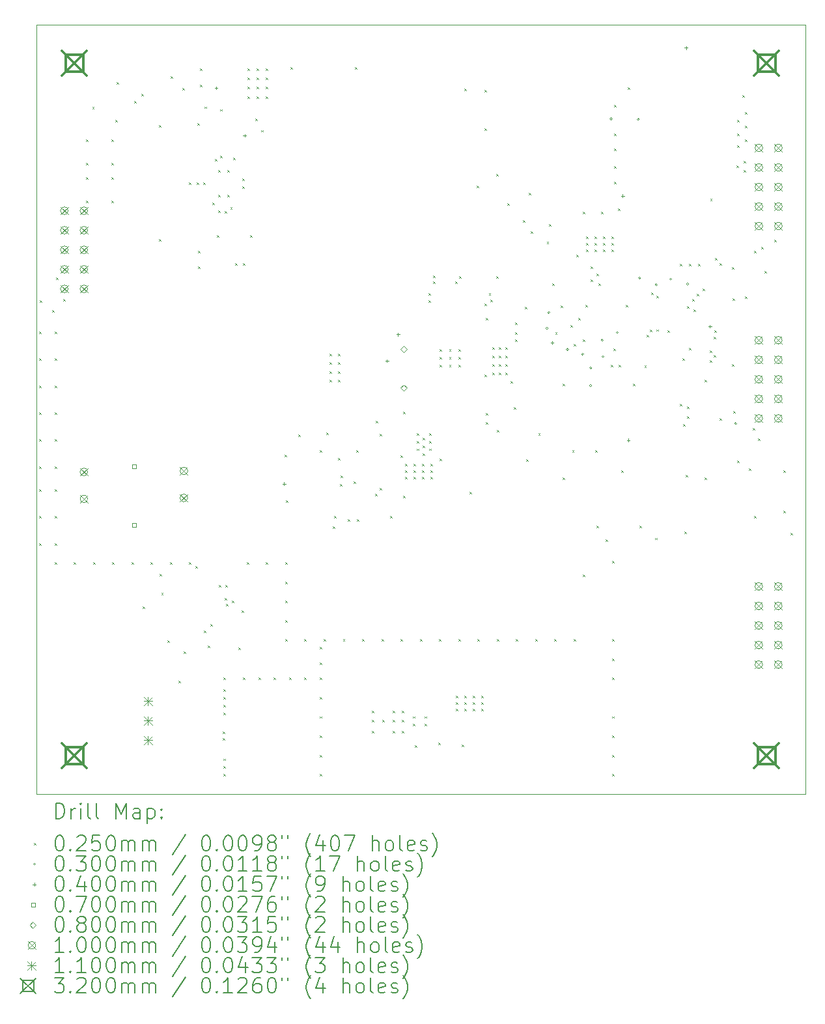
<source format=gbr>
%TF.GenerationSoftware,KiCad,Pcbnew,7.0.10*%
%TF.CreationDate,2024-01-28T11:03:54+01:00*%
%TF.ProjectId,EuroMeasure-IonGaugeController,4575726f-4d65-4617-9375-72652d496f6e,1.1.0*%
%TF.SameCoordinates,Original*%
%TF.FileFunction,Drillmap*%
%TF.FilePolarity,Positive*%
%FSLAX45Y45*%
G04 Gerber Fmt 4.5, Leading zero omitted, Abs format (unit mm)*
G04 Created by KiCad (PCBNEW 7.0.10) date 2024-01-28 11:03:54*
%MOMM*%
%LPD*%
G01*
G04 APERTURE LIST*
%ADD10C,0.100000*%
%ADD11C,0.200000*%
%ADD12C,0.110000*%
%ADD13C,0.320000*%
G04 APERTURE END LIST*
D10*
X10000000Y-5000000D02*
X20000000Y-5000000D01*
X20000000Y-15000000D01*
X10000000Y-15000000D01*
X10000000Y-5000000D01*
D11*
D10*
X10037500Y-8987500D02*
X10062500Y-9012500D01*
X10062500Y-8987500D02*
X10037500Y-9012500D01*
X10037500Y-9337500D02*
X10062500Y-9362500D01*
X10062500Y-9337500D02*
X10037500Y-9362500D01*
X10037500Y-9687500D02*
X10062500Y-9712500D01*
X10062500Y-9687500D02*
X10037500Y-9712500D01*
X10037500Y-10037500D02*
X10062500Y-10062500D01*
X10062500Y-10037500D02*
X10037500Y-10062500D01*
X10037500Y-10387500D02*
X10062500Y-10412500D01*
X10062500Y-10387500D02*
X10037500Y-10412500D01*
X10037500Y-10737500D02*
X10062500Y-10762500D01*
X10062500Y-10737500D02*
X10037500Y-10762500D01*
X10037500Y-11037500D02*
X10062500Y-11062500D01*
X10062500Y-11037500D02*
X10037500Y-11062500D01*
X10037500Y-11387500D02*
X10062500Y-11412500D01*
X10062500Y-11387500D02*
X10037500Y-11412500D01*
X10037500Y-11737500D02*
X10062500Y-11762500D01*
X10062500Y-11737500D02*
X10037500Y-11762500D01*
X10047500Y-8577500D02*
X10072500Y-8602500D01*
X10072500Y-8577500D02*
X10047500Y-8602500D01*
X10207500Y-8707500D02*
X10232500Y-8732500D01*
X10232500Y-8707500D02*
X10207500Y-8732500D01*
X10237500Y-8987500D02*
X10262500Y-9012500D01*
X10262500Y-8987500D02*
X10237500Y-9012500D01*
X10237500Y-9337500D02*
X10262500Y-9362500D01*
X10262500Y-9337500D02*
X10237500Y-9362500D01*
X10237500Y-9687500D02*
X10262500Y-9712500D01*
X10262500Y-9687500D02*
X10237500Y-9712500D01*
X10237500Y-10037500D02*
X10262500Y-10062500D01*
X10262500Y-10037500D02*
X10237500Y-10062500D01*
X10237500Y-10387500D02*
X10262500Y-10412500D01*
X10262500Y-10387500D02*
X10237500Y-10412500D01*
X10237500Y-10737500D02*
X10262500Y-10762500D01*
X10262500Y-10737500D02*
X10237500Y-10762500D01*
X10237500Y-11037500D02*
X10262500Y-11062500D01*
X10262500Y-11037500D02*
X10237500Y-11062500D01*
X10237500Y-11387500D02*
X10262500Y-11412500D01*
X10262500Y-11387500D02*
X10237500Y-11412500D01*
X10237500Y-11737500D02*
X10262500Y-11762500D01*
X10262500Y-11737500D02*
X10237500Y-11762500D01*
X10237500Y-11987500D02*
X10262500Y-12012500D01*
X10262500Y-11987500D02*
X10237500Y-12012500D01*
X10257500Y-8287500D02*
X10282500Y-8312500D01*
X10282500Y-8287500D02*
X10257500Y-8312500D01*
X10347500Y-8567500D02*
X10372500Y-8592500D01*
X10372500Y-8567500D02*
X10347500Y-8592500D01*
X10487500Y-11987500D02*
X10512500Y-12012500D01*
X10512500Y-11987500D02*
X10487500Y-12012500D01*
X10647500Y-6487500D02*
X10672500Y-6512500D01*
X10672500Y-6487500D02*
X10647500Y-6512500D01*
X10647500Y-6797500D02*
X10672500Y-6822500D01*
X10672500Y-6797500D02*
X10647500Y-6822500D01*
X10647500Y-6977500D02*
X10672500Y-7002500D01*
X10672500Y-6977500D02*
X10647500Y-7002500D01*
X10647500Y-7287500D02*
X10672500Y-7312500D01*
X10672500Y-7287500D02*
X10647500Y-7312500D01*
X10727500Y-6067500D02*
X10752500Y-6092500D01*
X10752500Y-6067500D02*
X10727500Y-6092500D01*
X10737500Y-11987500D02*
X10762500Y-12012500D01*
X10762500Y-11987500D02*
X10737500Y-12012500D01*
X10977500Y-6487500D02*
X11002500Y-6512500D01*
X11002500Y-6487500D02*
X10977500Y-6512500D01*
X10977500Y-6797500D02*
X11002500Y-6822500D01*
X11002500Y-6797500D02*
X10977500Y-6822500D01*
X10977500Y-6977500D02*
X11002500Y-7002500D01*
X11002500Y-6977500D02*
X10977500Y-7002500D01*
X10977500Y-7287500D02*
X11002500Y-7312500D01*
X11002500Y-7287500D02*
X10977500Y-7312500D01*
X10987500Y-11987500D02*
X11012500Y-12012500D01*
X11012500Y-11987500D02*
X10987500Y-12012500D01*
X11027500Y-6237500D02*
X11052500Y-6262500D01*
X11052500Y-6237500D02*
X11027500Y-6262500D01*
X11047500Y-5747500D02*
X11072500Y-5772500D01*
X11072500Y-5747500D02*
X11047500Y-5772500D01*
X11237500Y-11987500D02*
X11262500Y-12012500D01*
X11262500Y-11987500D02*
X11237500Y-12012500D01*
X11277500Y-5987500D02*
X11302500Y-6012500D01*
X11302500Y-5987500D02*
X11277500Y-6012500D01*
X11367500Y-5897500D02*
X11392500Y-5922500D01*
X11392500Y-5897500D02*
X11367500Y-5922500D01*
X11387500Y-12557500D02*
X11412500Y-12582500D01*
X11412500Y-12557500D02*
X11387500Y-12582500D01*
X11487500Y-11987500D02*
X11512500Y-12012500D01*
X11512500Y-11987500D02*
X11487500Y-12012500D01*
X11597500Y-6307500D02*
X11622500Y-6332500D01*
X11622500Y-6307500D02*
X11597500Y-6332500D01*
X11597500Y-7787500D02*
X11622500Y-7812500D01*
X11622500Y-7787500D02*
X11597500Y-7812500D01*
X11607500Y-12137500D02*
X11632500Y-12162500D01*
X11632500Y-12137500D02*
X11607500Y-12162500D01*
X11625000Y-12380000D02*
X11650000Y-12405000D01*
X11650000Y-12380000D02*
X11625000Y-12405000D01*
X11707500Y-12997500D02*
X11732500Y-13022500D01*
X11732500Y-12997500D02*
X11707500Y-13022500D01*
X11737500Y-11987500D02*
X11762500Y-12012500D01*
X11762500Y-11987500D02*
X11737500Y-12012500D01*
X11747500Y-5667500D02*
X11772500Y-5692500D01*
X11772500Y-5667500D02*
X11747500Y-5692500D01*
X11847500Y-13527500D02*
X11872500Y-13552500D01*
X11872500Y-13527500D02*
X11847500Y-13552500D01*
X11897500Y-5817500D02*
X11922500Y-5842500D01*
X11922500Y-5817500D02*
X11897500Y-5842500D01*
X11917500Y-13147500D02*
X11942500Y-13172500D01*
X11942500Y-13147500D02*
X11917500Y-13172500D01*
X11987500Y-7047500D02*
X12012500Y-7072500D01*
X12012500Y-7047500D02*
X11987500Y-7072500D01*
X11987500Y-11987500D02*
X12012500Y-12012500D01*
X12012500Y-11987500D02*
X11987500Y-12012500D01*
X12067500Y-12037500D02*
X12092500Y-12062500D01*
X12092500Y-12037500D02*
X12067500Y-12062500D01*
X12087500Y-7047500D02*
X12112500Y-7072500D01*
X12112500Y-7047500D02*
X12087500Y-7072500D01*
X12092263Y-6278513D02*
X12117263Y-6303513D01*
X12117263Y-6278513D02*
X12092263Y-6303513D01*
X12107500Y-7937500D02*
X12132500Y-7962500D01*
X12132500Y-7937500D02*
X12107500Y-7962500D01*
X12107500Y-8137500D02*
X12132500Y-8162500D01*
X12132500Y-8137500D02*
X12107500Y-8162500D01*
X12127500Y-5777500D02*
X12152500Y-5802500D01*
X12152500Y-5777500D02*
X12127500Y-5802500D01*
X12127550Y-5567500D02*
X12152550Y-5592500D01*
X12152550Y-5567500D02*
X12127550Y-5592500D01*
X12173686Y-7047482D02*
X12198686Y-7072482D01*
X12198686Y-7047482D02*
X12173686Y-7072482D01*
X12177500Y-12877500D02*
X12202500Y-12902500D01*
X12202500Y-12877500D02*
X12177500Y-12902500D01*
X12187500Y-6062550D02*
X12212500Y-6087550D01*
X12212500Y-6062550D02*
X12187500Y-6087550D01*
X12227500Y-13067500D02*
X12252500Y-13092500D01*
X12252500Y-13067500D02*
X12227500Y-13092500D01*
X12267500Y-12787500D02*
X12292500Y-12812500D01*
X12292500Y-12787500D02*
X12267500Y-12812500D01*
X12287500Y-7307500D02*
X12312500Y-7332500D01*
X12312500Y-7307500D02*
X12287500Y-7332500D01*
X12319950Y-6747500D02*
X12344950Y-6772500D01*
X12344950Y-6747500D02*
X12319950Y-6772500D01*
X12352450Y-7737500D02*
X12377450Y-7762500D01*
X12377450Y-7737500D02*
X12352450Y-7762500D01*
X12364389Y-7414389D02*
X12389389Y-7439389D01*
X12389389Y-7414389D02*
X12364389Y-7439389D01*
X12367500Y-6887500D02*
X12392500Y-6912500D01*
X12392500Y-6887500D02*
X12367500Y-6912500D01*
X12367500Y-7207500D02*
X12392500Y-7232500D01*
X12392500Y-7207500D02*
X12367500Y-7232500D01*
X12377500Y-12277500D02*
X12402500Y-12302500D01*
X12402500Y-12277500D02*
X12377500Y-12302500D01*
X12387500Y-6096300D02*
X12412500Y-6121300D01*
X12412500Y-6096300D02*
X12387500Y-6121300D01*
X12392550Y-6700338D02*
X12417550Y-6725338D01*
X12417550Y-6700338D02*
X12392550Y-6725338D01*
X12427500Y-14187500D02*
X12452500Y-14212500D01*
X12452500Y-14187500D02*
X12427500Y-14212500D01*
X12427500Y-14267500D02*
X12452500Y-14292500D01*
X12452500Y-14267500D02*
X12427500Y-14292500D01*
X12437500Y-13487500D02*
X12462500Y-13512500D01*
X12462500Y-13487500D02*
X12437500Y-13512500D01*
X12437500Y-13637500D02*
X12462500Y-13662500D01*
X12462500Y-13637500D02*
X12437500Y-13662500D01*
X12437500Y-13737500D02*
X12462500Y-13762500D01*
X12462500Y-13737500D02*
X12437500Y-13762500D01*
X12437500Y-13837500D02*
X12462500Y-13862500D01*
X12462500Y-13837500D02*
X12437500Y-13862500D01*
X12437500Y-13937500D02*
X12462500Y-13962500D01*
X12462500Y-13937500D02*
X12437500Y-13962500D01*
X12437500Y-14537500D02*
X12462500Y-14562500D01*
X12462500Y-14537500D02*
X12437500Y-14562500D01*
X12437500Y-14637500D02*
X12462500Y-14662500D01*
X12462500Y-14637500D02*
X12437500Y-14662500D01*
X12437500Y-14737500D02*
X12462500Y-14762500D01*
X12462500Y-14737500D02*
X12437500Y-14762500D01*
X12447500Y-12447500D02*
X12472500Y-12472500D01*
X12472500Y-12447500D02*
X12447500Y-12472500D01*
X12452500Y-7418130D02*
X12477500Y-7443130D01*
X12477500Y-7418130D02*
X12452500Y-7443130D01*
X12457500Y-12277500D02*
X12482500Y-12302500D01*
X12482500Y-12277500D02*
X12457500Y-12302500D01*
X12467500Y-12527500D02*
X12492500Y-12552500D01*
X12492500Y-12527500D02*
X12467500Y-12552500D01*
X12487500Y-6887500D02*
X12512500Y-6912500D01*
X12512500Y-6887500D02*
X12487500Y-6912500D01*
X12487500Y-7207500D02*
X12512500Y-7232500D01*
X12512500Y-7207500D02*
X12487500Y-7232500D01*
X12522550Y-7367500D02*
X12547550Y-7392500D01*
X12547550Y-7367500D02*
X12522550Y-7392500D01*
X12547500Y-12487500D02*
X12572500Y-12512500D01*
X12572500Y-12487500D02*
X12547500Y-12512500D01*
X12562450Y-6730000D02*
X12587450Y-6755000D01*
X12587450Y-6730000D02*
X12562450Y-6755000D01*
X12587500Y-8097500D02*
X12612500Y-8122500D01*
X12612500Y-8097500D02*
X12587500Y-8122500D01*
X12627500Y-13097500D02*
X12652500Y-13122500D01*
X12652500Y-13097500D02*
X12627500Y-13122500D01*
X12667500Y-12607500D02*
X12692500Y-12632500D01*
X12692500Y-12607500D02*
X12667500Y-12632500D01*
X12677500Y-6997500D02*
X12702500Y-7022500D01*
X12702500Y-6997500D02*
X12677500Y-7022500D01*
X12677500Y-7097500D02*
X12702500Y-7122500D01*
X12702500Y-7097500D02*
X12677500Y-7122500D01*
X12687500Y-8097500D02*
X12712500Y-8122500D01*
X12712500Y-8097500D02*
X12687500Y-8122500D01*
X12687500Y-13487500D02*
X12712500Y-13512500D01*
X12712500Y-13487500D02*
X12687500Y-13512500D01*
X12737500Y-11987500D02*
X12762500Y-12012500D01*
X12762500Y-11987500D02*
X12737500Y-12012500D01*
X12747500Y-5567500D02*
X12772500Y-5592500D01*
X12772500Y-5567500D02*
X12747500Y-5592500D01*
X12747500Y-5687500D02*
X12772500Y-5712500D01*
X12772500Y-5687500D02*
X12747500Y-5712500D01*
X12747500Y-5807500D02*
X12772500Y-5832500D01*
X12772500Y-5807500D02*
X12747500Y-5832500D01*
X12747500Y-5927500D02*
X12772500Y-5952500D01*
X12772500Y-5927500D02*
X12747500Y-5952500D01*
X12777500Y-7737500D02*
X12802500Y-7762500D01*
X12802500Y-7737500D02*
X12777500Y-7762500D01*
X12847500Y-6217500D02*
X12872500Y-6242500D01*
X12872500Y-6217500D02*
X12847500Y-6242500D01*
X12867500Y-5567500D02*
X12892500Y-5592500D01*
X12892500Y-5567500D02*
X12867500Y-5592500D01*
X12867500Y-5687500D02*
X12892500Y-5712500D01*
X12892500Y-5687500D02*
X12867500Y-5712500D01*
X12867500Y-5807500D02*
X12892500Y-5832500D01*
X12892500Y-5807500D02*
X12867500Y-5832500D01*
X12867500Y-5927500D02*
X12892500Y-5952500D01*
X12892500Y-5927500D02*
X12867500Y-5952500D01*
X12887500Y-13487500D02*
X12912500Y-13512500D01*
X12912500Y-13487500D02*
X12887500Y-13512500D01*
X12927500Y-6367500D02*
X12952500Y-6392500D01*
X12952500Y-6367500D02*
X12927500Y-6392500D01*
X12987500Y-5567500D02*
X13012500Y-5592500D01*
X13012500Y-5567500D02*
X12987500Y-5592500D01*
X12987500Y-5687500D02*
X13012500Y-5712500D01*
X13012500Y-5687500D02*
X12987500Y-5712500D01*
X12987500Y-5807500D02*
X13012500Y-5832500D01*
X13012500Y-5807500D02*
X12987500Y-5832500D01*
X12987500Y-5927500D02*
X13012500Y-5952500D01*
X13012500Y-5927500D02*
X12987500Y-5952500D01*
X12987500Y-11987500D02*
X13012500Y-12012500D01*
X13012500Y-11987500D02*
X12987500Y-12012500D01*
X13087500Y-13487500D02*
X13112500Y-13512500D01*
X13112500Y-13487500D02*
X13087500Y-13512500D01*
X13227500Y-10587500D02*
X13252500Y-10612500D01*
X13252500Y-10587500D02*
X13227500Y-10612500D01*
X13237500Y-11987500D02*
X13262500Y-12012500D01*
X13262500Y-11987500D02*
X13237500Y-12012500D01*
X13237500Y-12237500D02*
X13262500Y-12262500D01*
X13262500Y-12237500D02*
X13237500Y-12262500D01*
X13237500Y-12487500D02*
X13262500Y-12512500D01*
X13262500Y-12487500D02*
X13237500Y-12512500D01*
X13237500Y-12737500D02*
X13262500Y-12762500D01*
X13262500Y-12737500D02*
X13237500Y-12762500D01*
X13237500Y-12987500D02*
X13262500Y-13012500D01*
X13262500Y-12987500D02*
X13237500Y-13012500D01*
X13247500Y-11177500D02*
X13272500Y-11202500D01*
X13272500Y-11177500D02*
X13247500Y-11202500D01*
X13287500Y-13487500D02*
X13312500Y-13512500D01*
X13312500Y-13487500D02*
X13287500Y-13512500D01*
X13307500Y-5547500D02*
X13332500Y-5572500D01*
X13332500Y-5547500D02*
X13307500Y-5572500D01*
X13407500Y-10327500D02*
X13432500Y-10352500D01*
X13432500Y-10327500D02*
X13407500Y-10352500D01*
X13487500Y-12987500D02*
X13512500Y-13012500D01*
X13512500Y-12987500D02*
X13487500Y-13012500D01*
X13487500Y-13487500D02*
X13512500Y-13512500D01*
X13512500Y-13487500D02*
X13487500Y-13512500D01*
X13687500Y-10527500D02*
X13712500Y-10552500D01*
X13712500Y-10527500D02*
X13687500Y-10552500D01*
X13687500Y-13087500D02*
X13712500Y-13112500D01*
X13712500Y-13087500D02*
X13687500Y-13112500D01*
X13687500Y-13287500D02*
X13712500Y-13312500D01*
X13712500Y-13287500D02*
X13687500Y-13312500D01*
X13687500Y-13487500D02*
X13712500Y-13512500D01*
X13712500Y-13487500D02*
X13687500Y-13512500D01*
X13687500Y-13737500D02*
X13712500Y-13762500D01*
X13712500Y-13737500D02*
X13687500Y-13762500D01*
X13687500Y-13987500D02*
X13712500Y-14012500D01*
X13712500Y-13987500D02*
X13687500Y-14012500D01*
X13687500Y-14237500D02*
X13712500Y-14262500D01*
X13712500Y-14237500D02*
X13687500Y-14262500D01*
X13687500Y-14487500D02*
X13712500Y-14512500D01*
X13712500Y-14487500D02*
X13687500Y-14512500D01*
X13687500Y-14737500D02*
X13712500Y-14762500D01*
X13712500Y-14737500D02*
X13687500Y-14762500D01*
X13737500Y-12987500D02*
X13762500Y-13012500D01*
X13762500Y-12987500D02*
X13737500Y-13012500D01*
X13767500Y-10297500D02*
X13792500Y-10322500D01*
X13792500Y-10297500D02*
X13767500Y-10322500D01*
X13817500Y-9277500D02*
X13842500Y-9302500D01*
X13842500Y-9277500D02*
X13817500Y-9302500D01*
X13817500Y-9387500D02*
X13842500Y-9412500D01*
X13842500Y-9387500D02*
X13817500Y-9412500D01*
X13817500Y-9507500D02*
X13842500Y-9532500D01*
X13842500Y-9507500D02*
X13817500Y-9532500D01*
X13817500Y-9617500D02*
X13842500Y-9642500D01*
X13842500Y-9617500D02*
X13817500Y-9642500D01*
X13857500Y-11517500D02*
X13882500Y-11542500D01*
X13882500Y-11517500D02*
X13857500Y-11542500D01*
X13873800Y-11387500D02*
X13898800Y-11412500D01*
X13898800Y-11387500D02*
X13873800Y-11412500D01*
X13927500Y-9277500D02*
X13952500Y-9302500D01*
X13952500Y-9277500D02*
X13927500Y-9302500D01*
X13927500Y-9387500D02*
X13952500Y-9412500D01*
X13952500Y-9387500D02*
X13927500Y-9412500D01*
X13927500Y-9507500D02*
X13952500Y-9532500D01*
X13952500Y-9507500D02*
X13927500Y-9532500D01*
X13927500Y-9617500D02*
X13952500Y-9642500D01*
X13952500Y-9617500D02*
X13927500Y-9642500D01*
X13927500Y-10627500D02*
X13952500Y-10652500D01*
X13952500Y-10627500D02*
X13927500Y-10652500D01*
X13947500Y-10967500D02*
X13972500Y-10992500D01*
X13972500Y-10967500D02*
X13947500Y-10992500D01*
X13957500Y-10857500D02*
X13982500Y-10882500D01*
X13982500Y-10857500D02*
X13957500Y-10882500D01*
X13987500Y-12987500D02*
X14012500Y-13012500D01*
X14012500Y-12987500D02*
X13987500Y-13012500D01*
X14047500Y-11427500D02*
X14072500Y-11452500D01*
X14072500Y-11427500D02*
X14047500Y-11452500D01*
X14127500Y-10937500D02*
X14152500Y-10962500D01*
X14152500Y-10937500D02*
X14127500Y-10962500D01*
X14147500Y-5547500D02*
X14172500Y-5572500D01*
X14172500Y-5547500D02*
X14147500Y-5572500D01*
X14157500Y-10527500D02*
X14182500Y-10552500D01*
X14182500Y-10527500D02*
X14157500Y-10552500D01*
X14167500Y-11427500D02*
X14192500Y-11452500D01*
X14192500Y-11427500D02*
X14167500Y-11452500D01*
X14237500Y-12987500D02*
X14262500Y-13012500D01*
X14262500Y-12987500D02*
X14237500Y-13012500D01*
X14367500Y-13917500D02*
X14392500Y-13942500D01*
X14392500Y-13917500D02*
X14367500Y-13942500D01*
X14367500Y-14037500D02*
X14392500Y-14062500D01*
X14392500Y-14037500D02*
X14367500Y-14062500D01*
X14367500Y-14177500D02*
X14392500Y-14202500D01*
X14392500Y-14177500D02*
X14367500Y-14202500D01*
X14402500Y-11097831D02*
X14427500Y-11122831D01*
X14427500Y-11097831D02*
X14402500Y-11122831D01*
X14417500Y-10147500D02*
X14442500Y-10172500D01*
X14442500Y-10147500D02*
X14417500Y-10172500D01*
X14467500Y-10317500D02*
X14492500Y-10342500D01*
X14492500Y-10317500D02*
X14467500Y-10342500D01*
X14467500Y-11017500D02*
X14492500Y-11042500D01*
X14492500Y-11017500D02*
X14467500Y-11042500D01*
X14487500Y-12987500D02*
X14512500Y-13012500D01*
X14512500Y-12987500D02*
X14487500Y-13012500D01*
X14497500Y-14037500D02*
X14522500Y-14062500D01*
X14522500Y-14037500D02*
X14497500Y-14062500D01*
X14597500Y-11387500D02*
X14622500Y-11412500D01*
X14622500Y-11387500D02*
X14597500Y-11412500D01*
X14637500Y-13917500D02*
X14662500Y-13942500D01*
X14662500Y-13917500D02*
X14637500Y-13942500D01*
X14637500Y-14037500D02*
X14662500Y-14062500D01*
X14662500Y-14037500D02*
X14637500Y-14062500D01*
X14637500Y-14177500D02*
X14662500Y-14202500D01*
X14662500Y-14177500D02*
X14637500Y-14202500D01*
X14737500Y-10597500D02*
X14762500Y-10622500D01*
X14762500Y-10597500D02*
X14737500Y-10622500D01*
X14737500Y-12987500D02*
X14762500Y-13012500D01*
X14762500Y-12987500D02*
X14737500Y-13012500D01*
X14757500Y-13917500D02*
X14782500Y-13942500D01*
X14782500Y-13917500D02*
X14757500Y-13942500D01*
X14757500Y-14037500D02*
X14782500Y-14062500D01*
X14782500Y-14037500D02*
X14757500Y-14062500D01*
X14757500Y-14177500D02*
X14782500Y-14202500D01*
X14782500Y-14177500D02*
X14757500Y-14202500D01*
X14767500Y-10027500D02*
X14792500Y-10052500D01*
X14792500Y-10027500D02*
X14767500Y-10052500D01*
X14772500Y-11117500D02*
X14797500Y-11142500D01*
X14797500Y-11117500D02*
X14772500Y-11142500D01*
X14792500Y-10707500D02*
X14817500Y-10732500D01*
X14817500Y-10707500D02*
X14792500Y-10732500D01*
X14792500Y-10792500D02*
X14817500Y-10817500D01*
X14817500Y-10792500D02*
X14792500Y-10817500D01*
X14792500Y-10877500D02*
X14817500Y-10902500D01*
X14817500Y-10877500D02*
X14792500Y-10902500D01*
X14897500Y-13987500D02*
X14922500Y-14012500D01*
X14922500Y-13987500D02*
X14897500Y-14012500D01*
X14897500Y-14087500D02*
X14922500Y-14112500D01*
X14922500Y-14087500D02*
X14897500Y-14112500D01*
X14902500Y-10707500D02*
X14927500Y-10732500D01*
X14927500Y-10707500D02*
X14902500Y-10732500D01*
X14902500Y-10792500D02*
X14927500Y-10817500D01*
X14927500Y-10792500D02*
X14902500Y-10817500D01*
X14902500Y-10877500D02*
X14927500Y-10902500D01*
X14927500Y-10877500D02*
X14902500Y-10902500D01*
X14922500Y-14367500D02*
X14947500Y-14392500D01*
X14947500Y-14367500D02*
X14922500Y-14392500D01*
X14947500Y-10307500D02*
X14972500Y-10332500D01*
X14972500Y-10307500D02*
X14947500Y-10332500D01*
X14947500Y-10407500D02*
X14972500Y-10432500D01*
X14972500Y-10407500D02*
X14947500Y-10432500D01*
X14947500Y-10507500D02*
X14972500Y-10532500D01*
X14972500Y-10507500D02*
X14947500Y-10532500D01*
X14987500Y-12987500D02*
X15012500Y-13012500D01*
X15012500Y-12987500D02*
X14987500Y-13012500D01*
X15012500Y-10707500D02*
X15037500Y-10732500D01*
X15037500Y-10707500D02*
X15012500Y-10732500D01*
X15012500Y-10792500D02*
X15037500Y-10817500D01*
X15037500Y-10792500D02*
X15012500Y-10817500D01*
X15012500Y-10877500D02*
X15037500Y-10902500D01*
X15037500Y-10877500D02*
X15012500Y-10902500D01*
X15027500Y-10367500D02*
X15052500Y-10392500D01*
X15052500Y-10367500D02*
X15027500Y-10392500D01*
X15027500Y-10467500D02*
X15052500Y-10492500D01*
X15052500Y-10467500D02*
X15027500Y-10492500D01*
X15027500Y-10567500D02*
X15052500Y-10592500D01*
X15052500Y-10567500D02*
X15027500Y-10592500D01*
X15047500Y-13987500D02*
X15072500Y-14012500D01*
X15072500Y-13987500D02*
X15047500Y-14012500D01*
X15047500Y-14087500D02*
X15072500Y-14112500D01*
X15072500Y-14087500D02*
X15047500Y-14112500D01*
X15097500Y-8487500D02*
X15122500Y-8512500D01*
X15122500Y-8487500D02*
X15097500Y-8512500D01*
X15097500Y-8577500D02*
X15122500Y-8602500D01*
X15122500Y-8577500D02*
X15097500Y-8602500D01*
X15107500Y-10307500D02*
X15132500Y-10332500D01*
X15132500Y-10307500D02*
X15107500Y-10332500D01*
X15107500Y-10407500D02*
X15132500Y-10432500D01*
X15132500Y-10407500D02*
X15107500Y-10432500D01*
X15107500Y-10507500D02*
X15132500Y-10532500D01*
X15132500Y-10507500D02*
X15107500Y-10532500D01*
X15122500Y-10707500D02*
X15147500Y-10732500D01*
X15147500Y-10707500D02*
X15122500Y-10732500D01*
X15122500Y-10792500D02*
X15147500Y-10817500D01*
X15147500Y-10792500D02*
X15122500Y-10817500D01*
X15122500Y-10877500D02*
X15147500Y-10902500D01*
X15147500Y-10877500D02*
X15122500Y-10902500D01*
X15155988Y-8337486D02*
X15180988Y-8362486D01*
X15180988Y-8337486D02*
X15155988Y-8362486D01*
X15157500Y-8257550D02*
X15182500Y-8282550D01*
X15182500Y-8257550D02*
X15157500Y-8282550D01*
X15230000Y-14330000D02*
X15255000Y-14355000D01*
X15255000Y-14330000D02*
X15230000Y-14355000D01*
X15237500Y-12987500D02*
X15262500Y-13012500D01*
X15262500Y-12987500D02*
X15237500Y-13012500D01*
X15247500Y-9217500D02*
X15272500Y-9242500D01*
X15272500Y-9217500D02*
X15247500Y-9242500D01*
X15247500Y-9317500D02*
X15272500Y-9342500D01*
X15272500Y-9317500D02*
X15247500Y-9342500D01*
X15247500Y-9417500D02*
X15272500Y-9442500D01*
X15272500Y-9417500D02*
X15247500Y-9442500D01*
X15247500Y-10637500D02*
X15272500Y-10662500D01*
X15272500Y-10637500D02*
X15247500Y-10662500D01*
X15367500Y-9217500D02*
X15392500Y-9242500D01*
X15392500Y-9217500D02*
X15367500Y-9242500D01*
X15367500Y-9317500D02*
X15392500Y-9342500D01*
X15392500Y-9317500D02*
X15367500Y-9342500D01*
X15367500Y-9417500D02*
X15392500Y-9442500D01*
X15392500Y-9417500D02*
X15367500Y-9442500D01*
X15446317Y-8337450D02*
X15471317Y-8362450D01*
X15471317Y-8337450D02*
X15446317Y-8362450D01*
X15457500Y-13722500D02*
X15482500Y-13747500D01*
X15482500Y-13722500D02*
X15457500Y-13747500D01*
X15457500Y-13807500D02*
X15482500Y-13832500D01*
X15482500Y-13807500D02*
X15457500Y-13832500D01*
X15457500Y-13892500D02*
X15482500Y-13917500D01*
X15482500Y-13892500D02*
X15457500Y-13917500D01*
X15487500Y-9217500D02*
X15512500Y-9242500D01*
X15512500Y-9217500D02*
X15487500Y-9242500D01*
X15487500Y-9317500D02*
X15512500Y-9342500D01*
X15512500Y-9317500D02*
X15487500Y-9342500D01*
X15487500Y-9417500D02*
X15512500Y-9442500D01*
X15512500Y-9417500D02*
X15487500Y-9442500D01*
X15487500Y-12987500D02*
X15512500Y-13012500D01*
X15512500Y-12987500D02*
X15487500Y-13012500D01*
X15497500Y-8267500D02*
X15522500Y-8292500D01*
X15522500Y-8267500D02*
X15497500Y-8292500D01*
X15532500Y-14357500D02*
X15557500Y-14382500D01*
X15557500Y-14357500D02*
X15532500Y-14382500D01*
X15567500Y-5827500D02*
X15592500Y-5852500D01*
X15592500Y-5827500D02*
X15567500Y-5852500D01*
X15567500Y-13722500D02*
X15592500Y-13747500D01*
X15592500Y-13722500D02*
X15567500Y-13747500D01*
X15567500Y-13807500D02*
X15592500Y-13832500D01*
X15592500Y-13807500D02*
X15567500Y-13832500D01*
X15567500Y-13892500D02*
X15592500Y-13917500D01*
X15592500Y-13892500D02*
X15567500Y-13917500D01*
X15637500Y-11067500D02*
X15662500Y-11092500D01*
X15662500Y-11067500D02*
X15637500Y-11092500D01*
X15677500Y-13722500D02*
X15702500Y-13747500D01*
X15702500Y-13722500D02*
X15677500Y-13747500D01*
X15677500Y-13807500D02*
X15702500Y-13832500D01*
X15702500Y-13807500D02*
X15677500Y-13832500D01*
X15677500Y-13892500D02*
X15702500Y-13917500D01*
X15702500Y-13892500D02*
X15677500Y-13917500D01*
X15727500Y-7087500D02*
X15752500Y-7112500D01*
X15752500Y-7087500D02*
X15727500Y-7112500D01*
X15737500Y-12987500D02*
X15762500Y-13012500D01*
X15762500Y-12987500D02*
X15737500Y-13012500D01*
X15787500Y-13722500D02*
X15812500Y-13747500D01*
X15812500Y-13722500D02*
X15787500Y-13747500D01*
X15787500Y-13807500D02*
X15812500Y-13832500D01*
X15812500Y-13807500D02*
X15787500Y-13832500D01*
X15787500Y-13892500D02*
X15812500Y-13917500D01*
X15812500Y-13892500D02*
X15787500Y-13917500D01*
X15827500Y-5847500D02*
X15852500Y-5872500D01*
X15852500Y-5847500D02*
X15827500Y-5872500D01*
X15827500Y-6347500D02*
X15852500Y-6372500D01*
X15852500Y-6347500D02*
X15827500Y-6372500D01*
X15827500Y-8627500D02*
X15852500Y-8652500D01*
X15852500Y-8627500D02*
X15827500Y-8652500D01*
X15827500Y-9547500D02*
X15852500Y-9572500D01*
X15852500Y-9547500D02*
X15827500Y-9572500D01*
X15847500Y-8807500D02*
X15872500Y-8832500D01*
X15872500Y-8807500D02*
X15847500Y-8832500D01*
X15847500Y-10047500D02*
X15872500Y-10072500D01*
X15872500Y-10047500D02*
X15847500Y-10072500D01*
X15847500Y-10167500D02*
X15872500Y-10192500D01*
X15872500Y-10167500D02*
X15847500Y-10192500D01*
X15883892Y-8487669D02*
X15908892Y-8512669D01*
X15908892Y-8487669D02*
X15883892Y-8512669D01*
X15902500Y-8575000D02*
X15927500Y-8600000D01*
X15927500Y-8575000D02*
X15902500Y-8600000D01*
X15927500Y-9187500D02*
X15952500Y-9212500D01*
X15952500Y-9187500D02*
X15927500Y-9212500D01*
X15927500Y-9297500D02*
X15952500Y-9322500D01*
X15952500Y-9297500D02*
X15927500Y-9322500D01*
X15927500Y-9407500D02*
X15952500Y-9432500D01*
X15952500Y-9407500D02*
X15927500Y-9432500D01*
X15927500Y-9517500D02*
X15952500Y-9542500D01*
X15952500Y-9517500D02*
X15927500Y-9542500D01*
X15977500Y-6937500D02*
X16002500Y-6962500D01*
X16002500Y-6937500D02*
X15977500Y-6962500D01*
X15977500Y-8267500D02*
X16002500Y-8292500D01*
X16002500Y-8267500D02*
X15977500Y-8292500D01*
X15987500Y-10267500D02*
X16012500Y-10292500D01*
X16012500Y-10267500D02*
X15987500Y-10292500D01*
X15987500Y-12987500D02*
X16012500Y-13012500D01*
X16012500Y-12987500D02*
X15987500Y-13012500D01*
X16012500Y-9187500D02*
X16037500Y-9212500D01*
X16037500Y-9187500D02*
X16012500Y-9212500D01*
X16012500Y-9297500D02*
X16037500Y-9322500D01*
X16037500Y-9297500D02*
X16012500Y-9322500D01*
X16012500Y-9407500D02*
X16037500Y-9432500D01*
X16037500Y-9407500D02*
X16012500Y-9432500D01*
X16012500Y-9517500D02*
X16037500Y-9542500D01*
X16037500Y-9517500D02*
X16012500Y-9542500D01*
X16097500Y-9187500D02*
X16122500Y-9212500D01*
X16122500Y-9187500D02*
X16097500Y-9212500D01*
X16097500Y-9297500D02*
X16122500Y-9322500D01*
X16122500Y-9297500D02*
X16097500Y-9322500D01*
X16097500Y-9407500D02*
X16122500Y-9432500D01*
X16122500Y-9407500D02*
X16097500Y-9432500D01*
X16097500Y-9517500D02*
X16122500Y-9542500D01*
X16122500Y-9517500D02*
X16097500Y-9542500D01*
X16127500Y-7317500D02*
X16152500Y-7342500D01*
X16152500Y-7317500D02*
X16127500Y-7342500D01*
X16167500Y-9627500D02*
X16192500Y-9652500D01*
X16192500Y-9627500D02*
X16167500Y-9652500D01*
X16207500Y-9967500D02*
X16232500Y-9992500D01*
X16232500Y-9967500D02*
X16207500Y-9992500D01*
X16227550Y-8867500D02*
X16252550Y-8892500D01*
X16252550Y-8867500D02*
X16227550Y-8892500D01*
X16227550Y-8997500D02*
X16252550Y-9022500D01*
X16252550Y-8997500D02*
X16227550Y-9022500D01*
X16227550Y-9087500D02*
X16252550Y-9112500D01*
X16252550Y-9087500D02*
X16227550Y-9112500D01*
X16237500Y-12987500D02*
X16262500Y-13012500D01*
X16262500Y-12987500D02*
X16237500Y-13012500D01*
X16327500Y-7537500D02*
X16352500Y-7562500D01*
X16352500Y-7537500D02*
X16327500Y-7562500D01*
X16357550Y-8665000D02*
X16382550Y-8690000D01*
X16382550Y-8665000D02*
X16357550Y-8690000D01*
X16367500Y-10647500D02*
X16392500Y-10672500D01*
X16392500Y-10647500D02*
X16367500Y-10672500D01*
X16407500Y-7187500D02*
X16432500Y-7212500D01*
X16432500Y-7187500D02*
X16407500Y-7212500D01*
X16427500Y-7687500D02*
X16452500Y-7712500D01*
X16452500Y-7687500D02*
X16427500Y-7712500D01*
X16487500Y-12987500D02*
X16512500Y-13012500D01*
X16512500Y-12987500D02*
X16487500Y-13012500D01*
X16527500Y-10307500D02*
X16552500Y-10332500D01*
X16552500Y-10307500D02*
X16527500Y-10332500D01*
X16637500Y-7817500D02*
X16662500Y-7842500D01*
X16662500Y-7817500D02*
X16637500Y-7842500D01*
X16667500Y-7587500D02*
X16692500Y-7612500D01*
X16692500Y-7587500D02*
X16667500Y-7612500D01*
X16712500Y-8362500D02*
X16737500Y-8387500D01*
X16737500Y-8362500D02*
X16712500Y-8387500D01*
X16737500Y-12987500D02*
X16762500Y-13012500D01*
X16762500Y-12987500D02*
X16737500Y-13012500D01*
X16747500Y-8997500D02*
X16772500Y-9022500D01*
X16772500Y-8997500D02*
X16747500Y-9022500D01*
X16822500Y-8652500D02*
X16847500Y-8677500D01*
X16847500Y-8652500D02*
X16822500Y-8677500D01*
X16847500Y-9667500D02*
X16872500Y-9692500D01*
X16872500Y-9667500D02*
X16847500Y-9692500D01*
X16847500Y-10887500D02*
X16872500Y-10912500D01*
X16872500Y-10887500D02*
X16847500Y-10912500D01*
X16947500Y-8902500D02*
X16972500Y-8927500D01*
X16972500Y-8902500D02*
X16947500Y-8927500D01*
X16967500Y-10527500D02*
X16992500Y-10552500D01*
X16992500Y-10527500D02*
X16967500Y-10552500D01*
X16987500Y-9152500D02*
X17012500Y-9177500D01*
X17012500Y-9152500D02*
X16987500Y-9177500D01*
X16987500Y-12987500D02*
X17012500Y-13012500D01*
X17012500Y-12987500D02*
X16987500Y-13012500D01*
X17020000Y-7992450D02*
X17045000Y-8017450D01*
X17045000Y-7992450D02*
X17020000Y-8017450D01*
X17047500Y-8807500D02*
X17072500Y-8832500D01*
X17072500Y-8807500D02*
X17047500Y-8832500D01*
X17107500Y-7427500D02*
X17132500Y-7452500D01*
X17132500Y-7427500D02*
X17107500Y-7452500D01*
X17107500Y-9087500D02*
X17132500Y-9112500D01*
X17132500Y-9087500D02*
X17107500Y-9112500D01*
X17107500Y-12147500D02*
X17132500Y-12172500D01*
X17132500Y-12147500D02*
X17107500Y-12172500D01*
X17137656Y-8637733D02*
X17162656Y-8662733D01*
X17162656Y-8637733D02*
X17137656Y-8662733D01*
X17152500Y-7752500D02*
X17177500Y-7777500D01*
X17177500Y-7752500D02*
X17152500Y-7777500D01*
X17152500Y-7837500D02*
X17177500Y-7862500D01*
X17177500Y-7837500D02*
X17152500Y-7862500D01*
X17152500Y-7922500D02*
X17177500Y-7947500D01*
X17177500Y-7922500D02*
X17152500Y-7947500D01*
X17212500Y-8137500D02*
X17237500Y-8162500D01*
X17237500Y-8137500D02*
X17212500Y-8162500D01*
X17212500Y-8312500D02*
X17237500Y-8337500D01*
X17237500Y-8312500D02*
X17212500Y-8337500D01*
X17262500Y-7752500D02*
X17287500Y-7777500D01*
X17287500Y-7752500D02*
X17262500Y-7777500D01*
X17262500Y-7837500D02*
X17287500Y-7862500D01*
X17287500Y-7837500D02*
X17262500Y-7862500D01*
X17262500Y-7922500D02*
X17287500Y-7947500D01*
X17287500Y-7922500D02*
X17262500Y-7947500D01*
X17267500Y-10527500D02*
X17292500Y-10552500D01*
X17292500Y-10527500D02*
X17267500Y-10552500D01*
X17287500Y-8237500D02*
X17312500Y-8262500D01*
X17312500Y-8237500D02*
X17287500Y-8262500D01*
X17287500Y-11512500D02*
X17312500Y-11537500D01*
X17312500Y-11512500D02*
X17287500Y-11537500D01*
X17312500Y-8362500D02*
X17337500Y-8387500D01*
X17337500Y-8362500D02*
X17312500Y-8387500D01*
X17347500Y-7427500D02*
X17372500Y-7452500D01*
X17372500Y-7427500D02*
X17347500Y-7452500D01*
X17372500Y-7752500D02*
X17397500Y-7777500D01*
X17397500Y-7752500D02*
X17372500Y-7777500D01*
X17372500Y-7837500D02*
X17397500Y-7862500D01*
X17397500Y-7837500D02*
X17372500Y-7862500D01*
X17372500Y-7922500D02*
X17397500Y-7947500D01*
X17397500Y-7922500D02*
X17372500Y-7947500D01*
X17407500Y-11687500D02*
X17432500Y-11712500D01*
X17432500Y-11687500D02*
X17407500Y-11712500D01*
X17475250Y-9418000D02*
X17500250Y-9443000D01*
X17500250Y-9418000D02*
X17475250Y-9443000D01*
X17482500Y-7752500D02*
X17507500Y-7777500D01*
X17507500Y-7752500D02*
X17482500Y-7777500D01*
X17482500Y-7837500D02*
X17507500Y-7862500D01*
X17507500Y-7837500D02*
X17482500Y-7862500D01*
X17482500Y-7922500D02*
X17507500Y-7947500D01*
X17507500Y-7922500D02*
X17482500Y-7947500D01*
X17487500Y-11967500D02*
X17512500Y-11992500D01*
X17512500Y-11967500D02*
X17487500Y-11992500D01*
X17487500Y-12987500D02*
X17512500Y-13012500D01*
X17512500Y-12987500D02*
X17487500Y-13012500D01*
X17487500Y-13237500D02*
X17512500Y-13262500D01*
X17512500Y-13237500D02*
X17487500Y-13262500D01*
X17487500Y-13487500D02*
X17512500Y-13512500D01*
X17512500Y-13487500D02*
X17487500Y-13512500D01*
X17487500Y-13987500D02*
X17512500Y-14012500D01*
X17512500Y-13987500D02*
X17487500Y-14012500D01*
X17487500Y-14237500D02*
X17512500Y-14262500D01*
X17512500Y-14237500D02*
X17487500Y-14262500D01*
X17487500Y-14487500D02*
X17512500Y-14512500D01*
X17512500Y-14487500D02*
X17487500Y-14512500D01*
X17487500Y-14737500D02*
X17512500Y-14762500D01*
X17512500Y-14737500D02*
X17487500Y-14762500D01*
X17507500Y-9208000D02*
X17532500Y-9233000D01*
X17532500Y-9208000D02*
X17507500Y-9233000D01*
X17512500Y-6037500D02*
X17537500Y-6062500D01*
X17537500Y-6037500D02*
X17512500Y-6062500D01*
X17512500Y-6412500D02*
X17537500Y-6437500D01*
X17537500Y-6412500D02*
X17512500Y-6437500D01*
X17512500Y-6612500D02*
X17537500Y-6637500D01*
X17537500Y-6612500D02*
X17512500Y-6637500D01*
X17512500Y-6837500D02*
X17537500Y-6862500D01*
X17537500Y-6837500D02*
X17512500Y-6862500D01*
X17512500Y-7037500D02*
X17537500Y-7062500D01*
X17537500Y-7037500D02*
X17512500Y-7062500D01*
X17562500Y-7387500D02*
X17587500Y-7412500D01*
X17587500Y-7387500D02*
X17562500Y-7412500D01*
X17574323Y-9417073D02*
X17599323Y-9442073D01*
X17599323Y-9417073D02*
X17574323Y-9442073D01*
X17607500Y-10787500D02*
X17632500Y-10812500D01*
X17632500Y-10787500D02*
X17607500Y-10812500D01*
X17662500Y-8637500D02*
X17687500Y-8662500D01*
X17687500Y-8637500D02*
X17662500Y-8662500D01*
X17687500Y-5812500D02*
X17712500Y-5837500D01*
X17712500Y-5812500D02*
X17687500Y-5837500D01*
X17762500Y-9662500D02*
X17787500Y-9687500D01*
X17787500Y-9662500D02*
X17762500Y-9687500D01*
X17847500Y-11507500D02*
X17872500Y-11532500D01*
X17872500Y-11507500D02*
X17847500Y-11532500D01*
X17907500Y-9427500D02*
X17932500Y-9452500D01*
X17932500Y-9427500D02*
X17907500Y-9452500D01*
X17936101Y-9031187D02*
X17961101Y-9056187D01*
X17961101Y-9031187D02*
X17936101Y-9056187D01*
X17979323Y-8963927D02*
X18004323Y-8988927D01*
X18004323Y-8963927D02*
X17979323Y-8988927D01*
X17997500Y-8482500D02*
X18022500Y-8507500D01*
X18022500Y-8482500D02*
X17997500Y-8507500D01*
X18047500Y-11667500D02*
X18072500Y-11692500D01*
X18072500Y-11667500D02*
X18047500Y-11692500D01*
X18065250Y-8958000D02*
X18090250Y-8983000D01*
X18090250Y-8958000D02*
X18065250Y-8983000D01*
X18067500Y-8522500D02*
X18092500Y-8547500D01*
X18092500Y-8522500D02*
X18067500Y-8547500D01*
X18207500Y-8967500D02*
X18232500Y-8992500D01*
X18232500Y-8967500D02*
X18207500Y-8992500D01*
X18367500Y-8107500D02*
X18392500Y-8132500D01*
X18392500Y-8107500D02*
X18367500Y-8132500D01*
X18367500Y-9927500D02*
X18392500Y-9952500D01*
X18392500Y-9927500D02*
X18367500Y-9952500D01*
X18401500Y-9333500D02*
X18426500Y-9358500D01*
X18426500Y-9333500D02*
X18401500Y-9358500D01*
X18407500Y-10187500D02*
X18432500Y-10212500D01*
X18432500Y-10187500D02*
X18407500Y-10212500D01*
X18427500Y-11587500D02*
X18452500Y-11612500D01*
X18452500Y-11587500D02*
X18427500Y-11612500D01*
X18447500Y-10847500D02*
X18472500Y-10872500D01*
X18472500Y-10847500D02*
X18447500Y-10872500D01*
X18462500Y-10087500D02*
X18487500Y-10112500D01*
X18487500Y-10087500D02*
X18462500Y-10112500D01*
X18465250Y-8658000D02*
X18490250Y-8683000D01*
X18490250Y-8658000D02*
X18465250Y-8683000D01*
X18465250Y-9958000D02*
X18490250Y-9983000D01*
X18490250Y-9958000D02*
X18465250Y-9983000D01*
X18487500Y-8107500D02*
X18512500Y-8132500D01*
X18512500Y-8107500D02*
X18487500Y-8132500D01*
X18487500Y-9198000D02*
X18512500Y-9223000D01*
X18512500Y-9198000D02*
X18487500Y-9223000D01*
X18526483Y-8567668D02*
X18551483Y-8592668D01*
X18551483Y-8567668D02*
X18526483Y-8592668D01*
X18545250Y-8698000D02*
X18570250Y-8723000D01*
X18570250Y-8698000D02*
X18545250Y-8723000D01*
X18590561Y-8494881D02*
X18615561Y-8519881D01*
X18615561Y-8494881D02*
X18590561Y-8519881D01*
X18607500Y-8107500D02*
X18632500Y-8132500D01*
X18632500Y-8107500D02*
X18607500Y-8132500D01*
X18667500Y-8427500D02*
X18692500Y-8452500D01*
X18692500Y-8427500D02*
X18667500Y-8452500D01*
X18687500Y-9612500D02*
X18712500Y-9637500D01*
X18712500Y-9612500D02*
X18687500Y-9637500D01*
X18687500Y-10887500D02*
X18712500Y-10912500D01*
X18712500Y-10887500D02*
X18687500Y-10912500D01*
X18760052Y-9230415D02*
X18785052Y-9255415D01*
X18785052Y-9230415D02*
X18760052Y-9255415D01*
X18760431Y-9362569D02*
X18785431Y-9387569D01*
X18785431Y-9362569D02*
X18760431Y-9387569D01*
X18762500Y-7257500D02*
X18787500Y-7282500D01*
X18787500Y-7257500D02*
X18762500Y-7282500D01*
X18805250Y-9296363D02*
X18830250Y-9321363D01*
X18830250Y-9296363D02*
X18805250Y-9321363D01*
X18811447Y-9053300D02*
X18836447Y-9078300D01*
X18836447Y-9053300D02*
X18811447Y-9078300D01*
X18815715Y-8969950D02*
X18840715Y-8994950D01*
X18840715Y-8969950D02*
X18815715Y-8994950D01*
X18827500Y-8027500D02*
X18852500Y-8052500D01*
X18852500Y-8027500D02*
X18827500Y-8052500D01*
X18882500Y-8102500D02*
X18907500Y-8127500D01*
X18907500Y-8102500D02*
X18882500Y-8127500D01*
X18887500Y-10112500D02*
X18912500Y-10137500D01*
X18912500Y-10112500D02*
X18887500Y-10137500D01*
X19047500Y-8147500D02*
X19072500Y-8172500D01*
X19072500Y-8147500D02*
X19047500Y-8172500D01*
X19047500Y-9407500D02*
X19072500Y-9432500D01*
X19072500Y-9407500D02*
X19047500Y-9432500D01*
X19055050Y-8557500D02*
X19080050Y-8582500D01*
X19080050Y-8557500D02*
X19055050Y-8582500D01*
X19065250Y-10018000D02*
X19090250Y-10043000D01*
X19090250Y-10018000D02*
X19065250Y-10043000D01*
X19102500Y-6832500D02*
X19127500Y-6857500D01*
X19127500Y-6832500D02*
X19102500Y-6857500D01*
X19111500Y-10664500D02*
X19136500Y-10689500D01*
X19136500Y-10664500D02*
X19111500Y-10689500D01*
X19112500Y-6237500D02*
X19137500Y-6262500D01*
X19137500Y-6237500D02*
X19112500Y-6262500D01*
X19112500Y-6412500D02*
X19137500Y-6437500D01*
X19137500Y-6412500D02*
X19112500Y-6437500D01*
X19112500Y-6562500D02*
X19137500Y-6587500D01*
X19137500Y-6562500D02*
X19112500Y-6587500D01*
X19185250Y-5918000D02*
X19210250Y-5943000D01*
X19210250Y-5918000D02*
X19185250Y-5943000D01*
X19202500Y-6767500D02*
X19227500Y-6792500D01*
X19227500Y-6767500D02*
X19202500Y-6792500D01*
X19202500Y-6887500D02*
X19227500Y-6912500D01*
X19227500Y-6887500D02*
X19202500Y-6912500D01*
X19212500Y-6137500D02*
X19237500Y-6162500D01*
X19237500Y-6137500D02*
X19212500Y-6162500D01*
X19212500Y-6312500D02*
X19237500Y-6337500D01*
X19237500Y-6312500D02*
X19212500Y-6337500D01*
X19212500Y-6487500D02*
X19237500Y-6512500D01*
X19237500Y-6487500D02*
X19212500Y-6512500D01*
X19217500Y-8527500D02*
X19242500Y-8552500D01*
X19242500Y-8527500D02*
X19217500Y-8552500D01*
X19262500Y-10762500D02*
X19287500Y-10787500D01*
X19287500Y-10762500D02*
X19262500Y-10787500D01*
X19317500Y-10242500D02*
X19342500Y-10267500D01*
X19342500Y-10242500D02*
X19317500Y-10267500D01*
X19332450Y-7937500D02*
X19357450Y-7962500D01*
X19357450Y-7937500D02*
X19332450Y-7962500D01*
X19337500Y-11387500D02*
X19362500Y-11412500D01*
X19362500Y-11387500D02*
X19337500Y-11412500D01*
X19385250Y-10378000D02*
X19410250Y-10403000D01*
X19410250Y-10378000D02*
X19385250Y-10403000D01*
X19427500Y-7887500D02*
X19452500Y-7912500D01*
X19452500Y-7887500D02*
X19427500Y-7912500D01*
X19472500Y-8197500D02*
X19497500Y-8222500D01*
X19497500Y-8197500D02*
X19472500Y-8222500D01*
X19592500Y-7792500D02*
X19617500Y-7817500D01*
X19617500Y-7792500D02*
X19592500Y-7817500D01*
X19712500Y-10787500D02*
X19737500Y-10812500D01*
X19737500Y-10787500D02*
X19712500Y-10812500D01*
X19712500Y-11312500D02*
X19737500Y-11337500D01*
X19737500Y-11312500D02*
X19712500Y-11337500D01*
X19807500Y-11607500D02*
X19832500Y-11632500D01*
X19832500Y-11607500D02*
X19807500Y-11632500D01*
X16655000Y-8945000D02*
G75*
G03*
X16625000Y-8945000I-15000J0D01*
G01*
X16625000Y-8945000D02*
G75*
G03*
X16655000Y-8945000I15000J0D01*
G01*
X16680000Y-8740000D02*
G75*
G03*
X16650000Y-8740000I-15000J0D01*
G01*
X16650000Y-8740000D02*
G75*
G03*
X16680000Y-8740000I15000J0D01*
G01*
X16730000Y-9135000D02*
G75*
G03*
X16700000Y-9135000I-15000J0D01*
G01*
X16700000Y-9135000D02*
G75*
G03*
X16730000Y-9135000I15000J0D01*
G01*
X16925000Y-9220000D02*
G75*
G03*
X16895000Y-9220000I-15000J0D01*
G01*
X16895000Y-9220000D02*
G75*
G03*
X16925000Y-9220000I15000J0D01*
G01*
X17120000Y-9280000D02*
G75*
G03*
X17090000Y-9280000I-15000J0D01*
G01*
X17090000Y-9280000D02*
G75*
G03*
X17120000Y-9280000I15000J0D01*
G01*
X17225000Y-9460000D02*
G75*
G03*
X17195000Y-9460000I-15000J0D01*
G01*
X17195000Y-9460000D02*
G75*
G03*
X17225000Y-9460000I15000J0D01*
G01*
X17225000Y-9690000D02*
G75*
G03*
X17195000Y-9690000I-15000J0D01*
G01*
X17195000Y-9690000D02*
G75*
G03*
X17225000Y-9690000I15000J0D01*
G01*
X17375000Y-9100000D02*
G75*
G03*
X17345000Y-9100000I-15000J0D01*
G01*
X17345000Y-9100000D02*
G75*
G03*
X17375000Y-9100000I15000J0D01*
G01*
X17385000Y-9315000D02*
G75*
G03*
X17355000Y-9315000I-15000J0D01*
G01*
X17355000Y-9315000D02*
G75*
G03*
X17385000Y-9315000I15000J0D01*
G01*
X17490000Y-6225000D02*
G75*
G03*
X17460000Y-6225000I-15000J0D01*
G01*
X17460000Y-6225000D02*
G75*
G03*
X17490000Y-6225000I15000J0D01*
G01*
X17570000Y-9000000D02*
G75*
G03*
X17540000Y-9000000I-15000J0D01*
G01*
X17540000Y-9000000D02*
G75*
G03*
X17570000Y-9000000I15000J0D01*
G01*
X17845000Y-6230000D02*
G75*
G03*
X17815000Y-6230000I-15000J0D01*
G01*
X17815000Y-6230000D02*
G75*
G03*
X17845000Y-6230000I15000J0D01*
G01*
X17860000Y-8290000D02*
G75*
G03*
X17830000Y-8290000I-15000J0D01*
G01*
X17830000Y-8290000D02*
G75*
G03*
X17860000Y-8290000I15000J0D01*
G01*
X18075000Y-8380000D02*
G75*
G03*
X18045000Y-8380000I-15000J0D01*
G01*
X18045000Y-8380000D02*
G75*
G03*
X18075000Y-8380000I15000J0D01*
G01*
X18265000Y-8305000D02*
G75*
G03*
X18235000Y-8305000I-15000J0D01*
G01*
X18235000Y-8305000D02*
G75*
G03*
X18265000Y-8305000I15000J0D01*
G01*
X18485000Y-8370000D02*
G75*
G03*
X18455000Y-8370000I-15000J0D01*
G01*
X18455000Y-8370000D02*
G75*
G03*
X18485000Y-8370000I15000J0D01*
G01*
X19110000Y-10185000D02*
G75*
G03*
X19080000Y-10185000I-15000J0D01*
G01*
X19080000Y-10185000D02*
G75*
G03*
X19110000Y-10185000I15000J0D01*
G01*
X12340000Y-5800000D02*
X12340000Y-5840000D01*
X12320000Y-5820000D02*
X12360000Y-5820000D01*
X12710000Y-6420000D02*
X12710000Y-6460000D01*
X12690000Y-6440000D02*
X12730000Y-6440000D01*
X13225000Y-10945000D02*
X13225000Y-10985000D01*
X13205000Y-10965000D02*
X13245000Y-10965000D01*
X14560000Y-9348000D02*
X14560000Y-9388000D01*
X14540000Y-9368000D02*
X14580000Y-9368000D01*
X14705069Y-9002931D02*
X14705069Y-9042931D01*
X14685069Y-9022931D02*
X14725069Y-9022931D01*
X17625000Y-7205000D02*
X17625000Y-7245000D01*
X17605000Y-7225000D02*
X17645000Y-7225000D01*
X17700000Y-10380000D02*
X17700000Y-10420000D01*
X17680000Y-10400000D02*
X17720000Y-10400000D01*
X18450000Y-5280000D02*
X18450000Y-5320000D01*
X18430000Y-5300000D02*
X18470000Y-5300000D01*
X18760000Y-8900000D02*
X18760000Y-8940000D01*
X18740000Y-8920000D02*
X18780000Y-8920000D01*
X11294749Y-10762749D02*
X11294749Y-10713251D01*
X11245251Y-10713251D01*
X11245251Y-10762749D01*
X11294749Y-10762749D01*
X11294749Y-11524749D02*
X11294749Y-11475251D01*
X11245251Y-11475251D01*
X11245251Y-11524749D01*
X11294749Y-11524749D01*
X14780000Y-9258000D02*
X14820000Y-9218000D01*
X14780000Y-9178000D01*
X14740000Y-9218000D01*
X14780000Y-9258000D01*
X14780000Y-9758000D02*
X14820000Y-9718000D01*
X14780000Y-9678000D01*
X14740000Y-9718000D01*
X14780000Y-9758000D01*
X10315750Y-7367000D02*
X10415750Y-7467000D01*
X10415750Y-7367000D02*
X10315750Y-7467000D01*
X10415750Y-7417000D02*
G75*
G03*
X10315750Y-7417000I-50000J0D01*
G01*
X10315750Y-7417000D02*
G75*
G03*
X10415750Y-7417000I50000J0D01*
G01*
X10315750Y-7621000D02*
X10415750Y-7721000D01*
X10415750Y-7621000D02*
X10315750Y-7721000D01*
X10415750Y-7671000D02*
G75*
G03*
X10315750Y-7671000I-50000J0D01*
G01*
X10315750Y-7671000D02*
G75*
G03*
X10415750Y-7671000I50000J0D01*
G01*
X10315750Y-7875000D02*
X10415750Y-7975000D01*
X10415750Y-7875000D02*
X10315750Y-7975000D01*
X10415750Y-7925000D02*
G75*
G03*
X10315750Y-7925000I-50000J0D01*
G01*
X10315750Y-7925000D02*
G75*
G03*
X10415750Y-7925000I50000J0D01*
G01*
X10315750Y-8129000D02*
X10415750Y-8229000D01*
X10415750Y-8129000D02*
X10315750Y-8229000D01*
X10415750Y-8179000D02*
G75*
G03*
X10315750Y-8179000I-50000J0D01*
G01*
X10315750Y-8179000D02*
G75*
G03*
X10415750Y-8179000I50000J0D01*
G01*
X10315750Y-8383000D02*
X10415750Y-8483000D01*
X10415750Y-8383000D02*
X10315750Y-8483000D01*
X10415750Y-8433000D02*
G75*
G03*
X10315750Y-8433000I-50000J0D01*
G01*
X10315750Y-8433000D02*
G75*
G03*
X10415750Y-8433000I50000J0D01*
G01*
X10569750Y-7367000D02*
X10669750Y-7467000D01*
X10669750Y-7367000D02*
X10569750Y-7467000D01*
X10669750Y-7417000D02*
G75*
G03*
X10569750Y-7417000I-50000J0D01*
G01*
X10569750Y-7417000D02*
G75*
G03*
X10669750Y-7417000I50000J0D01*
G01*
X10569750Y-7621000D02*
X10669750Y-7721000D01*
X10669750Y-7621000D02*
X10569750Y-7721000D01*
X10669750Y-7671000D02*
G75*
G03*
X10569750Y-7671000I-50000J0D01*
G01*
X10569750Y-7671000D02*
G75*
G03*
X10669750Y-7671000I50000J0D01*
G01*
X10569750Y-7875000D02*
X10669750Y-7975000D01*
X10669750Y-7875000D02*
X10569750Y-7975000D01*
X10669750Y-7925000D02*
G75*
G03*
X10569750Y-7925000I-50000J0D01*
G01*
X10569750Y-7925000D02*
G75*
G03*
X10669750Y-7925000I50000J0D01*
G01*
X10569750Y-8129000D02*
X10669750Y-8229000D01*
X10669750Y-8129000D02*
X10569750Y-8229000D01*
X10669750Y-8179000D02*
G75*
G03*
X10569750Y-8179000I-50000J0D01*
G01*
X10569750Y-8179000D02*
G75*
G03*
X10669750Y-8179000I50000J0D01*
G01*
X10569750Y-8383000D02*
X10669750Y-8483000D01*
X10669750Y-8383000D02*
X10569750Y-8483000D01*
X10669750Y-8433000D02*
G75*
G03*
X10569750Y-8433000I-50000J0D01*
G01*
X10569750Y-8433000D02*
G75*
G03*
X10669750Y-8433000I50000J0D01*
G01*
X10570000Y-10761768D02*
X10670000Y-10861768D01*
X10670000Y-10761768D02*
X10570000Y-10861768D01*
X10670000Y-10811768D02*
G75*
G03*
X10570000Y-10811768I-50000J0D01*
G01*
X10570000Y-10811768D02*
G75*
G03*
X10670000Y-10811768I50000J0D01*
G01*
X10570000Y-11111768D02*
X10670000Y-11211768D01*
X10670000Y-11111768D02*
X10570000Y-11211768D01*
X10670000Y-11161768D02*
G75*
G03*
X10570000Y-11161768I-50000J0D01*
G01*
X10570000Y-11161768D02*
G75*
G03*
X10670000Y-11161768I50000J0D01*
G01*
X11870000Y-10750000D02*
X11970000Y-10850000D01*
X11970000Y-10750000D02*
X11870000Y-10850000D01*
X11970000Y-10800000D02*
G75*
G03*
X11870000Y-10800000I-50000J0D01*
G01*
X11870000Y-10800000D02*
G75*
G03*
X11970000Y-10800000I50000J0D01*
G01*
X11870000Y-11100000D02*
X11970000Y-11200000D01*
X11970000Y-11100000D02*
X11870000Y-11200000D01*
X11970000Y-11150000D02*
G75*
G03*
X11870000Y-11150000I-50000J0D01*
G01*
X11870000Y-11150000D02*
G75*
G03*
X11970000Y-11150000I50000J0D01*
G01*
X19346000Y-6550000D02*
X19446000Y-6650000D01*
X19446000Y-6550000D02*
X19346000Y-6650000D01*
X19446000Y-6600000D02*
G75*
G03*
X19346000Y-6600000I-50000J0D01*
G01*
X19346000Y-6600000D02*
G75*
G03*
X19446000Y-6600000I50000J0D01*
G01*
X19346000Y-6804000D02*
X19446000Y-6904000D01*
X19446000Y-6804000D02*
X19346000Y-6904000D01*
X19446000Y-6854000D02*
G75*
G03*
X19346000Y-6854000I-50000J0D01*
G01*
X19346000Y-6854000D02*
G75*
G03*
X19446000Y-6854000I50000J0D01*
G01*
X19346000Y-7058000D02*
X19446000Y-7158000D01*
X19446000Y-7058000D02*
X19346000Y-7158000D01*
X19446000Y-7108000D02*
G75*
G03*
X19346000Y-7108000I-50000J0D01*
G01*
X19346000Y-7108000D02*
G75*
G03*
X19446000Y-7108000I50000J0D01*
G01*
X19346000Y-7312000D02*
X19446000Y-7412000D01*
X19446000Y-7312000D02*
X19346000Y-7412000D01*
X19446000Y-7362000D02*
G75*
G03*
X19346000Y-7362000I-50000J0D01*
G01*
X19346000Y-7362000D02*
G75*
G03*
X19446000Y-7362000I50000J0D01*
G01*
X19346000Y-7566000D02*
X19446000Y-7666000D01*
X19446000Y-7566000D02*
X19346000Y-7666000D01*
X19446000Y-7616000D02*
G75*
G03*
X19346000Y-7616000I-50000J0D01*
G01*
X19346000Y-7616000D02*
G75*
G03*
X19446000Y-7616000I50000J0D01*
G01*
X19346000Y-9050000D02*
X19446000Y-9150000D01*
X19446000Y-9050000D02*
X19346000Y-9150000D01*
X19446000Y-9100000D02*
G75*
G03*
X19346000Y-9100000I-50000J0D01*
G01*
X19346000Y-9100000D02*
G75*
G03*
X19446000Y-9100000I50000J0D01*
G01*
X19346000Y-9304000D02*
X19446000Y-9404000D01*
X19446000Y-9304000D02*
X19346000Y-9404000D01*
X19446000Y-9354000D02*
G75*
G03*
X19346000Y-9354000I-50000J0D01*
G01*
X19346000Y-9354000D02*
G75*
G03*
X19446000Y-9354000I50000J0D01*
G01*
X19346000Y-9558000D02*
X19446000Y-9658000D01*
X19446000Y-9558000D02*
X19346000Y-9658000D01*
X19446000Y-9608000D02*
G75*
G03*
X19346000Y-9608000I-50000J0D01*
G01*
X19346000Y-9608000D02*
G75*
G03*
X19446000Y-9608000I50000J0D01*
G01*
X19346000Y-9812000D02*
X19446000Y-9912000D01*
X19446000Y-9812000D02*
X19346000Y-9912000D01*
X19446000Y-9862000D02*
G75*
G03*
X19346000Y-9862000I-50000J0D01*
G01*
X19346000Y-9862000D02*
G75*
G03*
X19446000Y-9862000I50000J0D01*
G01*
X19346000Y-10066000D02*
X19446000Y-10166000D01*
X19446000Y-10066000D02*
X19346000Y-10166000D01*
X19446000Y-10116000D02*
G75*
G03*
X19346000Y-10116000I-50000J0D01*
G01*
X19346000Y-10116000D02*
G75*
G03*
X19446000Y-10116000I50000J0D01*
G01*
X19346000Y-12250000D02*
X19446000Y-12350000D01*
X19446000Y-12250000D02*
X19346000Y-12350000D01*
X19446000Y-12300000D02*
G75*
G03*
X19346000Y-12300000I-50000J0D01*
G01*
X19346000Y-12300000D02*
G75*
G03*
X19446000Y-12300000I50000J0D01*
G01*
X19346000Y-12504000D02*
X19446000Y-12604000D01*
X19446000Y-12504000D02*
X19346000Y-12604000D01*
X19446000Y-12554000D02*
G75*
G03*
X19346000Y-12554000I-50000J0D01*
G01*
X19346000Y-12554000D02*
G75*
G03*
X19446000Y-12554000I50000J0D01*
G01*
X19346000Y-12758000D02*
X19446000Y-12858000D01*
X19446000Y-12758000D02*
X19346000Y-12858000D01*
X19446000Y-12808000D02*
G75*
G03*
X19346000Y-12808000I-50000J0D01*
G01*
X19346000Y-12808000D02*
G75*
G03*
X19446000Y-12808000I50000J0D01*
G01*
X19346000Y-13012000D02*
X19446000Y-13112000D01*
X19446000Y-13012000D02*
X19346000Y-13112000D01*
X19446000Y-13062000D02*
G75*
G03*
X19346000Y-13062000I-50000J0D01*
G01*
X19346000Y-13062000D02*
G75*
G03*
X19446000Y-13062000I50000J0D01*
G01*
X19346000Y-13266000D02*
X19446000Y-13366000D01*
X19446000Y-13266000D02*
X19346000Y-13366000D01*
X19446000Y-13316000D02*
G75*
G03*
X19346000Y-13316000I-50000J0D01*
G01*
X19346000Y-13316000D02*
G75*
G03*
X19446000Y-13316000I50000J0D01*
G01*
X19600000Y-6550000D02*
X19700000Y-6650000D01*
X19700000Y-6550000D02*
X19600000Y-6650000D01*
X19700000Y-6600000D02*
G75*
G03*
X19600000Y-6600000I-50000J0D01*
G01*
X19600000Y-6600000D02*
G75*
G03*
X19700000Y-6600000I50000J0D01*
G01*
X19600000Y-6804000D02*
X19700000Y-6904000D01*
X19700000Y-6804000D02*
X19600000Y-6904000D01*
X19700000Y-6854000D02*
G75*
G03*
X19600000Y-6854000I-50000J0D01*
G01*
X19600000Y-6854000D02*
G75*
G03*
X19700000Y-6854000I50000J0D01*
G01*
X19600000Y-7058000D02*
X19700000Y-7158000D01*
X19700000Y-7058000D02*
X19600000Y-7158000D01*
X19700000Y-7108000D02*
G75*
G03*
X19600000Y-7108000I-50000J0D01*
G01*
X19600000Y-7108000D02*
G75*
G03*
X19700000Y-7108000I50000J0D01*
G01*
X19600000Y-7312000D02*
X19700000Y-7412000D01*
X19700000Y-7312000D02*
X19600000Y-7412000D01*
X19700000Y-7362000D02*
G75*
G03*
X19600000Y-7362000I-50000J0D01*
G01*
X19600000Y-7362000D02*
G75*
G03*
X19700000Y-7362000I50000J0D01*
G01*
X19600000Y-7566000D02*
X19700000Y-7666000D01*
X19700000Y-7566000D02*
X19600000Y-7666000D01*
X19700000Y-7616000D02*
G75*
G03*
X19600000Y-7616000I-50000J0D01*
G01*
X19600000Y-7616000D02*
G75*
G03*
X19700000Y-7616000I50000J0D01*
G01*
X19600000Y-9050000D02*
X19700000Y-9150000D01*
X19700000Y-9050000D02*
X19600000Y-9150000D01*
X19700000Y-9100000D02*
G75*
G03*
X19600000Y-9100000I-50000J0D01*
G01*
X19600000Y-9100000D02*
G75*
G03*
X19700000Y-9100000I50000J0D01*
G01*
X19600000Y-9304000D02*
X19700000Y-9404000D01*
X19700000Y-9304000D02*
X19600000Y-9404000D01*
X19700000Y-9354000D02*
G75*
G03*
X19600000Y-9354000I-50000J0D01*
G01*
X19600000Y-9354000D02*
G75*
G03*
X19700000Y-9354000I50000J0D01*
G01*
X19600000Y-9558000D02*
X19700000Y-9658000D01*
X19700000Y-9558000D02*
X19600000Y-9658000D01*
X19700000Y-9608000D02*
G75*
G03*
X19600000Y-9608000I-50000J0D01*
G01*
X19600000Y-9608000D02*
G75*
G03*
X19700000Y-9608000I50000J0D01*
G01*
X19600000Y-9812000D02*
X19700000Y-9912000D01*
X19700000Y-9812000D02*
X19600000Y-9912000D01*
X19700000Y-9862000D02*
G75*
G03*
X19600000Y-9862000I-50000J0D01*
G01*
X19600000Y-9862000D02*
G75*
G03*
X19700000Y-9862000I50000J0D01*
G01*
X19600000Y-10066000D02*
X19700000Y-10166000D01*
X19700000Y-10066000D02*
X19600000Y-10166000D01*
X19700000Y-10116000D02*
G75*
G03*
X19600000Y-10116000I-50000J0D01*
G01*
X19600000Y-10116000D02*
G75*
G03*
X19700000Y-10116000I50000J0D01*
G01*
X19600000Y-12250000D02*
X19700000Y-12350000D01*
X19700000Y-12250000D02*
X19600000Y-12350000D01*
X19700000Y-12300000D02*
G75*
G03*
X19600000Y-12300000I-50000J0D01*
G01*
X19600000Y-12300000D02*
G75*
G03*
X19700000Y-12300000I50000J0D01*
G01*
X19600000Y-12504000D02*
X19700000Y-12604000D01*
X19700000Y-12504000D02*
X19600000Y-12604000D01*
X19700000Y-12554000D02*
G75*
G03*
X19600000Y-12554000I-50000J0D01*
G01*
X19600000Y-12554000D02*
G75*
G03*
X19700000Y-12554000I50000J0D01*
G01*
X19600000Y-12758000D02*
X19700000Y-12858000D01*
X19700000Y-12758000D02*
X19600000Y-12858000D01*
X19700000Y-12808000D02*
G75*
G03*
X19600000Y-12808000I-50000J0D01*
G01*
X19600000Y-12808000D02*
G75*
G03*
X19700000Y-12808000I50000J0D01*
G01*
X19600000Y-13012000D02*
X19700000Y-13112000D01*
X19700000Y-13012000D02*
X19600000Y-13112000D01*
X19700000Y-13062000D02*
G75*
G03*
X19600000Y-13062000I-50000J0D01*
G01*
X19600000Y-13062000D02*
G75*
G03*
X19700000Y-13062000I50000J0D01*
G01*
X19600000Y-13266000D02*
X19700000Y-13366000D01*
X19700000Y-13266000D02*
X19600000Y-13366000D01*
X19700000Y-13316000D02*
G75*
G03*
X19600000Y-13316000I-50000J0D01*
G01*
X19600000Y-13316000D02*
G75*
G03*
X19700000Y-13316000I50000J0D01*
G01*
D12*
X11400000Y-13735000D02*
X11510000Y-13845000D01*
X11510000Y-13735000D02*
X11400000Y-13845000D01*
X11455000Y-13735000D02*
X11455000Y-13845000D01*
X11400000Y-13790000D02*
X11510000Y-13790000D01*
X11400000Y-13989000D02*
X11510000Y-14099000D01*
X11510000Y-13989000D02*
X11400000Y-14099000D01*
X11455000Y-13989000D02*
X11455000Y-14099000D01*
X11400000Y-14044000D02*
X11510000Y-14044000D01*
X11400000Y-14243000D02*
X11510000Y-14353000D01*
X11510000Y-14243000D02*
X11400000Y-14353000D01*
X11455000Y-14243000D02*
X11455000Y-14353000D01*
X11400000Y-14298000D02*
X11510000Y-14298000D01*
D13*
X10336000Y-5340000D02*
X10656000Y-5660000D01*
X10656000Y-5340000D02*
X10336000Y-5660000D01*
X10609138Y-5613138D02*
X10609138Y-5386862D01*
X10382862Y-5386862D01*
X10382862Y-5613138D01*
X10609138Y-5613138D01*
X10336000Y-14340000D02*
X10656000Y-14660000D01*
X10656000Y-14340000D02*
X10336000Y-14660000D01*
X10609138Y-14613138D02*
X10609138Y-14386862D01*
X10382862Y-14386862D01*
X10382862Y-14613138D01*
X10609138Y-14613138D01*
X19336000Y-5340000D02*
X19656000Y-5660000D01*
X19656000Y-5340000D02*
X19336000Y-5660000D01*
X19609138Y-5613138D02*
X19609138Y-5386862D01*
X19382862Y-5386862D01*
X19382862Y-5613138D01*
X19609138Y-5613138D01*
X19336000Y-14340000D02*
X19656000Y-14660000D01*
X19656000Y-14340000D02*
X19336000Y-14660000D01*
X19609138Y-14613138D02*
X19609138Y-14386862D01*
X19382862Y-14386862D01*
X19382862Y-14613138D01*
X19609138Y-14613138D01*
D11*
X10255777Y-15316484D02*
X10255777Y-15116484D01*
X10255777Y-15116484D02*
X10303396Y-15116484D01*
X10303396Y-15116484D02*
X10331967Y-15126008D01*
X10331967Y-15126008D02*
X10351015Y-15145055D01*
X10351015Y-15145055D02*
X10360539Y-15164103D01*
X10360539Y-15164103D02*
X10370063Y-15202198D01*
X10370063Y-15202198D02*
X10370063Y-15230769D01*
X10370063Y-15230769D02*
X10360539Y-15268865D01*
X10360539Y-15268865D02*
X10351015Y-15287912D01*
X10351015Y-15287912D02*
X10331967Y-15306960D01*
X10331967Y-15306960D02*
X10303396Y-15316484D01*
X10303396Y-15316484D02*
X10255777Y-15316484D01*
X10455777Y-15316484D02*
X10455777Y-15183150D01*
X10455777Y-15221246D02*
X10465301Y-15202198D01*
X10465301Y-15202198D02*
X10474824Y-15192674D01*
X10474824Y-15192674D02*
X10493872Y-15183150D01*
X10493872Y-15183150D02*
X10512920Y-15183150D01*
X10579586Y-15316484D02*
X10579586Y-15183150D01*
X10579586Y-15116484D02*
X10570063Y-15126008D01*
X10570063Y-15126008D02*
X10579586Y-15135531D01*
X10579586Y-15135531D02*
X10589110Y-15126008D01*
X10589110Y-15126008D02*
X10579586Y-15116484D01*
X10579586Y-15116484D02*
X10579586Y-15135531D01*
X10703396Y-15316484D02*
X10684348Y-15306960D01*
X10684348Y-15306960D02*
X10674824Y-15287912D01*
X10674824Y-15287912D02*
X10674824Y-15116484D01*
X10808158Y-15316484D02*
X10789110Y-15306960D01*
X10789110Y-15306960D02*
X10779586Y-15287912D01*
X10779586Y-15287912D02*
X10779586Y-15116484D01*
X11036729Y-15316484D02*
X11036729Y-15116484D01*
X11036729Y-15116484D02*
X11103396Y-15259341D01*
X11103396Y-15259341D02*
X11170063Y-15116484D01*
X11170063Y-15116484D02*
X11170063Y-15316484D01*
X11351015Y-15316484D02*
X11351015Y-15211722D01*
X11351015Y-15211722D02*
X11341491Y-15192674D01*
X11341491Y-15192674D02*
X11322443Y-15183150D01*
X11322443Y-15183150D02*
X11284348Y-15183150D01*
X11284348Y-15183150D02*
X11265301Y-15192674D01*
X11351015Y-15306960D02*
X11331967Y-15316484D01*
X11331967Y-15316484D02*
X11284348Y-15316484D01*
X11284348Y-15316484D02*
X11265301Y-15306960D01*
X11265301Y-15306960D02*
X11255777Y-15287912D01*
X11255777Y-15287912D02*
X11255777Y-15268865D01*
X11255777Y-15268865D02*
X11265301Y-15249817D01*
X11265301Y-15249817D02*
X11284348Y-15240293D01*
X11284348Y-15240293D02*
X11331967Y-15240293D01*
X11331967Y-15240293D02*
X11351015Y-15230769D01*
X11446253Y-15183150D02*
X11446253Y-15383150D01*
X11446253Y-15192674D02*
X11465301Y-15183150D01*
X11465301Y-15183150D02*
X11503396Y-15183150D01*
X11503396Y-15183150D02*
X11522443Y-15192674D01*
X11522443Y-15192674D02*
X11531967Y-15202198D01*
X11531967Y-15202198D02*
X11541491Y-15221246D01*
X11541491Y-15221246D02*
X11541491Y-15278388D01*
X11541491Y-15278388D02*
X11531967Y-15297436D01*
X11531967Y-15297436D02*
X11522443Y-15306960D01*
X11522443Y-15306960D02*
X11503396Y-15316484D01*
X11503396Y-15316484D02*
X11465301Y-15316484D01*
X11465301Y-15316484D02*
X11446253Y-15306960D01*
X11627205Y-15297436D02*
X11636729Y-15306960D01*
X11636729Y-15306960D02*
X11627205Y-15316484D01*
X11627205Y-15316484D02*
X11617682Y-15306960D01*
X11617682Y-15306960D02*
X11627205Y-15297436D01*
X11627205Y-15297436D02*
X11627205Y-15316484D01*
X11627205Y-15192674D02*
X11636729Y-15202198D01*
X11636729Y-15202198D02*
X11627205Y-15211722D01*
X11627205Y-15211722D02*
X11617682Y-15202198D01*
X11617682Y-15202198D02*
X11627205Y-15192674D01*
X11627205Y-15192674D02*
X11627205Y-15211722D01*
D10*
X9970000Y-15632500D02*
X9995000Y-15657500D01*
X9995000Y-15632500D02*
X9970000Y-15657500D01*
D11*
X10293872Y-15536484D02*
X10312920Y-15536484D01*
X10312920Y-15536484D02*
X10331967Y-15546008D01*
X10331967Y-15546008D02*
X10341491Y-15555531D01*
X10341491Y-15555531D02*
X10351015Y-15574579D01*
X10351015Y-15574579D02*
X10360539Y-15612674D01*
X10360539Y-15612674D02*
X10360539Y-15660293D01*
X10360539Y-15660293D02*
X10351015Y-15698388D01*
X10351015Y-15698388D02*
X10341491Y-15717436D01*
X10341491Y-15717436D02*
X10331967Y-15726960D01*
X10331967Y-15726960D02*
X10312920Y-15736484D01*
X10312920Y-15736484D02*
X10293872Y-15736484D01*
X10293872Y-15736484D02*
X10274824Y-15726960D01*
X10274824Y-15726960D02*
X10265301Y-15717436D01*
X10265301Y-15717436D02*
X10255777Y-15698388D01*
X10255777Y-15698388D02*
X10246253Y-15660293D01*
X10246253Y-15660293D02*
X10246253Y-15612674D01*
X10246253Y-15612674D02*
X10255777Y-15574579D01*
X10255777Y-15574579D02*
X10265301Y-15555531D01*
X10265301Y-15555531D02*
X10274824Y-15546008D01*
X10274824Y-15546008D02*
X10293872Y-15536484D01*
X10446253Y-15717436D02*
X10455777Y-15726960D01*
X10455777Y-15726960D02*
X10446253Y-15736484D01*
X10446253Y-15736484D02*
X10436729Y-15726960D01*
X10436729Y-15726960D02*
X10446253Y-15717436D01*
X10446253Y-15717436D02*
X10446253Y-15736484D01*
X10531967Y-15555531D02*
X10541491Y-15546008D01*
X10541491Y-15546008D02*
X10560539Y-15536484D01*
X10560539Y-15536484D02*
X10608158Y-15536484D01*
X10608158Y-15536484D02*
X10627205Y-15546008D01*
X10627205Y-15546008D02*
X10636729Y-15555531D01*
X10636729Y-15555531D02*
X10646253Y-15574579D01*
X10646253Y-15574579D02*
X10646253Y-15593627D01*
X10646253Y-15593627D02*
X10636729Y-15622198D01*
X10636729Y-15622198D02*
X10522444Y-15736484D01*
X10522444Y-15736484D02*
X10646253Y-15736484D01*
X10827205Y-15536484D02*
X10731967Y-15536484D01*
X10731967Y-15536484D02*
X10722444Y-15631722D01*
X10722444Y-15631722D02*
X10731967Y-15622198D01*
X10731967Y-15622198D02*
X10751015Y-15612674D01*
X10751015Y-15612674D02*
X10798634Y-15612674D01*
X10798634Y-15612674D02*
X10817682Y-15622198D01*
X10817682Y-15622198D02*
X10827205Y-15631722D01*
X10827205Y-15631722D02*
X10836729Y-15650769D01*
X10836729Y-15650769D02*
X10836729Y-15698388D01*
X10836729Y-15698388D02*
X10827205Y-15717436D01*
X10827205Y-15717436D02*
X10817682Y-15726960D01*
X10817682Y-15726960D02*
X10798634Y-15736484D01*
X10798634Y-15736484D02*
X10751015Y-15736484D01*
X10751015Y-15736484D02*
X10731967Y-15726960D01*
X10731967Y-15726960D02*
X10722444Y-15717436D01*
X10960539Y-15536484D02*
X10979586Y-15536484D01*
X10979586Y-15536484D02*
X10998634Y-15546008D01*
X10998634Y-15546008D02*
X11008158Y-15555531D01*
X11008158Y-15555531D02*
X11017682Y-15574579D01*
X11017682Y-15574579D02*
X11027205Y-15612674D01*
X11027205Y-15612674D02*
X11027205Y-15660293D01*
X11027205Y-15660293D02*
X11017682Y-15698388D01*
X11017682Y-15698388D02*
X11008158Y-15717436D01*
X11008158Y-15717436D02*
X10998634Y-15726960D01*
X10998634Y-15726960D02*
X10979586Y-15736484D01*
X10979586Y-15736484D02*
X10960539Y-15736484D01*
X10960539Y-15736484D02*
X10941491Y-15726960D01*
X10941491Y-15726960D02*
X10931967Y-15717436D01*
X10931967Y-15717436D02*
X10922444Y-15698388D01*
X10922444Y-15698388D02*
X10912920Y-15660293D01*
X10912920Y-15660293D02*
X10912920Y-15612674D01*
X10912920Y-15612674D02*
X10922444Y-15574579D01*
X10922444Y-15574579D02*
X10931967Y-15555531D01*
X10931967Y-15555531D02*
X10941491Y-15546008D01*
X10941491Y-15546008D02*
X10960539Y-15536484D01*
X11112920Y-15736484D02*
X11112920Y-15603150D01*
X11112920Y-15622198D02*
X11122444Y-15612674D01*
X11122444Y-15612674D02*
X11141491Y-15603150D01*
X11141491Y-15603150D02*
X11170063Y-15603150D01*
X11170063Y-15603150D02*
X11189110Y-15612674D01*
X11189110Y-15612674D02*
X11198634Y-15631722D01*
X11198634Y-15631722D02*
X11198634Y-15736484D01*
X11198634Y-15631722D02*
X11208158Y-15612674D01*
X11208158Y-15612674D02*
X11227205Y-15603150D01*
X11227205Y-15603150D02*
X11255777Y-15603150D01*
X11255777Y-15603150D02*
X11274824Y-15612674D01*
X11274824Y-15612674D02*
X11284348Y-15631722D01*
X11284348Y-15631722D02*
X11284348Y-15736484D01*
X11379586Y-15736484D02*
X11379586Y-15603150D01*
X11379586Y-15622198D02*
X11389110Y-15612674D01*
X11389110Y-15612674D02*
X11408158Y-15603150D01*
X11408158Y-15603150D02*
X11436729Y-15603150D01*
X11436729Y-15603150D02*
X11455777Y-15612674D01*
X11455777Y-15612674D02*
X11465301Y-15631722D01*
X11465301Y-15631722D02*
X11465301Y-15736484D01*
X11465301Y-15631722D02*
X11474824Y-15612674D01*
X11474824Y-15612674D02*
X11493872Y-15603150D01*
X11493872Y-15603150D02*
X11522443Y-15603150D01*
X11522443Y-15603150D02*
X11541491Y-15612674D01*
X11541491Y-15612674D02*
X11551015Y-15631722D01*
X11551015Y-15631722D02*
X11551015Y-15736484D01*
X11941491Y-15526960D02*
X11770063Y-15784103D01*
X12198634Y-15536484D02*
X12217682Y-15536484D01*
X12217682Y-15536484D02*
X12236729Y-15546008D01*
X12236729Y-15546008D02*
X12246253Y-15555531D01*
X12246253Y-15555531D02*
X12255777Y-15574579D01*
X12255777Y-15574579D02*
X12265301Y-15612674D01*
X12265301Y-15612674D02*
X12265301Y-15660293D01*
X12265301Y-15660293D02*
X12255777Y-15698388D01*
X12255777Y-15698388D02*
X12246253Y-15717436D01*
X12246253Y-15717436D02*
X12236729Y-15726960D01*
X12236729Y-15726960D02*
X12217682Y-15736484D01*
X12217682Y-15736484D02*
X12198634Y-15736484D01*
X12198634Y-15736484D02*
X12179586Y-15726960D01*
X12179586Y-15726960D02*
X12170063Y-15717436D01*
X12170063Y-15717436D02*
X12160539Y-15698388D01*
X12160539Y-15698388D02*
X12151015Y-15660293D01*
X12151015Y-15660293D02*
X12151015Y-15612674D01*
X12151015Y-15612674D02*
X12160539Y-15574579D01*
X12160539Y-15574579D02*
X12170063Y-15555531D01*
X12170063Y-15555531D02*
X12179586Y-15546008D01*
X12179586Y-15546008D02*
X12198634Y-15536484D01*
X12351015Y-15717436D02*
X12360539Y-15726960D01*
X12360539Y-15726960D02*
X12351015Y-15736484D01*
X12351015Y-15736484D02*
X12341491Y-15726960D01*
X12341491Y-15726960D02*
X12351015Y-15717436D01*
X12351015Y-15717436D02*
X12351015Y-15736484D01*
X12484348Y-15536484D02*
X12503396Y-15536484D01*
X12503396Y-15536484D02*
X12522444Y-15546008D01*
X12522444Y-15546008D02*
X12531967Y-15555531D01*
X12531967Y-15555531D02*
X12541491Y-15574579D01*
X12541491Y-15574579D02*
X12551015Y-15612674D01*
X12551015Y-15612674D02*
X12551015Y-15660293D01*
X12551015Y-15660293D02*
X12541491Y-15698388D01*
X12541491Y-15698388D02*
X12531967Y-15717436D01*
X12531967Y-15717436D02*
X12522444Y-15726960D01*
X12522444Y-15726960D02*
X12503396Y-15736484D01*
X12503396Y-15736484D02*
X12484348Y-15736484D01*
X12484348Y-15736484D02*
X12465301Y-15726960D01*
X12465301Y-15726960D02*
X12455777Y-15717436D01*
X12455777Y-15717436D02*
X12446253Y-15698388D01*
X12446253Y-15698388D02*
X12436729Y-15660293D01*
X12436729Y-15660293D02*
X12436729Y-15612674D01*
X12436729Y-15612674D02*
X12446253Y-15574579D01*
X12446253Y-15574579D02*
X12455777Y-15555531D01*
X12455777Y-15555531D02*
X12465301Y-15546008D01*
X12465301Y-15546008D02*
X12484348Y-15536484D01*
X12674825Y-15536484D02*
X12693872Y-15536484D01*
X12693872Y-15536484D02*
X12712920Y-15546008D01*
X12712920Y-15546008D02*
X12722444Y-15555531D01*
X12722444Y-15555531D02*
X12731967Y-15574579D01*
X12731967Y-15574579D02*
X12741491Y-15612674D01*
X12741491Y-15612674D02*
X12741491Y-15660293D01*
X12741491Y-15660293D02*
X12731967Y-15698388D01*
X12731967Y-15698388D02*
X12722444Y-15717436D01*
X12722444Y-15717436D02*
X12712920Y-15726960D01*
X12712920Y-15726960D02*
X12693872Y-15736484D01*
X12693872Y-15736484D02*
X12674825Y-15736484D01*
X12674825Y-15736484D02*
X12655777Y-15726960D01*
X12655777Y-15726960D02*
X12646253Y-15717436D01*
X12646253Y-15717436D02*
X12636729Y-15698388D01*
X12636729Y-15698388D02*
X12627206Y-15660293D01*
X12627206Y-15660293D02*
X12627206Y-15612674D01*
X12627206Y-15612674D02*
X12636729Y-15574579D01*
X12636729Y-15574579D02*
X12646253Y-15555531D01*
X12646253Y-15555531D02*
X12655777Y-15546008D01*
X12655777Y-15546008D02*
X12674825Y-15536484D01*
X12836729Y-15736484D02*
X12874825Y-15736484D01*
X12874825Y-15736484D02*
X12893872Y-15726960D01*
X12893872Y-15726960D02*
X12903396Y-15717436D01*
X12903396Y-15717436D02*
X12922444Y-15688865D01*
X12922444Y-15688865D02*
X12931967Y-15650769D01*
X12931967Y-15650769D02*
X12931967Y-15574579D01*
X12931967Y-15574579D02*
X12922444Y-15555531D01*
X12922444Y-15555531D02*
X12912920Y-15546008D01*
X12912920Y-15546008D02*
X12893872Y-15536484D01*
X12893872Y-15536484D02*
X12855777Y-15536484D01*
X12855777Y-15536484D02*
X12836729Y-15546008D01*
X12836729Y-15546008D02*
X12827206Y-15555531D01*
X12827206Y-15555531D02*
X12817682Y-15574579D01*
X12817682Y-15574579D02*
X12817682Y-15622198D01*
X12817682Y-15622198D02*
X12827206Y-15641246D01*
X12827206Y-15641246D02*
X12836729Y-15650769D01*
X12836729Y-15650769D02*
X12855777Y-15660293D01*
X12855777Y-15660293D02*
X12893872Y-15660293D01*
X12893872Y-15660293D02*
X12912920Y-15650769D01*
X12912920Y-15650769D02*
X12922444Y-15641246D01*
X12922444Y-15641246D02*
X12931967Y-15622198D01*
X13046253Y-15622198D02*
X13027206Y-15612674D01*
X13027206Y-15612674D02*
X13017682Y-15603150D01*
X13017682Y-15603150D02*
X13008158Y-15584103D01*
X13008158Y-15584103D02*
X13008158Y-15574579D01*
X13008158Y-15574579D02*
X13017682Y-15555531D01*
X13017682Y-15555531D02*
X13027206Y-15546008D01*
X13027206Y-15546008D02*
X13046253Y-15536484D01*
X13046253Y-15536484D02*
X13084348Y-15536484D01*
X13084348Y-15536484D02*
X13103396Y-15546008D01*
X13103396Y-15546008D02*
X13112920Y-15555531D01*
X13112920Y-15555531D02*
X13122444Y-15574579D01*
X13122444Y-15574579D02*
X13122444Y-15584103D01*
X13122444Y-15584103D02*
X13112920Y-15603150D01*
X13112920Y-15603150D02*
X13103396Y-15612674D01*
X13103396Y-15612674D02*
X13084348Y-15622198D01*
X13084348Y-15622198D02*
X13046253Y-15622198D01*
X13046253Y-15622198D02*
X13027206Y-15631722D01*
X13027206Y-15631722D02*
X13017682Y-15641246D01*
X13017682Y-15641246D02*
X13008158Y-15660293D01*
X13008158Y-15660293D02*
X13008158Y-15698388D01*
X13008158Y-15698388D02*
X13017682Y-15717436D01*
X13017682Y-15717436D02*
X13027206Y-15726960D01*
X13027206Y-15726960D02*
X13046253Y-15736484D01*
X13046253Y-15736484D02*
X13084348Y-15736484D01*
X13084348Y-15736484D02*
X13103396Y-15726960D01*
X13103396Y-15726960D02*
X13112920Y-15717436D01*
X13112920Y-15717436D02*
X13122444Y-15698388D01*
X13122444Y-15698388D02*
X13122444Y-15660293D01*
X13122444Y-15660293D02*
X13112920Y-15641246D01*
X13112920Y-15641246D02*
X13103396Y-15631722D01*
X13103396Y-15631722D02*
X13084348Y-15622198D01*
X13198634Y-15536484D02*
X13198634Y-15574579D01*
X13274825Y-15536484D02*
X13274825Y-15574579D01*
X13570063Y-15812674D02*
X13560539Y-15803150D01*
X13560539Y-15803150D02*
X13541491Y-15774579D01*
X13541491Y-15774579D02*
X13531968Y-15755531D01*
X13531968Y-15755531D02*
X13522444Y-15726960D01*
X13522444Y-15726960D02*
X13512920Y-15679341D01*
X13512920Y-15679341D02*
X13512920Y-15641246D01*
X13512920Y-15641246D02*
X13522444Y-15593627D01*
X13522444Y-15593627D02*
X13531968Y-15565055D01*
X13531968Y-15565055D02*
X13541491Y-15546008D01*
X13541491Y-15546008D02*
X13560539Y-15517436D01*
X13560539Y-15517436D02*
X13570063Y-15507912D01*
X13731968Y-15603150D02*
X13731968Y-15736484D01*
X13684348Y-15526960D02*
X13636729Y-15669817D01*
X13636729Y-15669817D02*
X13760539Y-15669817D01*
X13874825Y-15536484D02*
X13893872Y-15536484D01*
X13893872Y-15536484D02*
X13912920Y-15546008D01*
X13912920Y-15546008D02*
X13922444Y-15555531D01*
X13922444Y-15555531D02*
X13931968Y-15574579D01*
X13931968Y-15574579D02*
X13941491Y-15612674D01*
X13941491Y-15612674D02*
X13941491Y-15660293D01*
X13941491Y-15660293D02*
X13931968Y-15698388D01*
X13931968Y-15698388D02*
X13922444Y-15717436D01*
X13922444Y-15717436D02*
X13912920Y-15726960D01*
X13912920Y-15726960D02*
X13893872Y-15736484D01*
X13893872Y-15736484D02*
X13874825Y-15736484D01*
X13874825Y-15736484D02*
X13855777Y-15726960D01*
X13855777Y-15726960D02*
X13846253Y-15717436D01*
X13846253Y-15717436D02*
X13836729Y-15698388D01*
X13836729Y-15698388D02*
X13827206Y-15660293D01*
X13827206Y-15660293D02*
X13827206Y-15612674D01*
X13827206Y-15612674D02*
X13836729Y-15574579D01*
X13836729Y-15574579D02*
X13846253Y-15555531D01*
X13846253Y-15555531D02*
X13855777Y-15546008D01*
X13855777Y-15546008D02*
X13874825Y-15536484D01*
X14008158Y-15536484D02*
X14141491Y-15536484D01*
X14141491Y-15536484D02*
X14055777Y-15736484D01*
X14370063Y-15736484D02*
X14370063Y-15536484D01*
X14455777Y-15736484D02*
X14455777Y-15631722D01*
X14455777Y-15631722D02*
X14446253Y-15612674D01*
X14446253Y-15612674D02*
X14427206Y-15603150D01*
X14427206Y-15603150D02*
X14398634Y-15603150D01*
X14398634Y-15603150D02*
X14379587Y-15612674D01*
X14379587Y-15612674D02*
X14370063Y-15622198D01*
X14579587Y-15736484D02*
X14560539Y-15726960D01*
X14560539Y-15726960D02*
X14551015Y-15717436D01*
X14551015Y-15717436D02*
X14541491Y-15698388D01*
X14541491Y-15698388D02*
X14541491Y-15641246D01*
X14541491Y-15641246D02*
X14551015Y-15622198D01*
X14551015Y-15622198D02*
X14560539Y-15612674D01*
X14560539Y-15612674D02*
X14579587Y-15603150D01*
X14579587Y-15603150D02*
X14608158Y-15603150D01*
X14608158Y-15603150D02*
X14627206Y-15612674D01*
X14627206Y-15612674D02*
X14636730Y-15622198D01*
X14636730Y-15622198D02*
X14646253Y-15641246D01*
X14646253Y-15641246D02*
X14646253Y-15698388D01*
X14646253Y-15698388D02*
X14636730Y-15717436D01*
X14636730Y-15717436D02*
X14627206Y-15726960D01*
X14627206Y-15726960D02*
X14608158Y-15736484D01*
X14608158Y-15736484D02*
X14579587Y-15736484D01*
X14760539Y-15736484D02*
X14741491Y-15726960D01*
X14741491Y-15726960D02*
X14731968Y-15707912D01*
X14731968Y-15707912D02*
X14731968Y-15536484D01*
X14912920Y-15726960D02*
X14893872Y-15736484D01*
X14893872Y-15736484D02*
X14855777Y-15736484D01*
X14855777Y-15736484D02*
X14836730Y-15726960D01*
X14836730Y-15726960D02*
X14827206Y-15707912D01*
X14827206Y-15707912D02*
X14827206Y-15631722D01*
X14827206Y-15631722D02*
X14836730Y-15612674D01*
X14836730Y-15612674D02*
X14855777Y-15603150D01*
X14855777Y-15603150D02*
X14893872Y-15603150D01*
X14893872Y-15603150D02*
X14912920Y-15612674D01*
X14912920Y-15612674D02*
X14922444Y-15631722D01*
X14922444Y-15631722D02*
X14922444Y-15650769D01*
X14922444Y-15650769D02*
X14827206Y-15669817D01*
X14998634Y-15726960D02*
X15017682Y-15736484D01*
X15017682Y-15736484D02*
X15055777Y-15736484D01*
X15055777Y-15736484D02*
X15074825Y-15726960D01*
X15074825Y-15726960D02*
X15084349Y-15707912D01*
X15084349Y-15707912D02*
X15084349Y-15698388D01*
X15084349Y-15698388D02*
X15074825Y-15679341D01*
X15074825Y-15679341D02*
X15055777Y-15669817D01*
X15055777Y-15669817D02*
X15027206Y-15669817D01*
X15027206Y-15669817D02*
X15008158Y-15660293D01*
X15008158Y-15660293D02*
X14998634Y-15641246D01*
X14998634Y-15641246D02*
X14998634Y-15631722D01*
X14998634Y-15631722D02*
X15008158Y-15612674D01*
X15008158Y-15612674D02*
X15027206Y-15603150D01*
X15027206Y-15603150D02*
X15055777Y-15603150D01*
X15055777Y-15603150D02*
X15074825Y-15612674D01*
X15151015Y-15812674D02*
X15160539Y-15803150D01*
X15160539Y-15803150D02*
X15179587Y-15774579D01*
X15179587Y-15774579D02*
X15189111Y-15755531D01*
X15189111Y-15755531D02*
X15198634Y-15726960D01*
X15198634Y-15726960D02*
X15208158Y-15679341D01*
X15208158Y-15679341D02*
X15208158Y-15641246D01*
X15208158Y-15641246D02*
X15198634Y-15593627D01*
X15198634Y-15593627D02*
X15189111Y-15565055D01*
X15189111Y-15565055D02*
X15179587Y-15546008D01*
X15179587Y-15546008D02*
X15160539Y-15517436D01*
X15160539Y-15517436D02*
X15151015Y-15507912D01*
D10*
X9995000Y-15909000D02*
G75*
G03*
X9965000Y-15909000I-15000J0D01*
G01*
X9965000Y-15909000D02*
G75*
G03*
X9995000Y-15909000I15000J0D01*
G01*
D11*
X10293872Y-15800484D02*
X10312920Y-15800484D01*
X10312920Y-15800484D02*
X10331967Y-15810008D01*
X10331967Y-15810008D02*
X10341491Y-15819531D01*
X10341491Y-15819531D02*
X10351015Y-15838579D01*
X10351015Y-15838579D02*
X10360539Y-15876674D01*
X10360539Y-15876674D02*
X10360539Y-15924293D01*
X10360539Y-15924293D02*
X10351015Y-15962388D01*
X10351015Y-15962388D02*
X10341491Y-15981436D01*
X10341491Y-15981436D02*
X10331967Y-15990960D01*
X10331967Y-15990960D02*
X10312920Y-16000484D01*
X10312920Y-16000484D02*
X10293872Y-16000484D01*
X10293872Y-16000484D02*
X10274824Y-15990960D01*
X10274824Y-15990960D02*
X10265301Y-15981436D01*
X10265301Y-15981436D02*
X10255777Y-15962388D01*
X10255777Y-15962388D02*
X10246253Y-15924293D01*
X10246253Y-15924293D02*
X10246253Y-15876674D01*
X10246253Y-15876674D02*
X10255777Y-15838579D01*
X10255777Y-15838579D02*
X10265301Y-15819531D01*
X10265301Y-15819531D02*
X10274824Y-15810008D01*
X10274824Y-15810008D02*
X10293872Y-15800484D01*
X10446253Y-15981436D02*
X10455777Y-15990960D01*
X10455777Y-15990960D02*
X10446253Y-16000484D01*
X10446253Y-16000484D02*
X10436729Y-15990960D01*
X10436729Y-15990960D02*
X10446253Y-15981436D01*
X10446253Y-15981436D02*
X10446253Y-16000484D01*
X10522444Y-15800484D02*
X10646253Y-15800484D01*
X10646253Y-15800484D02*
X10579586Y-15876674D01*
X10579586Y-15876674D02*
X10608158Y-15876674D01*
X10608158Y-15876674D02*
X10627205Y-15886198D01*
X10627205Y-15886198D02*
X10636729Y-15895722D01*
X10636729Y-15895722D02*
X10646253Y-15914769D01*
X10646253Y-15914769D02*
X10646253Y-15962388D01*
X10646253Y-15962388D02*
X10636729Y-15981436D01*
X10636729Y-15981436D02*
X10627205Y-15990960D01*
X10627205Y-15990960D02*
X10608158Y-16000484D01*
X10608158Y-16000484D02*
X10551015Y-16000484D01*
X10551015Y-16000484D02*
X10531967Y-15990960D01*
X10531967Y-15990960D02*
X10522444Y-15981436D01*
X10770063Y-15800484D02*
X10789110Y-15800484D01*
X10789110Y-15800484D02*
X10808158Y-15810008D01*
X10808158Y-15810008D02*
X10817682Y-15819531D01*
X10817682Y-15819531D02*
X10827205Y-15838579D01*
X10827205Y-15838579D02*
X10836729Y-15876674D01*
X10836729Y-15876674D02*
X10836729Y-15924293D01*
X10836729Y-15924293D02*
X10827205Y-15962388D01*
X10827205Y-15962388D02*
X10817682Y-15981436D01*
X10817682Y-15981436D02*
X10808158Y-15990960D01*
X10808158Y-15990960D02*
X10789110Y-16000484D01*
X10789110Y-16000484D02*
X10770063Y-16000484D01*
X10770063Y-16000484D02*
X10751015Y-15990960D01*
X10751015Y-15990960D02*
X10741491Y-15981436D01*
X10741491Y-15981436D02*
X10731967Y-15962388D01*
X10731967Y-15962388D02*
X10722444Y-15924293D01*
X10722444Y-15924293D02*
X10722444Y-15876674D01*
X10722444Y-15876674D02*
X10731967Y-15838579D01*
X10731967Y-15838579D02*
X10741491Y-15819531D01*
X10741491Y-15819531D02*
X10751015Y-15810008D01*
X10751015Y-15810008D02*
X10770063Y-15800484D01*
X10960539Y-15800484D02*
X10979586Y-15800484D01*
X10979586Y-15800484D02*
X10998634Y-15810008D01*
X10998634Y-15810008D02*
X11008158Y-15819531D01*
X11008158Y-15819531D02*
X11017682Y-15838579D01*
X11017682Y-15838579D02*
X11027205Y-15876674D01*
X11027205Y-15876674D02*
X11027205Y-15924293D01*
X11027205Y-15924293D02*
X11017682Y-15962388D01*
X11017682Y-15962388D02*
X11008158Y-15981436D01*
X11008158Y-15981436D02*
X10998634Y-15990960D01*
X10998634Y-15990960D02*
X10979586Y-16000484D01*
X10979586Y-16000484D02*
X10960539Y-16000484D01*
X10960539Y-16000484D02*
X10941491Y-15990960D01*
X10941491Y-15990960D02*
X10931967Y-15981436D01*
X10931967Y-15981436D02*
X10922444Y-15962388D01*
X10922444Y-15962388D02*
X10912920Y-15924293D01*
X10912920Y-15924293D02*
X10912920Y-15876674D01*
X10912920Y-15876674D02*
X10922444Y-15838579D01*
X10922444Y-15838579D02*
X10931967Y-15819531D01*
X10931967Y-15819531D02*
X10941491Y-15810008D01*
X10941491Y-15810008D02*
X10960539Y-15800484D01*
X11112920Y-16000484D02*
X11112920Y-15867150D01*
X11112920Y-15886198D02*
X11122444Y-15876674D01*
X11122444Y-15876674D02*
X11141491Y-15867150D01*
X11141491Y-15867150D02*
X11170063Y-15867150D01*
X11170063Y-15867150D02*
X11189110Y-15876674D01*
X11189110Y-15876674D02*
X11198634Y-15895722D01*
X11198634Y-15895722D02*
X11198634Y-16000484D01*
X11198634Y-15895722D02*
X11208158Y-15876674D01*
X11208158Y-15876674D02*
X11227205Y-15867150D01*
X11227205Y-15867150D02*
X11255777Y-15867150D01*
X11255777Y-15867150D02*
X11274824Y-15876674D01*
X11274824Y-15876674D02*
X11284348Y-15895722D01*
X11284348Y-15895722D02*
X11284348Y-16000484D01*
X11379586Y-16000484D02*
X11379586Y-15867150D01*
X11379586Y-15886198D02*
X11389110Y-15876674D01*
X11389110Y-15876674D02*
X11408158Y-15867150D01*
X11408158Y-15867150D02*
X11436729Y-15867150D01*
X11436729Y-15867150D02*
X11455777Y-15876674D01*
X11455777Y-15876674D02*
X11465301Y-15895722D01*
X11465301Y-15895722D02*
X11465301Y-16000484D01*
X11465301Y-15895722D02*
X11474824Y-15876674D01*
X11474824Y-15876674D02*
X11493872Y-15867150D01*
X11493872Y-15867150D02*
X11522443Y-15867150D01*
X11522443Y-15867150D02*
X11541491Y-15876674D01*
X11541491Y-15876674D02*
X11551015Y-15895722D01*
X11551015Y-15895722D02*
X11551015Y-16000484D01*
X11941491Y-15790960D02*
X11770063Y-16048103D01*
X12198634Y-15800484D02*
X12217682Y-15800484D01*
X12217682Y-15800484D02*
X12236729Y-15810008D01*
X12236729Y-15810008D02*
X12246253Y-15819531D01*
X12246253Y-15819531D02*
X12255777Y-15838579D01*
X12255777Y-15838579D02*
X12265301Y-15876674D01*
X12265301Y-15876674D02*
X12265301Y-15924293D01*
X12265301Y-15924293D02*
X12255777Y-15962388D01*
X12255777Y-15962388D02*
X12246253Y-15981436D01*
X12246253Y-15981436D02*
X12236729Y-15990960D01*
X12236729Y-15990960D02*
X12217682Y-16000484D01*
X12217682Y-16000484D02*
X12198634Y-16000484D01*
X12198634Y-16000484D02*
X12179586Y-15990960D01*
X12179586Y-15990960D02*
X12170063Y-15981436D01*
X12170063Y-15981436D02*
X12160539Y-15962388D01*
X12160539Y-15962388D02*
X12151015Y-15924293D01*
X12151015Y-15924293D02*
X12151015Y-15876674D01*
X12151015Y-15876674D02*
X12160539Y-15838579D01*
X12160539Y-15838579D02*
X12170063Y-15819531D01*
X12170063Y-15819531D02*
X12179586Y-15810008D01*
X12179586Y-15810008D02*
X12198634Y-15800484D01*
X12351015Y-15981436D02*
X12360539Y-15990960D01*
X12360539Y-15990960D02*
X12351015Y-16000484D01*
X12351015Y-16000484D02*
X12341491Y-15990960D01*
X12341491Y-15990960D02*
X12351015Y-15981436D01*
X12351015Y-15981436D02*
X12351015Y-16000484D01*
X12484348Y-15800484D02*
X12503396Y-15800484D01*
X12503396Y-15800484D02*
X12522444Y-15810008D01*
X12522444Y-15810008D02*
X12531967Y-15819531D01*
X12531967Y-15819531D02*
X12541491Y-15838579D01*
X12541491Y-15838579D02*
X12551015Y-15876674D01*
X12551015Y-15876674D02*
X12551015Y-15924293D01*
X12551015Y-15924293D02*
X12541491Y-15962388D01*
X12541491Y-15962388D02*
X12531967Y-15981436D01*
X12531967Y-15981436D02*
X12522444Y-15990960D01*
X12522444Y-15990960D02*
X12503396Y-16000484D01*
X12503396Y-16000484D02*
X12484348Y-16000484D01*
X12484348Y-16000484D02*
X12465301Y-15990960D01*
X12465301Y-15990960D02*
X12455777Y-15981436D01*
X12455777Y-15981436D02*
X12446253Y-15962388D01*
X12446253Y-15962388D02*
X12436729Y-15924293D01*
X12436729Y-15924293D02*
X12436729Y-15876674D01*
X12436729Y-15876674D02*
X12446253Y-15838579D01*
X12446253Y-15838579D02*
X12455777Y-15819531D01*
X12455777Y-15819531D02*
X12465301Y-15810008D01*
X12465301Y-15810008D02*
X12484348Y-15800484D01*
X12741491Y-16000484D02*
X12627206Y-16000484D01*
X12684348Y-16000484D02*
X12684348Y-15800484D01*
X12684348Y-15800484D02*
X12665301Y-15829055D01*
X12665301Y-15829055D02*
X12646253Y-15848103D01*
X12646253Y-15848103D02*
X12627206Y-15857627D01*
X12931967Y-16000484D02*
X12817682Y-16000484D01*
X12874825Y-16000484D02*
X12874825Y-15800484D01*
X12874825Y-15800484D02*
X12855777Y-15829055D01*
X12855777Y-15829055D02*
X12836729Y-15848103D01*
X12836729Y-15848103D02*
X12817682Y-15857627D01*
X13046253Y-15886198D02*
X13027206Y-15876674D01*
X13027206Y-15876674D02*
X13017682Y-15867150D01*
X13017682Y-15867150D02*
X13008158Y-15848103D01*
X13008158Y-15848103D02*
X13008158Y-15838579D01*
X13008158Y-15838579D02*
X13017682Y-15819531D01*
X13017682Y-15819531D02*
X13027206Y-15810008D01*
X13027206Y-15810008D02*
X13046253Y-15800484D01*
X13046253Y-15800484D02*
X13084348Y-15800484D01*
X13084348Y-15800484D02*
X13103396Y-15810008D01*
X13103396Y-15810008D02*
X13112920Y-15819531D01*
X13112920Y-15819531D02*
X13122444Y-15838579D01*
X13122444Y-15838579D02*
X13122444Y-15848103D01*
X13122444Y-15848103D02*
X13112920Y-15867150D01*
X13112920Y-15867150D02*
X13103396Y-15876674D01*
X13103396Y-15876674D02*
X13084348Y-15886198D01*
X13084348Y-15886198D02*
X13046253Y-15886198D01*
X13046253Y-15886198D02*
X13027206Y-15895722D01*
X13027206Y-15895722D02*
X13017682Y-15905246D01*
X13017682Y-15905246D02*
X13008158Y-15924293D01*
X13008158Y-15924293D02*
X13008158Y-15962388D01*
X13008158Y-15962388D02*
X13017682Y-15981436D01*
X13017682Y-15981436D02*
X13027206Y-15990960D01*
X13027206Y-15990960D02*
X13046253Y-16000484D01*
X13046253Y-16000484D02*
X13084348Y-16000484D01*
X13084348Y-16000484D02*
X13103396Y-15990960D01*
X13103396Y-15990960D02*
X13112920Y-15981436D01*
X13112920Y-15981436D02*
X13122444Y-15962388D01*
X13122444Y-15962388D02*
X13122444Y-15924293D01*
X13122444Y-15924293D02*
X13112920Y-15905246D01*
X13112920Y-15905246D02*
X13103396Y-15895722D01*
X13103396Y-15895722D02*
X13084348Y-15886198D01*
X13198634Y-15800484D02*
X13198634Y-15838579D01*
X13274825Y-15800484D02*
X13274825Y-15838579D01*
X13570063Y-16076674D02*
X13560539Y-16067150D01*
X13560539Y-16067150D02*
X13541491Y-16038579D01*
X13541491Y-16038579D02*
X13531968Y-16019531D01*
X13531968Y-16019531D02*
X13522444Y-15990960D01*
X13522444Y-15990960D02*
X13512920Y-15943341D01*
X13512920Y-15943341D02*
X13512920Y-15905246D01*
X13512920Y-15905246D02*
X13522444Y-15857627D01*
X13522444Y-15857627D02*
X13531968Y-15829055D01*
X13531968Y-15829055D02*
X13541491Y-15810008D01*
X13541491Y-15810008D02*
X13560539Y-15781436D01*
X13560539Y-15781436D02*
X13570063Y-15771912D01*
X13751015Y-16000484D02*
X13636729Y-16000484D01*
X13693872Y-16000484D02*
X13693872Y-15800484D01*
X13693872Y-15800484D02*
X13674825Y-15829055D01*
X13674825Y-15829055D02*
X13655777Y-15848103D01*
X13655777Y-15848103D02*
X13636729Y-15857627D01*
X13817682Y-15800484D02*
X13951015Y-15800484D01*
X13951015Y-15800484D02*
X13865301Y-16000484D01*
X14179587Y-16000484D02*
X14179587Y-15800484D01*
X14265301Y-16000484D02*
X14265301Y-15895722D01*
X14265301Y-15895722D02*
X14255777Y-15876674D01*
X14255777Y-15876674D02*
X14236730Y-15867150D01*
X14236730Y-15867150D02*
X14208158Y-15867150D01*
X14208158Y-15867150D02*
X14189110Y-15876674D01*
X14189110Y-15876674D02*
X14179587Y-15886198D01*
X14389110Y-16000484D02*
X14370063Y-15990960D01*
X14370063Y-15990960D02*
X14360539Y-15981436D01*
X14360539Y-15981436D02*
X14351015Y-15962388D01*
X14351015Y-15962388D02*
X14351015Y-15905246D01*
X14351015Y-15905246D02*
X14360539Y-15886198D01*
X14360539Y-15886198D02*
X14370063Y-15876674D01*
X14370063Y-15876674D02*
X14389110Y-15867150D01*
X14389110Y-15867150D02*
X14417682Y-15867150D01*
X14417682Y-15867150D02*
X14436730Y-15876674D01*
X14436730Y-15876674D02*
X14446253Y-15886198D01*
X14446253Y-15886198D02*
X14455777Y-15905246D01*
X14455777Y-15905246D02*
X14455777Y-15962388D01*
X14455777Y-15962388D02*
X14446253Y-15981436D01*
X14446253Y-15981436D02*
X14436730Y-15990960D01*
X14436730Y-15990960D02*
X14417682Y-16000484D01*
X14417682Y-16000484D02*
X14389110Y-16000484D01*
X14570063Y-16000484D02*
X14551015Y-15990960D01*
X14551015Y-15990960D02*
X14541491Y-15971912D01*
X14541491Y-15971912D02*
X14541491Y-15800484D01*
X14722444Y-15990960D02*
X14703396Y-16000484D01*
X14703396Y-16000484D02*
X14665301Y-16000484D01*
X14665301Y-16000484D02*
X14646253Y-15990960D01*
X14646253Y-15990960D02*
X14636730Y-15971912D01*
X14636730Y-15971912D02*
X14636730Y-15895722D01*
X14636730Y-15895722D02*
X14646253Y-15876674D01*
X14646253Y-15876674D02*
X14665301Y-15867150D01*
X14665301Y-15867150D02*
X14703396Y-15867150D01*
X14703396Y-15867150D02*
X14722444Y-15876674D01*
X14722444Y-15876674D02*
X14731968Y-15895722D01*
X14731968Y-15895722D02*
X14731968Y-15914769D01*
X14731968Y-15914769D02*
X14636730Y-15933817D01*
X14808158Y-15990960D02*
X14827206Y-16000484D01*
X14827206Y-16000484D02*
X14865301Y-16000484D01*
X14865301Y-16000484D02*
X14884349Y-15990960D01*
X14884349Y-15990960D02*
X14893872Y-15971912D01*
X14893872Y-15971912D02*
X14893872Y-15962388D01*
X14893872Y-15962388D02*
X14884349Y-15943341D01*
X14884349Y-15943341D02*
X14865301Y-15933817D01*
X14865301Y-15933817D02*
X14836730Y-15933817D01*
X14836730Y-15933817D02*
X14817682Y-15924293D01*
X14817682Y-15924293D02*
X14808158Y-15905246D01*
X14808158Y-15905246D02*
X14808158Y-15895722D01*
X14808158Y-15895722D02*
X14817682Y-15876674D01*
X14817682Y-15876674D02*
X14836730Y-15867150D01*
X14836730Y-15867150D02*
X14865301Y-15867150D01*
X14865301Y-15867150D02*
X14884349Y-15876674D01*
X14960539Y-16076674D02*
X14970063Y-16067150D01*
X14970063Y-16067150D02*
X14989111Y-16038579D01*
X14989111Y-16038579D02*
X14998634Y-16019531D01*
X14998634Y-16019531D02*
X15008158Y-15990960D01*
X15008158Y-15990960D02*
X15017682Y-15943341D01*
X15017682Y-15943341D02*
X15017682Y-15905246D01*
X15017682Y-15905246D02*
X15008158Y-15857627D01*
X15008158Y-15857627D02*
X14998634Y-15829055D01*
X14998634Y-15829055D02*
X14989111Y-15810008D01*
X14989111Y-15810008D02*
X14970063Y-15781436D01*
X14970063Y-15781436D02*
X14960539Y-15771912D01*
D10*
X9975000Y-16153000D02*
X9975000Y-16193000D01*
X9955000Y-16173000D02*
X9995000Y-16173000D01*
D11*
X10293872Y-16064484D02*
X10312920Y-16064484D01*
X10312920Y-16064484D02*
X10331967Y-16074008D01*
X10331967Y-16074008D02*
X10341491Y-16083531D01*
X10341491Y-16083531D02*
X10351015Y-16102579D01*
X10351015Y-16102579D02*
X10360539Y-16140674D01*
X10360539Y-16140674D02*
X10360539Y-16188293D01*
X10360539Y-16188293D02*
X10351015Y-16226388D01*
X10351015Y-16226388D02*
X10341491Y-16245436D01*
X10341491Y-16245436D02*
X10331967Y-16254960D01*
X10331967Y-16254960D02*
X10312920Y-16264484D01*
X10312920Y-16264484D02*
X10293872Y-16264484D01*
X10293872Y-16264484D02*
X10274824Y-16254960D01*
X10274824Y-16254960D02*
X10265301Y-16245436D01*
X10265301Y-16245436D02*
X10255777Y-16226388D01*
X10255777Y-16226388D02*
X10246253Y-16188293D01*
X10246253Y-16188293D02*
X10246253Y-16140674D01*
X10246253Y-16140674D02*
X10255777Y-16102579D01*
X10255777Y-16102579D02*
X10265301Y-16083531D01*
X10265301Y-16083531D02*
X10274824Y-16074008D01*
X10274824Y-16074008D02*
X10293872Y-16064484D01*
X10446253Y-16245436D02*
X10455777Y-16254960D01*
X10455777Y-16254960D02*
X10446253Y-16264484D01*
X10446253Y-16264484D02*
X10436729Y-16254960D01*
X10436729Y-16254960D02*
X10446253Y-16245436D01*
X10446253Y-16245436D02*
X10446253Y-16264484D01*
X10627205Y-16131150D02*
X10627205Y-16264484D01*
X10579586Y-16054960D02*
X10531967Y-16197817D01*
X10531967Y-16197817D02*
X10655777Y-16197817D01*
X10770063Y-16064484D02*
X10789110Y-16064484D01*
X10789110Y-16064484D02*
X10808158Y-16074008D01*
X10808158Y-16074008D02*
X10817682Y-16083531D01*
X10817682Y-16083531D02*
X10827205Y-16102579D01*
X10827205Y-16102579D02*
X10836729Y-16140674D01*
X10836729Y-16140674D02*
X10836729Y-16188293D01*
X10836729Y-16188293D02*
X10827205Y-16226388D01*
X10827205Y-16226388D02*
X10817682Y-16245436D01*
X10817682Y-16245436D02*
X10808158Y-16254960D01*
X10808158Y-16254960D02*
X10789110Y-16264484D01*
X10789110Y-16264484D02*
X10770063Y-16264484D01*
X10770063Y-16264484D02*
X10751015Y-16254960D01*
X10751015Y-16254960D02*
X10741491Y-16245436D01*
X10741491Y-16245436D02*
X10731967Y-16226388D01*
X10731967Y-16226388D02*
X10722444Y-16188293D01*
X10722444Y-16188293D02*
X10722444Y-16140674D01*
X10722444Y-16140674D02*
X10731967Y-16102579D01*
X10731967Y-16102579D02*
X10741491Y-16083531D01*
X10741491Y-16083531D02*
X10751015Y-16074008D01*
X10751015Y-16074008D02*
X10770063Y-16064484D01*
X10960539Y-16064484D02*
X10979586Y-16064484D01*
X10979586Y-16064484D02*
X10998634Y-16074008D01*
X10998634Y-16074008D02*
X11008158Y-16083531D01*
X11008158Y-16083531D02*
X11017682Y-16102579D01*
X11017682Y-16102579D02*
X11027205Y-16140674D01*
X11027205Y-16140674D02*
X11027205Y-16188293D01*
X11027205Y-16188293D02*
X11017682Y-16226388D01*
X11017682Y-16226388D02*
X11008158Y-16245436D01*
X11008158Y-16245436D02*
X10998634Y-16254960D01*
X10998634Y-16254960D02*
X10979586Y-16264484D01*
X10979586Y-16264484D02*
X10960539Y-16264484D01*
X10960539Y-16264484D02*
X10941491Y-16254960D01*
X10941491Y-16254960D02*
X10931967Y-16245436D01*
X10931967Y-16245436D02*
X10922444Y-16226388D01*
X10922444Y-16226388D02*
X10912920Y-16188293D01*
X10912920Y-16188293D02*
X10912920Y-16140674D01*
X10912920Y-16140674D02*
X10922444Y-16102579D01*
X10922444Y-16102579D02*
X10931967Y-16083531D01*
X10931967Y-16083531D02*
X10941491Y-16074008D01*
X10941491Y-16074008D02*
X10960539Y-16064484D01*
X11112920Y-16264484D02*
X11112920Y-16131150D01*
X11112920Y-16150198D02*
X11122444Y-16140674D01*
X11122444Y-16140674D02*
X11141491Y-16131150D01*
X11141491Y-16131150D02*
X11170063Y-16131150D01*
X11170063Y-16131150D02*
X11189110Y-16140674D01*
X11189110Y-16140674D02*
X11198634Y-16159722D01*
X11198634Y-16159722D02*
X11198634Y-16264484D01*
X11198634Y-16159722D02*
X11208158Y-16140674D01*
X11208158Y-16140674D02*
X11227205Y-16131150D01*
X11227205Y-16131150D02*
X11255777Y-16131150D01*
X11255777Y-16131150D02*
X11274824Y-16140674D01*
X11274824Y-16140674D02*
X11284348Y-16159722D01*
X11284348Y-16159722D02*
X11284348Y-16264484D01*
X11379586Y-16264484D02*
X11379586Y-16131150D01*
X11379586Y-16150198D02*
X11389110Y-16140674D01*
X11389110Y-16140674D02*
X11408158Y-16131150D01*
X11408158Y-16131150D02*
X11436729Y-16131150D01*
X11436729Y-16131150D02*
X11455777Y-16140674D01*
X11455777Y-16140674D02*
X11465301Y-16159722D01*
X11465301Y-16159722D02*
X11465301Y-16264484D01*
X11465301Y-16159722D02*
X11474824Y-16140674D01*
X11474824Y-16140674D02*
X11493872Y-16131150D01*
X11493872Y-16131150D02*
X11522443Y-16131150D01*
X11522443Y-16131150D02*
X11541491Y-16140674D01*
X11541491Y-16140674D02*
X11551015Y-16159722D01*
X11551015Y-16159722D02*
X11551015Y-16264484D01*
X11941491Y-16054960D02*
X11770063Y-16312103D01*
X12198634Y-16064484D02*
X12217682Y-16064484D01*
X12217682Y-16064484D02*
X12236729Y-16074008D01*
X12236729Y-16074008D02*
X12246253Y-16083531D01*
X12246253Y-16083531D02*
X12255777Y-16102579D01*
X12255777Y-16102579D02*
X12265301Y-16140674D01*
X12265301Y-16140674D02*
X12265301Y-16188293D01*
X12265301Y-16188293D02*
X12255777Y-16226388D01*
X12255777Y-16226388D02*
X12246253Y-16245436D01*
X12246253Y-16245436D02*
X12236729Y-16254960D01*
X12236729Y-16254960D02*
X12217682Y-16264484D01*
X12217682Y-16264484D02*
X12198634Y-16264484D01*
X12198634Y-16264484D02*
X12179586Y-16254960D01*
X12179586Y-16254960D02*
X12170063Y-16245436D01*
X12170063Y-16245436D02*
X12160539Y-16226388D01*
X12160539Y-16226388D02*
X12151015Y-16188293D01*
X12151015Y-16188293D02*
X12151015Y-16140674D01*
X12151015Y-16140674D02*
X12160539Y-16102579D01*
X12160539Y-16102579D02*
X12170063Y-16083531D01*
X12170063Y-16083531D02*
X12179586Y-16074008D01*
X12179586Y-16074008D02*
X12198634Y-16064484D01*
X12351015Y-16245436D02*
X12360539Y-16254960D01*
X12360539Y-16254960D02*
X12351015Y-16264484D01*
X12351015Y-16264484D02*
X12341491Y-16254960D01*
X12341491Y-16254960D02*
X12351015Y-16245436D01*
X12351015Y-16245436D02*
X12351015Y-16264484D01*
X12484348Y-16064484D02*
X12503396Y-16064484D01*
X12503396Y-16064484D02*
X12522444Y-16074008D01*
X12522444Y-16074008D02*
X12531967Y-16083531D01*
X12531967Y-16083531D02*
X12541491Y-16102579D01*
X12541491Y-16102579D02*
X12551015Y-16140674D01*
X12551015Y-16140674D02*
X12551015Y-16188293D01*
X12551015Y-16188293D02*
X12541491Y-16226388D01*
X12541491Y-16226388D02*
X12531967Y-16245436D01*
X12531967Y-16245436D02*
X12522444Y-16254960D01*
X12522444Y-16254960D02*
X12503396Y-16264484D01*
X12503396Y-16264484D02*
X12484348Y-16264484D01*
X12484348Y-16264484D02*
X12465301Y-16254960D01*
X12465301Y-16254960D02*
X12455777Y-16245436D01*
X12455777Y-16245436D02*
X12446253Y-16226388D01*
X12446253Y-16226388D02*
X12436729Y-16188293D01*
X12436729Y-16188293D02*
X12436729Y-16140674D01*
X12436729Y-16140674D02*
X12446253Y-16102579D01*
X12446253Y-16102579D02*
X12455777Y-16083531D01*
X12455777Y-16083531D02*
X12465301Y-16074008D01*
X12465301Y-16074008D02*
X12484348Y-16064484D01*
X12741491Y-16264484D02*
X12627206Y-16264484D01*
X12684348Y-16264484D02*
X12684348Y-16064484D01*
X12684348Y-16064484D02*
X12665301Y-16093055D01*
X12665301Y-16093055D02*
X12646253Y-16112103D01*
X12646253Y-16112103D02*
X12627206Y-16121627D01*
X12922444Y-16064484D02*
X12827206Y-16064484D01*
X12827206Y-16064484D02*
X12817682Y-16159722D01*
X12817682Y-16159722D02*
X12827206Y-16150198D01*
X12827206Y-16150198D02*
X12846253Y-16140674D01*
X12846253Y-16140674D02*
X12893872Y-16140674D01*
X12893872Y-16140674D02*
X12912920Y-16150198D01*
X12912920Y-16150198D02*
X12922444Y-16159722D01*
X12922444Y-16159722D02*
X12931967Y-16178769D01*
X12931967Y-16178769D02*
X12931967Y-16226388D01*
X12931967Y-16226388D02*
X12922444Y-16245436D01*
X12922444Y-16245436D02*
X12912920Y-16254960D01*
X12912920Y-16254960D02*
X12893872Y-16264484D01*
X12893872Y-16264484D02*
X12846253Y-16264484D01*
X12846253Y-16264484D02*
X12827206Y-16254960D01*
X12827206Y-16254960D02*
X12817682Y-16245436D01*
X12998634Y-16064484D02*
X13131967Y-16064484D01*
X13131967Y-16064484D02*
X13046253Y-16264484D01*
X13198634Y-16064484D02*
X13198634Y-16102579D01*
X13274825Y-16064484D02*
X13274825Y-16102579D01*
X13570063Y-16340674D02*
X13560539Y-16331150D01*
X13560539Y-16331150D02*
X13541491Y-16302579D01*
X13541491Y-16302579D02*
X13531968Y-16283531D01*
X13531968Y-16283531D02*
X13522444Y-16254960D01*
X13522444Y-16254960D02*
X13512920Y-16207341D01*
X13512920Y-16207341D02*
X13512920Y-16169246D01*
X13512920Y-16169246D02*
X13522444Y-16121627D01*
X13522444Y-16121627D02*
X13531968Y-16093055D01*
X13531968Y-16093055D02*
X13541491Y-16074008D01*
X13541491Y-16074008D02*
X13560539Y-16045436D01*
X13560539Y-16045436D02*
X13570063Y-16035912D01*
X13655777Y-16264484D02*
X13693872Y-16264484D01*
X13693872Y-16264484D02*
X13712920Y-16254960D01*
X13712920Y-16254960D02*
X13722444Y-16245436D01*
X13722444Y-16245436D02*
X13741491Y-16216865D01*
X13741491Y-16216865D02*
X13751015Y-16178769D01*
X13751015Y-16178769D02*
X13751015Y-16102579D01*
X13751015Y-16102579D02*
X13741491Y-16083531D01*
X13741491Y-16083531D02*
X13731968Y-16074008D01*
X13731968Y-16074008D02*
X13712920Y-16064484D01*
X13712920Y-16064484D02*
X13674825Y-16064484D01*
X13674825Y-16064484D02*
X13655777Y-16074008D01*
X13655777Y-16074008D02*
X13646253Y-16083531D01*
X13646253Y-16083531D02*
X13636729Y-16102579D01*
X13636729Y-16102579D02*
X13636729Y-16150198D01*
X13636729Y-16150198D02*
X13646253Y-16169246D01*
X13646253Y-16169246D02*
X13655777Y-16178769D01*
X13655777Y-16178769D02*
X13674825Y-16188293D01*
X13674825Y-16188293D02*
X13712920Y-16188293D01*
X13712920Y-16188293D02*
X13731968Y-16178769D01*
X13731968Y-16178769D02*
X13741491Y-16169246D01*
X13741491Y-16169246D02*
X13751015Y-16150198D01*
X13989110Y-16264484D02*
X13989110Y-16064484D01*
X14074825Y-16264484D02*
X14074825Y-16159722D01*
X14074825Y-16159722D02*
X14065301Y-16140674D01*
X14065301Y-16140674D02*
X14046253Y-16131150D01*
X14046253Y-16131150D02*
X14017682Y-16131150D01*
X14017682Y-16131150D02*
X13998634Y-16140674D01*
X13998634Y-16140674D02*
X13989110Y-16150198D01*
X14198634Y-16264484D02*
X14179587Y-16254960D01*
X14179587Y-16254960D02*
X14170063Y-16245436D01*
X14170063Y-16245436D02*
X14160539Y-16226388D01*
X14160539Y-16226388D02*
X14160539Y-16169246D01*
X14160539Y-16169246D02*
X14170063Y-16150198D01*
X14170063Y-16150198D02*
X14179587Y-16140674D01*
X14179587Y-16140674D02*
X14198634Y-16131150D01*
X14198634Y-16131150D02*
X14227206Y-16131150D01*
X14227206Y-16131150D02*
X14246253Y-16140674D01*
X14246253Y-16140674D02*
X14255777Y-16150198D01*
X14255777Y-16150198D02*
X14265301Y-16169246D01*
X14265301Y-16169246D02*
X14265301Y-16226388D01*
X14265301Y-16226388D02*
X14255777Y-16245436D01*
X14255777Y-16245436D02*
X14246253Y-16254960D01*
X14246253Y-16254960D02*
X14227206Y-16264484D01*
X14227206Y-16264484D02*
X14198634Y-16264484D01*
X14379587Y-16264484D02*
X14360539Y-16254960D01*
X14360539Y-16254960D02*
X14351015Y-16235912D01*
X14351015Y-16235912D02*
X14351015Y-16064484D01*
X14531968Y-16254960D02*
X14512920Y-16264484D01*
X14512920Y-16264484D02*
X14474825Y-16264484D01*
X14474825Y-16264484D02*
X14455777Y-16254960D01*
X14455777Y-16254960D02*
X14446253Y-16235912D01*
X14446253Y-16235912D02*
X14446253Y-16159722D01*
X14446253Y-16159722D02*
X14455777Y-16140674D01*
X14455777Y-16140674D02*
X14474825Y-16131150D01*
X14474825Y-16131150D02*
X14512920Y-16131150D01*
X14512920Y-16131150D02*
X14531968Y-16140674D01*
X14531968Y-16140674D02*
X14541491Y-16159722D01*
X14541491Y-16159722D02*
X14541491Y-16178769D01*
X14541491Y-16178769D02*
X14446253Y-16197817D01*
X14617682Y-16254960D02*
X14636730Y-16264484D01*
X14636730Y-16264484D02*
X14674825Y-16264484D01*
X14674825Y-16264484D02*
X14693872Y-16254960D01*
X14693872Y-16254960D02*
X14703396Y-16235912D01*
X14703396Y-16235912D02*
X14703396Y-16226388D01*
X14703396Y-16226388D02*
X14693872Y-16207341D01*
X14693872Y-16207341D02*
X14674825Y-16197817D01*
X14674825Y-16197817D02*
X14646253Y-16197817D01*
X14646253Y-16197817D02*
X14627206Y-16188293D01*
X14627206Y-16188293D02*
X14617682Y-16169246D01*
X14617682Y-16169246D02*
X14617682Y-16159722D01*
X14617682Y-16159722D02*
X14627206Y-16140674D01*
X14627206Y-16140674D02*
X14646253Y-16131150D01*
X14646253Y-16131150D02*
X14674825Y-16131150D01*
X14674825Y-16131150D02*
X14693872Y-16140674D01*
X14770063Y-16340674D02*
X14779587Y-16331150D01*
X14779587Y-16331150D02*
X14798634Y-16302579D01*
X14798634Y-16302579D02*
X14808158Y-16283531D01*
X14808158Y-16283531D02*
X14817682Y-16254960D01*
X14817682Y-16254960D02*
X14827206Y-16207341D01*
X14827206Y-16207341D02*
X14827206Y-16169246D01*
X14827206Y-16169246D02*
X14817682Y-16121627D01*
X14817682Y-16121627D02*
X14808158Y-16093055D01*
X14808158Y-16093055D02*
X14798634Y-16074008D01*
X14798634Y-16074008D02*
X14779587Y-16045436D01*
X14779587Y-16045436D02*
X14770063Y-16035912D01*
D10*
X9984749Y-16461749D02*
X9984749Y-16412251D01*
X9935251Y-16412251D01*
X9935251Y-16461749D01*
X9984749Y-16461749D01*
D11*
X10293872Y-16328484D02*
X10312920Y-16328484D01*
X10312920Y-16328484D02*
X10331967Y-16338008D01*
X10331967Y-16338008D02*
X10341491Y-16347531D01*
X10341491Y-16347531D02*
X10351015Y-16366579D01*
X10351015Y-16366579D02*
X10360539Y-16404674D01*
X10360539Y-16404674D02*
X10360539Y-16452293D01*
X10360539Y-16452293D02*
X10351015Y-16490388D01*
X10351015Y-16490388D02*
X10341491Y-16509436D01*
X10341491Y-16509436D02*
X10331967Y-16518960D01*
X10331967Y-16518960D02*
X10312920Y-16528484D01*
X10312920Y-16528484D02*
X10293872Y-16528484D01*
X10293872Y-16528484D02*
X10274824Y-16518960D01*
X10274824Y-16518960D02*
X10265301Y-16509436D01*
X10265301Y-16509436D02*
X10255777Y-16490388D01*
X10255777Y-16490388D02*
X10246253Y-16452293D01*
X10246253Y-16452293D02*
X10246253Y-16404674D01*
X10246253Y-16404674D02*
X10255777Y-16366579D01*
X10255777Y-16366579D02*
X10265301Y-16347531D01*
X10265301Y-16347531D02*
X10274824Y-16338008D01*
X10274824Y-16338008D02*
X10293872Y-16328484D01*
X10446253Y-16509436D02*
X10455777Y-16518960D01*
X10455777Y-16518960D02*
X10446253Y-16528484D01*
X10446253Y-16528484D02*
X10436729Y-16518960D01*
X10436729Y-16518960D02*
X10446253Y-16509436D01*
X10446253Y-16509436D02*
X10446253Y-16528484D01*
X10522444Y-16328484D02*
X10655777Y-16328484D01*
X10655777Y-16328484D02*
X10570063Y-16528484D01*
X10770063Y-16328484D02*
X10789110Y-16328484D01*
X10789110Y-16328484D02*
X10808158Y-16338008D01*
X10808158Y-16338008D02*
X10817682Y-16347531D01*
X10817682Y-16347531D02*
X10827205Y-16366579D01*
X10827205Y-16366579D02*
X10836729Y-16404674D01*
X10836729Y-16404674D02*
X10836729Y-16452293D01*
X10836729Y-16452293D02*
X10827205Y-16490388D01*
X10827205Y-16490388D02*
X10817682Y-16509436D01*
X10817682Y-16509436D02*
X10808158Y-16518960D01*
X10808158Y-16518960D02*
X10789110Y-16528484D01*
X10789110Y-16528484D02*
X10770063Y-16528484D01*
X10770063Y-16528484D02*
X10751015Y-16518960D01*
X10751015Y-16518960D02*
X10741491Y-16509436D01*
X10741491Y-16509436D02*
X10731967Y-16490388D01*
X10731967Y-16490388D02*
X10722444Y-16452293D01*
X10722444Y-16452293D02*
X10722444Y-16404674D01*
X10722444Y-16404674D02*
X10731967Y-16366579D01*
X10731967Y-16366579D02*
X10741491Y-16347531D01*
X10741491Y-16347531D02*
X10751015Y-16338008D01*
X10751015Y-16338008D02*
X10770063Y-16328484D01*
X10960539Y-16328484D02*
X10979586Y-16328484D01*
X10979586Y-16328484D02*
X10998634Y-16338008D01*
X10998634Y-16338008D02*
X11008158Y-16347531D01*
X11008158Y-16347531D02*
X11017682Y-16366579D01*
X11017682Y-16366579D02*
X11027205Y-16404674D01*
X11027205Y-16404674D02*
X11027205Y-16452293D01*
X11027205Y-16452293D02*
X11017682Y-16490388D01*
X11017682Y-16490388D02*
X11008158Y-16509436D01*
X11008158Y-16509436D02*
X10998634Y-16518960D01*
X10998634Y-16518960D02*
X10979586Y-16528484D01*
X10979586Y-16528484D02*
X10960539Y-16528484D01*
X10960539Y-16528484D02*
X10941491Y-16518960D01*
X10941491Y-16518960D02*
X10931967Y-16509436D01*
X10931967Y-16509436D02*
X10922444Y-16490388D01*
X10922444Y-16490388D02*
X10912920Y-16452293D01*
X10912920Y-16452293D02*
X10912920Y-16404674D01*
X10912920Y-16404674D02*
X10922444Y-16366579D01*
X10922444Y-16366579D02*
X10931967Y-16347531D01*
X10931967Y-16347531D02*
X10941491Y-16338008D01*
X10941491Y-16338008D02*
X10960539Y-16328484D01*
X11112920Y-16528484D02*
X11112920Y-16395150D01*
X11112920Y-16414198D02*
X11122444Y-16404674D01*
X11122444Y-16404674D02*
X11141491Y-16395150D01*
X11141491Y-16395150D02*
X11170063Y-16395150D01*
X11170063Y-16395150D02*
X11189110Y-16404674D01*
X11189110Y-16404674D02*
X11198634Y-16423722D01*
X11198634Y-16423722D02*
X11198634Y-16528484D01*
X11198634Y-16423722D02*
X11208158Y-16404674D01*
X11208158Y-16404674D02*
X11227205Y-16395150D01*
X11227205Y-16395150D02*
X11255777Y-16395150D01*
X11255777Y-16395150D02*
X11274824Y-16404674D01*
X11274824Y-16404674D02*
X11284348Y-16423722D01*
X11284348Y-16423722D02*
X11284348Y-16528484D01*
X11379586Y-16528484D02*
X11379586Y-16395150D01*
X11379586Y-16414198D02*
X11389110Y-16404674D01*
X11389110Y-16404674D02*
X11408158Y-16395150D01*
X11408158Y-16395150D02*
X11436729Y-16395150D01*
X11436729Y-16395150D02*
X11455777Y-16404674D01*
X11455777Y-16404674D02*
X11465301Y-16423722D01*
X11465301Y-16423722D02*
X11465301Y-16528484D01*
X11465301Y-16423722D02*
X11474824Y-16404674D01*
X11474824Y-16404674D02*
X11493872Y-16395150D01*
X11493872Y-16395150D02*
X11522443Y-16395150D01*
X11522443Y-16395150D02*
X11541491Y-16404674D01*
X11541491Y-16404674D02*
X11551015Y-16423722D01*
X11551015Y-16423722D02*
X11551015Y-16528484D01*
X11941491Y-16318960D02*
X11770063Y-16576103D01*
X12198634Y-16328484D02*
X12217682Y-16328484D01*
X12217682Y-16328484D02*
X12236729Y-16338008D01*
X12236729Y-16338008D02*
X12246253Y-16347531D01*
X12246253Y-16347531D02*
X12255777Y-16366579D01*
X12255777Y-16366579D02*
X12265301Y-16404674D01*
X12265301Y-16404674D02*
X12265301Y-16452293D01*
X12265301Y-16452293D02*
X12255777Y-16490388D01*
X12255777Y-16490388D02*
X12246253Y-16509436D01*
X12246253Y-16509436D02*
X12236729Y-16518960D01*
X12236729Y-16518960D02*
X12217682Y-16528484D01*
X12217682Y-16528484D02*
X12198634Y-16528484D01*
X12198634Y-16528484D02*
X12179586Y-16518960D01*
X12179586Y-16518960D02*
X12170063Y-16509436D01*
X12170063Y-16509436D02*
X12160539Y-16490388D01*
X12160539Y-16490388D02*
X12151015Y-16452293D01*
X12151015Y-16452293D02*
X12151015Y-16404674D01*
X12151015Y-16404674D02*
X12160539Y-16366579D01*
X12160539Y-16366579D02*
X12170063Y-16347531D01*
X12170063Y-16347531D02*
X12179586Y-16338008D01*
X12179586Y-16338008D02*
X12198634Y-16328484D01*
X12351015Y-16509436D02*
X12360539Y-16518960D01*
X12360539Y-16518960D02*
X12351015Y-16528484D01*
X12351015Y-16528484D02*
X12341491Y-16518960D01*
X12341491Y-16518960D02*
X12351015Y-16509436D01*
X12351015Y-16509436D02*
X12351015Y-16528484D01*
X12484348Y-16328484D02*
X12503396Y-16328484D01*
X12503396Y-16328484D02*
X12522444Y-16338008D01*
X12522444Y-16338008D02*
X12531967Y-16347531D01*
X12531967Y-16347531D02*
X12541491Y-16366579D01*
X12541491Y-16366579D02*
X12551015Y-16404674D01*
X12551015Y-16404674D02*
X12551015Y-16452293D01*
X12551015Y-16452293D02*
X12541491Y-16490388D01*
X12541491Y-16490388D02*
X12531967Y-16509436D01*
X12531967Y-16509436D02*
X12522444Y-16518960D01*
X12522444Y-16518960D02*
X12503396Y-16528484D01*
X12503396Y-16528484D02*
X12484348Y-16528484D01*
X12484348Y-16528484D02*
X12465301Y-16518960D01*
X12465301Y-16518960D02*
X12455777Y-16509436D01*
X12455777Y-16509436D02*
X12446253Y-16490388D01*
X12446253Y-16490388D02*
X12436729Y-16452293D01*
X12436729Y-16452293D02*
X12436729Y-16404674D01*
X12436729Y-16404674D02*
X12446253Y-16366579D01*
X12446253Y-16366579D02*
X12455777Y-16347531D01*
X12455777Y-16347531D02*
X12465301Y-16338008D01*
X12465301Y-16338008D02*
X12484348Y-16328484D01*
X12627206Y-16347531D02*
X12636729Y-16338008D01*
X12636729Y-16338008D02*
X12655777Y-16328484D01*
X12655777Y-16328484D02*
X12703396Y-16328484D01*
X12703396Y-16328484D02*
X12722444Y-16338008D01*
X12722444Y-16338008D02*
X12731967Y-16347531D01*
X12731967Y-16347531D02*
X12741491Y-16366579D01*
X12741491Y-16366579D02*
X12741491Y-16385627D01*
X12741491Y-16385627D02*
X12731967Y-16414198D01*
X12731967Y-16414198D02*
X12617682Y-16528484D01*
X12617682Y-16528484D02*
X12741491Y-16528484D01*
X12808158Y-16328484D02*
X12941491Y-16328484D01*
X12941491Y-16328484D02*
X12855777Y-16528484D01*
X13103396Y-16328484D02*
X13065301Y-16328484D01*
X13065301Y-16328484D02*
X13046253Y-16338008D01*
X13046253Y-16338008D02*
X13036729Y-16347531D01*
X13036729Y-16347531D02*
X13017682Y-16376103D01*
X13017682Y-16376103D02*
X13008158Y-16414198D01*
X13008158Y-16414198D02*
X13008158Y-16490388D01*
X13008158Y-16490388D02*
X13017682Y-16509436D01*
X13017682Y-16509436D02*
X13027206Y-16518960D01*
X13027206Y-16518960D02*
X13046253Y-16528484D01*
X13046253Y-16528484D02*
X13084348Y-16528484D01*
X13084348Y-16528484D02*
X13103396Y-16518960D01*
X13103396Y-16518960D02*
X13112920Y-16509436D01*
X13112920Y-16509436D02*
X13122444Y-16490388D01*
X13122444Y-16490388D02*
X13122444Y-16442769D01*
X13122444Y-16442769D02*
X13112920Y-16423722D01*
X13112920Y-16423722D02*
X13103396Y-16414198D01*
X13103396Y-16414198D02*
X13084348Y-16404674D01*
X13084348Y-16404674D02*
X13046253Y-16404674D01*
X13046253Y-16404674D02*
X13027206Y-16414198D01*
X13027206Y-16414198D02*
X13017682Y-16423722D01*
X13017682Y-16423722D02*
X13008158Y-16442769D01*
X13198634Y-16328484D02*
X13198634Y-16366579D01*
X13274825Y-16328484D02*
X13274825Y-16366579D01*
X13570063Y-16604674D02*
X13560539Y-16595150D01*
X13560539Y-16595150D02*
X13541491Y-16566579D01*
X13541491Y-16566579D02*
X13531968Y-16547531D01*
X13531968Y-16547531D02*
X13522444Y-16518960D01*
X13522444Y-16518960D02*
X13512920Y-16471341D01*
X13512920Y-16471341D02*
X13512920Y-16433246D01*
X13512920Y-16433246D02*
X13522444Y-16385627D01*
X13522444Y-16385627D02*
X13531968Y-16357055D01*
X13531968Y-16357055D02*
X13541491Y-16338008D01*
X13541491Y-16338008D02*
X13560539Y-16309436D01*
X13560539Y-16309436D02*
X13570063Y-16299912D01*
X13636729Y-16347531D02*
X13646253Y-16338008D01*
X13646253Y-16338008D02*
X13665301Y-16328484D01*
X13665301Y-16328484D02*
X13712920Y-16328484D01*
X13712920Y-16328484D02*
X13731968Y-16338008D01*
X13731968Y-16338008D02*
X13741491Y-16347531D01*
X13741491Y-16347531D02*
X13751015Y-16366579D01*
X13751015Y-16366579D02*
X13751015Y-16385627D01*
X13751015Y-16385627D02*
X13741491Y-16414198D01*
X13741491Y-16414198D02*
X13627206Y-16528484D01*
X13627206Y-16528484D02*
X13751015Y-16528484D01*
X13989110Y-16528484D02*
X13989110Y-16328484D01*
X14074825Y-16528484D02*
X14074825Y-16423722D01*
X14074825Y-16423722D02*
X14065301Y-16404674D01*
X14065301Y-16404674D02*
X14046253Y-16395150D01*
X14046253Y-16395150D02*
X14017682Y-16395150D01*
X14017682Y-16395150D02*
X13998634Y-16404674D01*
X13998634Y-16404674D02*
X13989110Y-16414198D01*
X14198634Y-16528484D02*
X14179587Y-16518960D01*
X14179587Y-16518960D02*
X14170063Y-16509436D01*
X14170063Y-16509436D02*
X14160539Y-16490388D01*
X14160539Y-16490388D02*
X14160539Y-16433246D01*
X14160539Y-16433246D02*
X14170063Y-16414198D01*
X14170063Y-16414198D02*
X14179587Y-16404674D01*
X14179587Y-16404674D02*
X14198634Y-16395150D01*
X14198634Y-16395150D02*
X14227206Y-16395150D01*
X14227206Y-16395150D02*
X14246253Y-16404674D01*
X14246253Y-16404674D02*
X14255777Y-16414198D01*
X14255777Y-16414198D02*
X14265301Y-16433246D01*
X14265301Y-16433246D02*
X14265301Y-16490388D01*
X14265301Y-16490388D02*
X14255777Y-16509436D01*
X14255777Y-16509436D02*
X14246253Y-16518960D01*
X14246253Y-16518960D02*
X14227206Y-16528484D01*
X14227206Y-16528484D02*
X14198634Y-16528484D01*
X14379587Y-16528484D02*
X14360539Y-16518960D01*
X14360539Y-16518960D02*
X14351015Y-16499912D01*
X14351015Y-16499912D02*
X14351015Y-16328484D01*
X14531968Y-16518960D02*
X14512920Y-16528484D01*
X14512920Y-16528484D02*
X14474825Y-16528484D01*
X14474825Y-16528484D02*
X14455777Y-16518960D01*
X14455777Y-16518960D02*
X14446253Y-16499912D01*
X14446253Y-16499912D02*
X14446253Y-16423722D01*
X14446253Y-16423722D02*
X14455777Y-16404674D01*
X14455777Y-16404674D02*
X14474825Y-16395150D01*
X14474825Y-16395150D02*
X14512920Y-16395150D01*
X14512920Y-16395150D02*
X14531968Y-16404674D01*
X14531968Y-16404674D02*
X14541491Y-16423722D01*
X14541491Y-16423722D02*
X14541491Y-16442769D01*
X14541491Y-16442769D02*
X14446253Y-16461817D01*
X14617682Y-16518960D02*
X14636730Y-16528484D01*
X14636730Y-16528484D02*
X14674825Y-16528484D01*
X14674825Y-16528484D02*
X14693872Y-16518960D01*
X14693872Y-16518960D02*
X14703396Y-16499912D01*
X14703396Y-16499912D02*
X14703396Y-16490388D01*
X14703396Y-16490388D02*
X14693872Y-16471341D01*
X14693872Y-16471341D02*
X14674825Y-16461817D01*
X14674825Y-16461817D02*
X14646253Y-16461817D01*
X14646253Y-16461817D02*
X14627206Y-16452293D01*
X14627206Y-16452293D02*
X14617682Y-16433246D01*
X14617682Y-16433246D02*
X14617682Y-16423722D01*
X14617682Y-16423722D02*
X14627206Y-16404674D01*
X14627206Y-16404674D02*
X14646253Y-16395150D01*
X14646253Y-16395150D02*
X14674825Y-16395150D01*
X14674825Y-16395150D02*
X14693872Y-16404674D01*
X14770063Y-16604674D02*
X14779587Y-16595150D01*
X14779587Y-16595150D02*
X14798634Y-16566579D01*
X14798634Y-16566579D02*
X14808158Y-16547531D01*
X14808158Y-16547531D02*
X14817682Y-16518960D01*
X14817682Y-16518960D02*
X14827206Y-16471341D01*
X14827206Y-16471341D02*
X14827206Y-16433246D01*
X14827206Y-16433246D02*
X14817682Y-16385627D01*
X14817682Y-16385627D02*
X14808158Y-16357055D01*
X14808158Y-16357055D02*
X14798634Y-16338008D01*
X14798634Y-16338008D02*
X14779587Y-16309436D01*
X14779587Y-16309436D02*
X14770063Y-16299912D01*
D10*
X9955000Y-16741000D02*
X9995000Y-16701000D01*
X9955000Y-16661000D01*
X9915000Y-16701000D01*
X9955000Y-16741000D01*
D11*
X10293872Y-16592484D02*
X10312920Y-16592484D01*
X10312920Y-16592484D02*
X10331967Y-16602008D01*
X10331967Y-16602008D02*
X10341491Y-16611531D01*
X10341491Y-16611531D02*
X10351015Y-16630579D01*
X10351015Y-16630579D02*
X10360539Y-16668674D01*
X10360539Y-16668674D02*
X10360539Y-16716293D01*
X10360539Y-16716293D02*
X10351015Y-16754388D01*
X10351015Y-16754388D02*
X10341491Y-16773436D01*
X10341491Y-16773436D02*
X10331967Y-16782960D01*
X10331967Y-16782960D02*
X10312920Y-16792484D01*
X10312920Y-16792484D02*
X10293872Y-16792484D01*
X10293872Y-16792484D02*
X10274824Y-16782960D01*
X10274824Y-16782960D02*
X10265301Y-16773436D01*
X10265301Y-16773436D02*
X10255777Y-16754388D01*
X10255777Y-16754388D02*
X10246253Y-16716293D01*
X10246253Y-16716293D02*
X10246253Y-16668674D01*
X10246253Y-16668674D02*
X10255777Y-16630579D01*
X10255777Y-16630579D02*
X10265301Y-16611531D01*
X10265301Y-16611531D02*
X10274824Y-16602008D01*
X10274824Y-16602008D02*
X10293872Y-16592484D01*
X10446253Y-16773436D02*
X10455777Y-16782960D01*
X10455777Y-16782960D02*
X10446253Y-16792484D01*
X10446253Y-16792484D02*
X10436729Y-16782960D01*
X10436729Y-16782960D02*
X10446253Y-16773436D01*
X10446253Y-16773436D02*
X10446253Y-16792484D01*
X10570063Y-16678198D02*
X10551015Y-16668674D01*
X10551015Y-16668674D02*
X10541491Y-16659150D01*
X10541491Y-16659150D02*
X10531967Y-16640103D01*
X10531967Y-16640103D02*
X10531967Y-16630579D01*
X10531967Y-16630579D02*
X10541491Y-16611531D01*
X10541491Y-16611531D02*
X10551015Y-16602008D01*
X10551015Y-16602008D02*
X10570063Y-16592484D01*
X10570063Y-16592484D02*
X10608158Y-16592484D01*
X10608158Y-16592484D02*
X10627205Y-16602008D01*
X10627205Y-16602008D02*
X10636729Y-16611531D01*
X10636729Y-16611531D02*
X10646253Y-16630579D01*
X10646253Y-16630579D02*
X10646253Y-16640103D01*
X10646253Y-16640103D02*
X10636729Y-16659150D01*
X10636729Y-16659150D02*
X10627205Y-16668674D01*
X10627205Y-16668674D02*
X10608158Y-16678198D01*
X10608158Y-16678198D02*
X10570063Y-16678198D01*
X10570063Y-16678198D02*
X10551015Y-16687722D01*
X10551015Y-16687722D02*
X10541491Y-16697246D01*
X10541491Y-16697246D02*
X10531967Y-16716293D01*
X10531967Y-16716293D02*
X10531967Y-16754388D01*
X10531967Y-16754388D02*
X10541491Y-16773436D01*
X10541491Y-16773436D02*
X10551015Y-16782960D01*
X10551015Y-16782960D02*
X10570063Y-16792484D01*
X10570063Y-16792484D02*
X10608158Y-16792484D01*
X10608158Y-16792484D02*
X10627205Y-16782960D01*
X10627205Y-16782960D02*
X10636729Y-16773436D01*
X10636729Y-16773436D02*
X10646253Y-16754388D01*
X10646253Y-16754388D02*
X10646253Y-16716293D01*
X10646253Y-16716293D02*
X10636729Y-16697246D01*
X10636729Y-16697246D02*
X10627205Y-16687722D01*
X10627205Y-16687722D02*
X10608158Y-16678198D01*
X10770063Y-16592484D02*
X10789110Y-16592484D01*
X10789110Y-16592484D02*
X10808158Y-16602008D01*
X10808158Y-16602008D02*
X10817682Y-16611531D01*
X10817682Y-16611531D02*
X10827205Y-16630579D01*
X10827205Y-16630579D02*
X10836729Y-16668674D01*
X10836729Y-16668674D02*
X10836729Y-16716293D01*
X10836729Y-16716293D02*
X10827205Y-16754388D01*
X10827205Y-16754388D02*
X10817682Y-16773436D01*
X10817682Y-16773436D02*
X10808158Y-16782960D01*
X10808158Y-16782960D02*
X10789110Y-16792484D01*
X10789110Y-16792484D02*
X10770063Y-16792484D01*
X10770063Y-16792484D02*
X10751015Y-16782960D01*
X10751015Y-16782960D02*
X10741491Y-16773436D01*
X10741491Y-16773436D02*
X10731967Y-16754388D01*
X10731967Y-16754388D02*
X10722444Y-16716293D01*
X10722444Y-16716293D02*
X10722444Y-16668674D01*
X10722444Y-16668674D02*
X10731967Y-16630579D01*
X10731967Y-16630579D02*
X10741491Y-16611531D01*
X10741491Y-16611531D02*
X10751015Y-16602008D01*
X10751015Y-16602008D02*
X10770063Y-16592484D01*
X10960539Y-16592484D02*
X10979586Y-16592484D01*
X10979586Y-16592484D02*
X10998634Y-16602008D01*
X10998634Y-16602008D02*
X11008158Y-16611531D01*
X11008158Y-16611531D02*
X11017682Y-16630579D01*
X11017682Y-16630579D02*
X11027205Y-16668674D01*
X11027205Y-16668674D02*
X11027205Y-16716293D01*
X11027205Y-16716293D02*
X11017682Y-16754388D01*
X11017682Y-16754388D02*
X11008158Y-16773436D01*
X11008158Y-16773436D02*
X10998634Y-16782960D01*
X10998634Y-16782960D02*
X10979586Y-16792484D01*
X10979586Y-16792484D02*
X10960539Y-16792484D01*
X10960539Y-16792484D02*
X10941491Y-16782960D01*
X10941491Y-16782960D02*
X10931967Y-16773436D01*
X10931967Y-16773436D02*
X10922444Y-16754388D01*
X10922444Y-16754388D02*
X10912920Y-16716293D01*
X10912920Y-16716293D02*
X10912920Y-16668674D01*
X10912920Y-16668674D02*
X10922444Y-16630579D01*
X10922444Y-16630579D02*
X10931967Y-16611531D01*
X10931967Y-16611531D02*
X10941491Y-16602008D01*
X10941491Y-16602008D02*
X10960539Y-16592484D01*
X11112920Y-16792484D02*
X11112920Y-16659150D01*
X11112920Y-16678198D02*
X11122444Y-16668674D01*
X11122444Y-16668674D02*
X11141491Y-16659150D01*
X11141491Y-16659150D02*
X11170063Y-16659150D01*
X11170063Y-16659150D02*
X11189110Y-16668674D01*
X11189110Y-16668674D02*
X11198634Y-16687722D01*
X11198634Y-16687722D02*
X11198634Y-16792484D01*
X11198634Y-16687722D02*
X11208158Y-16668674D01*
X11208158Y-16668674D02*
X11227205Y-16659150D01*
X11227205Y-16659150D02*
X11255777Y-16659150D01*
X11255777Y-16659150D02*
X11274824Y-16668674D01*
X11274824Y-16668674D02*
X11284348Y-16687722D01*
X11284348Y-16687722D02*
X11284348Y-16792484D01*
X11379586Y-16792484D02*
X11379586Y-16659150D01*
X11379586Y-16678198D02*
X11389110Y-16668674D01*
X11389110Y-16668674D02*
X11408158Y-16659150D01*
X11408158Y-16659150D02*
X11436729Y-16659150D01*
X11436729Y-16659150D02*
X11455777Y-16668674D01*
X11455777Y-16668674D02*
X11465301Y-16687722D01*
X11465301Y-16687722D02*
X11465301Y-16792484D01*
X11465301Y-16687722D02*
X11474824Y-16668674D01*
X11474824Y-16668674D02*
X11493872Y-16659150D01*
X11493872Y-16659150D02*
X11522443Y-16659150D01*
X11522443Y-16659150D02*
X11541491Y-16668674D01*
X11541491Y-16668674D02*
X11551015Y-16687722D01*
X11551015Y-16687722D02*
X11551015Y-16792484D01*
X11941491Y-16582960D02*
X11770063Y-16840103D01*
X12198634Y-16592484D02*
X12217682Y-16592484D01*
X12217682Y-16592484D02*
X12236729Y-16602008D01*
X12236729Y-16602008D02*
X12246253Y-16611531D01*
X12246253Y-16611531D02*
X12255777Y-16630579D01*
X12255777Y-16630579D02*
X12265301Y-16668674D01*
X12265301Y-16668674D02*
X12265301Y-16716293D01*
X12265301Y-16716293D02*
X12255777Y-16754388D01*
X12255777Y-16754388D02*
X12246253Y-16773436D01*
X12246253Y-16773436D02*
X12236729Y-16782960D01*
X12236729Y-16782960D02*
X12217682Y-16792484D01*
X12217682Y-16792484D02*
X12198634Y-16792484D01*
X12198634Y-16792484D02*
X12179586Y-16782960D01*
X12179586Y-16782960D02*
X12170063Y-16773436D01*
X12170063Y-16773436D02*
X12160539Y-16754388D01*
X12160539Y-16754388D02*
X12151015Y-16716293D01*
X12151015Y-16716293D02*
X12151015Y-16668674D01*
X12151015Y-16668674D02*
X12160539Y-16630579D01*
X12160539Y-16630579D02*
X12170063Y-16611531D01*
X12170063Y-16611531D02*
X12179586Y-16602008D01*
X12179586Y-16602008D02*
X12198634Y-16592484D01*
X12351015Y-16773436D02*
X12360539Y-16782960D01*
X12360539Y-16782960D02*
X12351015Y-16792484D01*
X12351015Y-16792484D02*
X12341491Y-16782960D01*
X12341491Y-16782960D02*
X12351015Y-16773436D01*
X12351015Y-16773436D02*
X12351015Y-16792484D01*
X12484348Y-16592484D02*
X12503396Y-16592484D01*
X12503396Y-16592484D02*
X12522444Y-16602008D01*
X12522444Y-16602008D02*
X12531967Y-16611531D01*
X12531967Y-16611531D02*
X12541491Y-16630579D01*
X12541491Y-16630579D02*
X12551015Y-16668674D01*
X12551015Y-16668674D02*
X12551015Y-16716293D01*
X12551015Y-16716293D02*
X12541491Y-16754388D01*
X12541491Y-16754388D02*
X12531967Y-16773436D01*
X12531967Y-16773436D02*
X12522444Y-16782960D01*
X12522444Y-16782960D02*
X12503396Y-16792484D01*
X12503396Y-16792484D02*
X12484348Y-16792484D01*
X12484348Y-16792484D02*
X12465301Y-16782960D01*
X12465301Y-16782960D02*
X12455777Y-16773436D01*
X12455777Y-16773436D02*
X12446253Y-16754388D01*
X12446253Y-16754388D02*
X12436729Y-16716293D01*
X12436729Y-16716293D02*
X12436729Y-16668674D01*
X12436729Y-16668674D02*
X12446253Y-16630579D01*
X12446253Y-16630579D02*
X12455777Y-16611531D01*
X12455777Y-16611531D02*
X12465301Y-16602008D01*
X12465301Y-16602008D02*
X12484348Y-16592484D01*
X12617682Y-16592484D02*
X12741491Y-16592484D01*
X12741491Y-16592484D02*
X12674825Y-16668674D01*
X12674825Y-16668674D02*
X12703396Y-16668674D01*
X12703396Y-16668674D02*
X12722444Y-16678198D01*
X12722444Y-16678198D02*
X12731967Y-16687722D01*
X12731967Y-16687722D02*
X12741491Y-16706769D01*
X12741491Y-16706769D02*
X12741491Y-16754388D01*
X12741491Y-16754388D02*
X12731967Y-16773436D01*
X12731967Y-16773436D02*
X12722444Y-16782960D01*
X12722444Y-16782960D02*
X12703396Y-16792484D01*
X12703396Y-16792484D02*
X12646253Y-16792484D01*
X12646253Y-16792484D02*
X12627206Y-16782960D01*
X12627206Y-16782960D02*
X12617682Y-16773436D01*
X12931967Y-16792484D02*
X12817682Y-16792484D01*
X12874825Y-16792484D02*
X12874825Y-16592484D01*
X12874825Y-16592484D02*
X12855777Y-16621055D01*
X12855777Y-16621055D02*
X12836729Y-16640103D01*
X12836729Y-16640103D02*
X12817682Y-16649627D01*
X13112920Y-16592484D02*
X13017682Y-16592484D01*
X13017682Y-16592484D02*
X13008158Y-16687722D01*
X13008158Y-16687722D02*
X13017682Y-16678198D01*
X13017682Y-16678198D02*
X13036729Y-16668674D01*
X13036729Y-16668674D02*
X13084348Y-16668674D01*
X13084348Y-16668674D02*
X13103396Y-16678198D01*
X13103396Y-16678198D02*
X13112920Y-16687722D01*
X13112920Y-16687722D02*
X13122444Y-16706769D01*
X13122444Y-16706769D02*
X13122444Y-16754388D01*
X13122444Y-16754388D02*
X13112920Y-16773436D01*
X13112920Y-16773436D02*
X13103396Y-16782960D01*
X13103396Y-16782960D02*
X13084348Y-16792484D01*
X13084348Y-16792484D02*
X13036729Y-16792484D01*
X13036729Y-16792484D02*
X13017682Y-16782960D01*
X13017682Y-16782960D02*
X13008158Y-16773436D01*
X13198634Y-16592484D02*
X13198634Y-16630579D01*
X13274825Y-16592484D02*
X13274825Y-16630579D01*
X13570063Y-16868674D02*
X13560539Y-16859150D01*
X13560539Y-16859150D02*
X13541491Y-16830579D01*
X13541491Y-16830579D02*
X13531968Y-16811531D01*
X13531968Y-16811531D02*
X13522444Y-16782960D01*
X13522444Y-16782960D02*
X13512920Y-16735341D01*
X13512920Y-16735341D02*
X13512920Y-16697246D01*
X13512920Y-16697246D02*
X13522444Y-16649627D01*
X13522444Y-16649627D02*
X13531968Y-16621055D01*
X13531968Y-16621055D02*
X13541491Y-16602008D01*
X13541491Y-16602008D02*
X13560539Y-16573436D01*
X13560539Y-16573436D02*
X13570063Y-16563912D01*
X13636729Y-16611531D02*
X13646253Y-16602008D01*
X13646253Y-16602008D02*
X13665301Y-16592484D01*
X13665301Y-16592484D02*
X13712920Y-16592484D01*
X13712920Y-16592484D02*
X13731968Y-16602008D01*
X13731968Y-16602008D02*
X13741491Y-16611531D01*
X13741491Y-16611531D02*
X13751015Y-16630579D01*
X13751015Y-16630579D02*
X13751015Y-16649627D01*
X13751015Y-16649627D02*
X13741491Y-16678198D01*
X13741491Y-16678198D02*
X13627206Y-16792484D01*
X13627206Y-16792484D02*
X13751015Y-16792484D01*
X13989110Y-16792484D02*
X13989110Y-16592484D01*
X14074825Y-16792484D02*
X14074825Y-16687722D01*
X14074825Y-16687722D02*
X14065301Y-16668674D01*
X14065301Y-16668674D02*
X14046253Y-16659150D01*
X14046253Y-16659150D02*
X14017682Y-16659150D01*
X14017682Y-16659150D02*
X13998634Y-16668674D01*
X13998634Y-16668674D02*
X13989110Y-16678198D01*
X14198634Y-16792484D02*
X14179587Y-16782960D01*
X14179587Y-16782960D02*
X14170063Y-16773436D01*
X14170063Y-16773436D02*
X14160539Y-16754388D01*
X14160539Y-16754388D02*
X14160539Y-16697246D01*
X14160539Y-16697246D02*
X14170063Y-16678198D01*
X14170063Y-16678198D02*
X14179587Y-16668674D01*
X14179587Y-16668674D02*
X14198634Y-16659150D01*
X14198634Y-16659150D02*
X14227206Y-16659150D01*
X14227206Y-16659150D02*
X14246253Y-16668674D01*
X14246253Y-16668674D02*
X14255777Y-16678198D01*
X14255777Y-16678198D02*
X14265301Y-16697246D01*
X14265301Y-16697246D02*
X14265301Y-16754388D01*
X14265301Y-16754388D02*
X14255777Y-16773436D01*
X14255777Y-16773436D02*
X14246253Y-16782960D01*
X14246253Y-16782960D02*
X14227206Y-16792484D01*
X14227206Y-16792484D02*
X14198634Y-16792484D01*
X14379587Y-16792484D02*
X14360539Y-16782960D01*
X14360539Y-16782960D02*
X14351015Y-16763912D01*
X14351015Y-16763912D02*
X14351015Y-16592484D01*
X14531968Y-16782960D02*
X14512920Y-16792484D01*
X14512920Y-16792484D02*
X14474825Y-16792484D01*
X14474825Y-16792484D02*
X14455777Y-16782960D01*
X14455777Y-16782960D02*
X14446253Y-16763912D01*
X14446253Y-16763912D02*
X14446253Y-16687722D01*
X14446253Y-16687722D02*
X14455777Y-16668674D01*
X14455777Y-16668674D02*
X14474825Y-16659150D01*
X14474825Y-16659150D02*
X14512920Y-16659150D01*
X14512920Y-16659150D02*
X14531968Y-16668674D01*
X14531968Y-16668674D02*
X14541491Y-16687722D01*
X14541491Y-16687722D02*
X14541491Y-16706769D01*
X14541491Y-16706769D02*
X14446253Y-16725817D01*
X14617682Y-16782960D02*
X14636730Y-16792484D01*
X14636730Y-16792484D02*
X14674825Y-16792484D01*
X14674825Y-16792484D02*
X14693872Y-16782960D01*
X14693872Y-16782960D02*
X14703396Y-16763912D01*
X14703396Y-16763912D02*
X14703396Y-16754388D01*
X14703396Y-16754388D02*
X14693872Y-16735341D01*
X14693872Y-16735341D02*
X14674825Y-16725817D01*
X14674825Y-16725817D02*
X14646253Y-16725817D01*
X14646253Y-16725817D02*
X14627206Y-16716293D01*
X14627206Y-16716293D02*
X14617682Y-16697246D01*
X14617682Y-16697246D02*
X14617682Y-16687722D01*
X14617682Y-16687722D02*
X14627206Y-16668674D01*
X14627206Y-16668674D02*
X14646253Y-16659150D01*
X14646253Y-16659150D02*
X14674825Y-16659150D01*
X14674825Y-16659150D02*
X14693872Y-16668674D01*
X14770063Y-16868674D02*
X14779587Y-16859150D01*
X14779587Y-16859150D02*
X14798634Y-16830579D01*
X14798634Y-16830579D02*
X14808158Y-16811531D01*
X14808158Y-16811531D02*
X14817682Y-16782960D01*
X14817682Y-16782960D02*
X14827206Y-16735341D01*
X14827206Y-16735341D02*
X14827206Y-16697246D01*
X14827206Y-16697246D02*
X14817682Y-16649627D01*
X14817682Y-16649627D02*
X14808158Y-16621055D01*
X14808158Y-16621055D02*
X14798634Y-16602008D01*
X14798634Y-16602008D02*
X14779587Y-16573436D01*
X14779587Y-16573436D02*
X14770063Y-16563912D01*
D10*
X9895000Y-16915000D02*
X9995000Y-17015000D01*
X9995000Y-16915000D02*
X9895000Y-17015000D01*
X9995000Y-16965000D02*
G75*
G03*
X9895000Y-16965000I-50000J0D01*
G01*
X9895000Y-16965000D02*
G75*
G03*
X9995000Y-16965000I50000J0D01*
G01*
D11*
X10360539Y-17056484D02*
X10246253Y-17056484D01*
X10303396Y-17056484D02*
X10303396Y-16856484D01*
X10303396Y-16856484D02*
X10284348Y-16885055D01*
X10284348Y-16885055D02*
X10265301Y-16904103D01*
X10265301Y-16904103D02*
X10246253Y-16913627D01*
X10446253Y-17037436D02*
X10455777Y-17046960D01*
X10455777Y-17046960D02*
X10446253Y-17056484D01*
X10446253Y-17056484D02*
X10436729Y-17046960D01*
X10436729Y-17046960D02*
X10446253Y-17037436D01*
X10446253Y-17037436D02*
X10446253Y-17056484D01*
X10579586Y-16856484D02*
X10598634Y-16856484D01*
X10598634Y-16856484D02*
X10617682Y-16866008D01*
X10617682Y-16866008D02*
X10627205Y-16875531D01*
X10627205Y-16875531D02*
X10636729Y-16894579D01*
X10636729Y-16894579D02*
X10646253Y-16932674D01*
X10646253Y-16932674D02*
X10646253Y-16980293D01*
X10646253Y-16980293D02*
X10636729Y-17018389D01*
X10636729Y-17018389D02*
X10627205Y-17037436D01*
X10627205Y-17037436D02*
X10617682Y-17046960D01*
X10617682Y-17046960D02*
X10598634Y-17056484D01*
X10598634Y-17056484D02*
X10579586Y-17056484D01*
X10579586Y-17056484D02*
X10560539Y-17046960D01*
X10560539Y-17046960D02*
X10551015Y-17037436D01*
X10551015Y-17037436D02*
X10541491Y-17018389D01*
X10541491Y-17018389D02*
X10531967Y-16980293D01*
X10531967Y-16980293D02*
X10531967Y-16932674D01*
X10531967Y-16932674D02*
X10541491Y-16894579D01*
X10541491Y-16894579D02*
X10551015Y-16875531D01*
X10551015Y-16875531D02*
X10560539Y-16866008D01*
X10560539Y-16866008D02*
X10579586Y-16856484D01*
X10770063Y-16856484D02*
X10789110Y-16856484D01*
X10789110Y-16856484D02*
X10808158Y-16866008D01*
X10808158Y-16866008D02*
X10817682Y-16875531D01*
X10817682Y-16875531D02*
X10827205Y-16894579D01*
X10827205Y-16894579D02*
X10836729Y-16932674D01*
X10836729Y-16932674D02*
X10836729Y-16980293D01*
X10836729Y-16980293D02*
X10827205Y-17018389D01*
X10827205Y-17018389D02*
X10817682Y-17037436D01*
X10817682Y-17037436D02*
X10808158Y-17046960D01*
X10808158Y-17046960D02*
X10789110Y-17056484D01*
X10789110Y-17056484D02*
X10770063Y-17056484D01*
X10770063Y-17056484D02*
X10751015Y-17046960D01*
X10751015Y-17046960D02*
X10741491Y-17037436D01*
X10741491Y-17037436D02*
X10731967Y-17018389D01*
X10731967Y-17018389D02*
X10722444Y-16980293D01*
X10722444Y-16980293D02*
X10722444Y-16932674D01*
X10722444Y-16932674D02*
X10731967Y-16894579D01*
X10731967Y-16894579D02*
X10741491Y-16875531D01*
X10741491Y-16875531D02*
X10751015Y-16866008D01*
X10751015Y-16866008D02*
X10770063Y-16856484D01*
X10960539Y-16856484D02*
X10979586Y-16856484D01*
X10979586Y-16856484D02*
X10998634Y-16866008D01*
X10998634Y-16866008D02*
X11008158Y-16875531D01*
X11008158Y-16875531D02*
X11017682Y-16894579D01*
X11017682Y-16894579D02*
X11027205Y-16932674D01*
X11027205Y-16932674D02*
X11027205Y-16980293D01*
X11027205Y-16980293D02*
X11017682Y-17018389D01*
X11017682Y-17018389D02*
X11008158Y-17037436D01*
X11008158Y-17037436D02*
X10998634Y-17046960D01*
X10998634Y-17046960D02*
X10979586Y-17056484D01*
X10979586Y-17056484D02*
X10960539Y-17056484D01*
X10960539Y-17056484D02*
X10941491Y-17046960D01*
X10941491Y-17046960D02*
X10931967Y-17037436D01*
X10931967Y-17037436D02*
X10922444Y-17018389D01*
X10922444Y-17018389D02*
X10912920Y-16980293D01*
X10912920Y-16980293D02*
X10912920Y-16932674D01*
X10912920Y-16932674D02*
X10922444Y-16894579D01*
X10922444Y-16894579D02*
X10931967Y-16875531D01*
X10931967Y-16875531D02*
X10941491Y-16866008D01*
X10941491Y-16866008D02*
X10960539Y-16856484D01*
X11112920Y-17056484D02*
X11112920Y-16923150D01*
X11112920Y-16942198D02*
X11122444Y-16932674D01*
X11122444Y-16932674D02*
X11141491Y-16923150D01*
X11141491Y-16923150D02*
X11170063Y-16923150D01*
X11170063Y-16923150D02*
X11189110Y-16932674D01*
X11189110Y-16932674D02*
X11198634Y-16951722D01*
X11198634Y-16951722D02*
X11198634Y-17056484D01*
X11198634Y-16951722D02*
X11208158Y-16932674D01*
X11208158Y-16932674D02*
X11227205Y-16923150D01*
X11227205Y-16923150D02*
X11255777Y-16923150D01*
X11255777Y-16923150D02*
X11274824Y-16932674D01*
X11274824Y-16932674D02*
X11284348Y-16951722D01*
X11284348Y-16951722D02*
X11284348Y-17056484D01*
X11379586Y-17056484D02*
X11379586Y-16923150D01*
X11379586Y-16942198D02*
X11389110Y-16932674D01*
X11389110Y-16932674D02*
X11408158Y-16923150D01*
X11408158Y-16923150D02*
X11436729Y-16923150D01*
X11436729Y-16923150D02*
X11455777Y-16932674D01*
X11455777Y-16932674D02*
X11465301Y-16951722D01*
X11465301Y-16951722D02*
X11465301Y-17056484D01*
X11465301Y-16951722D02*
X11474824Y-16932674D01*
X11474824Y-16932674D02*
X11493872Y-16923150D01*
X11493872Y-16923150D02*
X11522443Y-16923150D01*
X11522443Y-16923150D02*
X11541491Y-16932674D01*
X11541491Y-16932674D02*
X11551015Y-16951722D01*
X11551015Y-16951722D02*
X11551015Y-17056484D01*
X11941491Y-16846960D02*
X11770063Y-17104103D01*
X12198634Y-16856484D02*
X12217682Y-16856484D01*
X12217682Y-16856484D02*
X12236729Y-16866008D01*
X12236729Y-16866008D02*
X12246253Y-16875531D01*
X12246253Y-16875531D02*
X12255777Y-16894579D01*
X12255777Y-16894579D02*
X12265301Y-16932674D01*
X12265301Y-16932674D02*
X12265301Y-16980293D01*
X12265301Y-16980293D02*
X12255777Y-17018389D01*
X12255777Y-17018389D02*
X12246253Y-17037436D01*
X12246253Y-17037436D02*
X12236729Y-17046960D01*
X12236729Y-17046960D02*
X12217682Y-17056484D01*
X12217682Y-17056484D02*
X12198634Y-17056484D01*
X12198634Y-17056484D02*
X12179586Y-17046960D01*
X12179586Y-17046960D02*
X12170063Y-17037436D01*
X12170063Y-17037436D02*
X12160539Y-17018389D01*
X12160539Y-17018389D02*
X12151015Y-16980293D01*
X12151015Y-16980293D02*
X12151015Y-16932674D01*
X12151015Y-16932674D02*
X12160539Y-16894579D01*
X12160539Y-16894579D02*
X12170063Y-16875531D01*
X12170063Y-16875531D02*
X12179586Y-16866008D01*
X12179586Y-16866008D02*
X12198634Y-16856484D01*
X12351015Y-17037436D02*
X12360539Y-17046960D01*
X12360539Y-17046960D02*
X12351015Y-17056484D01*
X12351015Y-17056484D02*
X12341491Y-17046960D01*
X12341491Y-17046960D02*
X12351015Y-17037436D01*
X12351015Y-17037436D02*
X12351015Y-17056484D01*
X12484348Y-16856484D02*
X12503396Y-16856484D01*
X12503396Y-16856484D02*
X12522444Y-16866008D01*
X12522444Y-16866008D02*
X12531967Y-16875531D01*
X12531967Y-16875531D02*
X12541491Y-16894579D01*
X12541491Y-16894579D02*
X12551015Y-16932674D01*
X12551015Y-16932674D02*
X12551015Y-16980293D01*
X12551015Y-16980293D02*
X12541491Y-17018389D01*
X12541491Y-17018389D02*
X12531967Y-17037436D01*
X12531967Y-17037436D02*
X12522444Y-17046960D01*
X12522444Y-17046960D02*
X12503396Y-17056484D01*
X12503396Y-17056484D02*
X12484348Y-17056484D01*
X12484348Y-17056484D02*
X12465301Y-17046960D01*
X12465301Y-17046960D02*
X12455777Y-17037436D01*
X12455777Y-17037436D02*
X12446253Y-17018389D01*
X12446253Y-17018389D02*
X12436729Y-16980293D01*
X12436729Y-16980293D02*
X12436729Y-16932674D01*
X12436729Y-16932674D02*
X12446253Y-16894579D01*
X12446253Y-16894579D02*
X12455777Y-16875531D01*
X12455777Y-16875531D02*
X12465301Y-16866008D01*
X12465301Y-16866008D02*
X12484348Y-16856484D01*
X12617682Y-16856484D02*
X12741491Y-16856484D01*
X12741491Y-16856484D02*
X12674825Y-16932674D01*
X12674825Y-16932674D02*
X12703396Y-16932674D01*
X12703396Y-16932674D02*
X12722444Y-16942198D01*
X12722444Y-16942198D02*
X12731967Y-16951722D01*
X12731967Y-16951722D02*
X12741491Y-16970770D01*
X12741491Y-16970770D02*
X12741491Y-17018389D01*
X12741491Y-17018389D02*
X12731967Y-17037436D01*
X12731967Y-17037436D02*
X12722444Y-17046960D01*
X12722444Y-17046960D02*
X12703396Y-17056484D01*
X12703396Y-17056484D02*
X12646253Y-17056484D01*
X12646253Y-17056484D02*
X12627206Y-17046960D01*
X12627206Y-17046960D02*
X12617682Y-17037436D01*
X12836729Y-17056484D02*
X12874825Y-17056484D01*
X12874825Y-17056484D02*
X12893872Y-17046960D01*
X12893872Y-17046960D02*
X12903396Y-17037436D01*
X12903396Y-17037436D02*
X12922444Y-17008865D01*
X12922444Y-17008865D02*
X12931967Y-16970770D01*
X12931967Y-16970770D02*
X12931967Y-16894579D01*
X12931967Y-16894579D02*
X12922444Y-16875531D01*
X12922444Y-16875531D02*
X12912920Y-16866008D01*
X12912920Y-16866008D02*
X12893872Y-16856484D01*
X12893872Y-16856484D02*
X12855777Y-16856484D01*
X12855777Y-16856484D02*
X12836729Y-16866008D01*
X12836729Y-16866008D02*
X12827206Y-16875531D01*
X12827206Y-16875531D02*
X12817682Y-16894579D01*
X12817682Y-16894579D02*
X12817682Y-16942198D01*
X12817682Y-16942198D02*
X12827206Y-16961246D01*
X12827206Y-16961246D02*
X12836729Y-16970770D01*
X12836729Y-16970770D02*
X12855777Y-16980293D01*
X12855777Y-16980293D02*
X12893872Y-16980293D01*
X12893872Y-16980293D02*
X12912920Y-16970770D01*
X12912920Y-16970770D02*
X12922444Y-16961246D01*
X12922444Y-16961246D02*
X12931967Y-16942198D01*
X13103396Y-16923150D02*
X13103396Y-17056484D01*
X13055777Y-16846960D02*
X13008158Y-16989817D01*
X13008158Y-16989817D02*
X13131967Y-16989817D01*
X13198634Y-16856484D02*
X13198634Y-16894579D01*
X13274825Y-16856484D02*
X13274825Y-16894579D01*
X13570063Y-17132674D02*
X13560539Y-17123150D01*
X13560539Y-17123150D02*
X13541491Y-17094579D01*
X13541491Y-17094579D02*
X13531968Y-17075531D01*
X13531968Y-17075531D02*
X13522444Y-17046960D01*
X13522444Y-17046960D02*
X13512920Y-16999341D01*
X13512920Y-16999341D02*
X13512920Y-16961246D01*
X13512920Y-16961246D02*
X13522444Y-16913627D01*
X13522444Y-16913627D02*
X13531968Y-16885055D01*
X13531968Y-16885055D02*
X13541491Y-16866008D01*
X13541491Y-16866008D02*
X13560539Y-16837436D01*
X13560539Y-16837436D02*
X13570063Y-16827912D01*
X13731968Y-16923150D02*
X13731968Y-17056484D01*
X13684348Y-16846960D02*
X13636729Y-16989817D01*
X13636729Y-16989817D02*
X13760539Y-16989817D01*
X13922444Y-16923150D02*
X13922444Y-17056484D01*
X13874825Y-16846960D02*
X13827206Y-16989817D01*
X13827206Y-16989817D02*
X13951015Y-16989817D01*
X14179587Y-17056484D02*
X14179587Y-16856484D01*
X14265301Y-17056484D02*
X14265301Y-16951722D01*
X14265301Y-16951722D02*
X14255777Y-16932674D01*
X14255777Y-16932674D02*
X14236730Y-16923150D01*
X14236730Y-16923150D02*
X14208158Y-16923150D01*
X14208158Y-16923150D02*
X14189110Y-16932674D01*
X14189110Y-16932674D02*
X14179587Y-16942198D01*
X14389110Y-17056484D02*
X14370063Y-17046960D01*
X14370063Y-17046960D02*
X14360539Y-17037436D01*
X14360539Y-17037436D02*
X14351015Y-17018389D01*
X14351015Y-17018389D02*
X14351015Y-16961246D01*
X14351015Y-16961246D02*
X14360539Y-16942198D01*
X14360539Y-16942198D02*
X14370063Y-16932674D01*
X14370063Y-16932674D02*
X14389110Y-16923150D01*
X14389110Y-16923150D02*
X14417682Y-16923150D01*
X14417682Y-16923150D02*
X14436730Y-16932674D01*
X14436730Y-16932674D02*
X14446253Y-16942198D01*
X14446253Y-16942198D02*
X14455777Y-16961246D01*
X14455777Y-16961246D02*
X14455777Y-17018389D01*
X14455777Y-17018389D02*
X14446253Y-17037436D01*
X14446253Y-17037436D02*
X14436730Y-17046960D01*
X14436730Y-17046960D02*
X14417682Y-17056484D01*
X14417682Y-17056484D02*
X14389110Y-17056484D01*
X14570063Y-17056484D02*
X14551015Y-17046960D01*
X14551015Y-17046960D02*
X14541491Y-17027912D01*
X14541491Y-17027912D02*
X14541491Y-16856484D01*
X14722444Y-17046960D02*
X14703396Y-17056484D01*
X14703396Y-17056484D02*
X14665301Y-17056484D01*
X14665301Y-17056484D02*
X14646253Y-17046960D01*
X14646253Y-17046960D02*
X14636730Y-17027912D01*
X14636730Y-17027912D02*
X14636730Y-16951722D01*
X14636730Y-16951722D02*
X14646253Y-16932674D01*
X14646253Y-16932674D02*
X14665301Y-16923150D01*
X14665301Y-16923150D02*
X14703396Y-16923150D01*
X14703396Y-16923150D02*
X14722444Y-16932674D01*
X14722444Y-16932674D02*
X14731968Y-16951722D01*
X14731968Y-16951722D02*
X14731968Y-16970770D01*
X14731968Y-16970770D02*
X14636730Y-16989817D01*
X14808158Y-17046960D02*
X14827206Y-17056484D01*
X14827206Y-17056484D02*
X14865301Y-17056484D01*
X14865301Y-17056484D02*
X14884349Y-17046960D01*
X14884349Y-17046960D02*
X14893872Y-17027912D01*
X14893872Y-17027912D02*
X14893872Y-17018389D01*
X14893872Y-17018389D02*
X14884349Y-16999341D01*
X14884349Y-16999341D02*
X14865301Y-16989817D01*
X14865301Y-16989817D02*
X14836730Y-16989817D01*
X14836730Y-16989817D02*
X14817682Y-16980293D01*
X14817682Y-16980293D02*
X14808158Y-16961246D01*
X14808158Y-16961246D02*
X14808158Y-16951722D01*
X14808158Y-16951722D02*
X14817682Y-16932674D01*
X14817682Y-16932674D02*
X14836730Y-16923150D01*
X14836730Y-16923150D02*
X14865301Y-16923150D01*
X14865301Y-16923150D02*
X14884349Y-16932674D01*
X14960539Y-17132674D02*
X14970063Y-17123150D01*
X14970063Y-17123150D02*
X14989111Y-17094579D01*
X14989111Y-17094579D02*
X14998634Y-17075531D01*
X14998634Y-17075531D02*
X15008158Y-17046960D01*
X15008158Y-17046960D02*
X15017682Y-16999341D01*
X15017682Y-16999341D02*
X15017682Y-16961246D01*
X15017682Y-16961246D02*
X15008158Y-16913627D01*
X15008158Y-16913627D02*
X14998634Y-16885055D01*
X14998634Y-16885055D02*
X14989111Y-16866008D01*
X14989111Y-16866008D02*
X14970063Y-16837436D01*
X14970063Y-16837436D02*
X14960539Y-16827912D01*
D12*
X9885000Y-17174000D02*
X9995000Y-17284000D01*
X9995000Y-17174000D02*
X9885000Y-17284000D01*
X9940000Y-17174000D02*
X9940000Y-17284000D01*
X9885000Y-17229000D02*
X9995000Y-17229000D01*
D11*
X10360539Y-17320484D02*
X10246253Y-17320484D01*
X10303396Y-17320484D02*
X10303396Y-17120484D01*
X10303396Y-17120484D02*
X10284348Y-17149055D01*
X10284348Y-17149055D02*
X10265301Y-17168103D01*
X10265301Y-17168103D02*
X10246253Y-17177627D01*
X10446253Y-17301436D02*
X10455777Y-17310960D01*
X10455777Y-17310960D02*
X10446253Y-17320484D01*
X10446253Y-17320484D02*
X10436729Y-17310960D01*
X10436729Y-17310960D02*
X10446253Y-17301436D01*
X10446253Y-17301436D02*
X10446253Y-17320484D01*
X10646253Y-17320484D02*
X10531967Y-17320484D01*
X10589110Y-17320484D02*
X10589110Y-17120484D01*
X10589110Y-17120484D02*
X10570063Y-17149055D01*
X10570063Y-17149055D02*
X10551015Y-17168103D01*
X10551015Y-17168103D02*
X10531967Y-17177627D01*
X10770063Y-17120484D02*
X10789110Y-17120484D01*
X10789110Y-17120484D02*
X10808158Y-17130008D01*
X10808158Y-17130008D02*
X10817682Y-17139531D01*
X10817682Y-17139531D02*
X10827205Y-17158579D01*
X10827205Y-17158579D02*
X10836729Y-17196674D01*
X10836729Y-17196674D02*
X10836729Y-17244293D01*
X10836729Y-17244293D02*
X10827205Y-17282389D01*
X10827205Y-17282389D02*
X10817682Y-17301436D01*
X10817682Y-17301436D02*
X10808158Y-17310960D01*
X10808158Y-17310960D02*
X10789110Y-17320484D01*
X10789110Y-17320484D02*
X10770063Y-17320484D01*
X10770063Y-17320484D02*
X10751015Y-17310960D01*
X10751015Y-17310960D02*
X10741491Y-17301436D01*
X10741491Y-17301436D02*
X10731967Y-17282389D01*
X10731967Y-17282389D02*
X10722444Y-17244293D01*
X10722444Y-17244293D02*
X10722444Y-17196674D01*
X10722444Y-17196674D02*
X10731967Y-17158579D01*
X10731967Y-17158579D02*
X10741491Y-17139531D01*
X10741491Y-17139531D02*
X10751015Y-17130008D01*
X10751015Y-17130008D02*
X10770063Y-17120484D01*
X10960539Y-17120484D02*
X10979586Y-17120484D01*
X10979586Y-17120484D02*
X10998634Y-17130008D01*
X10998634Y-17130008D02*
X11008158Y-17139531D01*
X11008158Y-17139531D02*
X11017682Y-17158579D01*
X11017682Y-17158579D02*
X11027205Y-17196674D01*
X11027205Y-17196674D02*
X11027205Y-17244293D01*
X11027205Y-17244293D02*
X11017682Y-17282389D01*
X11017682Y-17282389D02*
X11008158Y-17301436D01*
X11008158Y-17301436D02*
X10998634Y-17310960D01*
X10998634Y-17310960D02*
X10979586Y-17320484D01*
X10979586Y-17320484D02*
X10960539Y-17320484D01*
X10960539Y-17320484D02*
X10941491Y-17310960D01*
X10941491Y-17310960D02*
X10931967Y-17301436D01*
X10931967Y-17301436D02*
X10922444Y-17282389D01*
X10922444Y-17282389D02*
X10912920Y-17244293D01*
X10912920Y-17244293D02*
X10912920Y-17196674D01*
X10912920Y-17196674D02*
X10922444Y-17158579D01*
X10922444Y-17158579D02*
X10931967Y-17139531D01*
X10931967Y-17139531D02*
X10941491Y-17130008D01*
X10941491Y-17130008D02*
X10960539Y-17120484D01*
X11112920Y-17320484D02*
X11112920Y-17187150D01*
X11112920Y-17206198D02*
X11122444Y-17196674D01*
X11122444Y-17196674D02*
X11141491Y-17187150D01*
X11141491Y-17187150D02*
X11170063Y-17187150D01*
X11170063Y-17187150D02*
X11189110Y-17196674D01*
X11189110Y-17196674D02*
X11198634Y-17215722D01*
X11198634Y-17215722D02*
X11198634Y-17320484D01*
X11198634Y-17215722D02*
X11208158Y-17196674D01*
X11208158Y-17196674D02*
X11227205Y-17187150D01*
X11227205Y-17187150D02*
X11255777Y-17187150D01*
X11255777Y-17187150D02*
X11274824Y-17196674D01*
X11274824Y-17196674D02*
X11284348Y-17215722D01*
X11284348Y-17215722D02*
X11284348Y-17320484D01*
X11379586Y-17320484D02*
X11379586Y-17187150D01*
X11379586Y-17206198D02*
X11389110Y-17196674D01*
X11389110Y-17196674D02*
X11408158Y-17187150D01*
X11408158Y-17187150D02*
X11436729Y-17187150D01*
X11436729Y-17187150D02*
X11455777Y-17196674D01*
X11455777Y-17196674D02*
X11465301Y-17215722D01*
X11465301Y-17215722D02*
X11465301Y-17320484D01*
X11465301Y-17215722D02*
X11474824Y-17196674D01*
X11474824Y-17196674D02*
X11493872Y-17187150D01*
X11493872Y-17187150D02*
X11522443Y-17187150D01*
X11522443Y-17187150D02*
X11541491Y-17196674D01*
X11541491Y-17196674D02*
X11551015Y-17215722D01*
X11551015Y-17215722D02*
X11551015Y-17320484D01*
X11941491Y-17110960D02*
X11770063Y-17368103D01*
X12198634Y-17120484D02*
X12217682Y-17120484D01*
X12217682Y-17120484D02*
X12236729Y-17130008D01*
X12236729Y-17130008D02*
X12246253Y-17139531D01*
X12246253Y-17139531D02*
X12255777Y-17158579D01*
X12255777Y-17158579D02*
X12265301Y-17196674D01*
X12265301Y-17196674D02*
X12265301Y-17244293D01*
X12265301Y-17244293D02*
X12255777Y-17282389D01*
X12255777Y-17282389D02*
X12246253Y-17301436D01*
X12246253Y-17301436D02*
X12236729Y-17310960D01*
X12236729Y-17310960D02*
X12217682Y-17320484D01*
X12217682Y-17320484D02*
X12198634Y-17320484D01*
X12198634Y-17320484D02*
X12179586Y-17310960D01*
X12179586Y-17310960D02*
X12170063Y-17301436D01*
X12170063Y-17301436D02*
X12160539Y-17282389D01*
X12160539Y-17282389D02*
X12151015Y-17244293D01*
X12151015Y-17244293D02*
X12151015Y-17196674D01*
X12151015Y-17196674D02*
X12160539Y-17158579D01*
X12160539Y-17158579D02*
X12170063Y-17139531D01*
X12170063Y-17139531D02*
X12179586Y-17130008D01*
X12179586Y-17130008D02*
X12198634Y-17120484D01*
X12351015Y-17301436D02*
X12360539Y-17310960D01*
X12360539Y-17310960D02*
X12351015Y-17320484D01*
X12351015Y-17320484D02*
X12341491Y-17310960D01*
X12341491Y-17310960D02*
X12351015Y-17301436D01*
X12351015Y-17301436D02*
X12351015Y-17320484D01*
X12484348Y-17120484D02*
X12503396Y-17120484D01*
X12503396Y-17120484D02*
X12522444Y-17130008D01*
X12522444Y-17130008D02*
X12531967Y-17139531D01*
X12531967Y-17139531D02*
X12541491Y-17158579D01*
X12541491Y-17158579D02*
X12551015Y-17196674D01*
X12551015Y-17196674D02*
X12551015Y-17244293D01*
X12551015Y-17244293D02*
X12541491Y-17282389D01*
X12541491Y-17282389D02*
X12531967Y-17301436D01*
X12531967Y-17301436D02*
X12522444Y-17310960D01*
X12522444Y-17310960D02*
X12503396Y-17320484D01*
X12503396Y-17320484D02*
X12484348Y-17320484D01*
X12484348Y-17320484D02*
X12465301Y-17310960D01*
X12465301Y-17310960D02*
X12455777Y-17301436D01*
X12455777Y-17301436D02*
X12446253Y-17282389D01*
X12446253Y-17282389D02*
X12436729Y-17244293D01*
X12436729Y-17244293D02*
X12436729Y-17196674D01*
X12436729Y-17196674D02*
X12446253Y-17158579D01*
X12446253Y-17158579D02*
X12455777Y-17139531D01*
X12455777Y-17139531D02*
X12465301Y-17130008D01*
X12465301Y-17130008D02*
X12484348Y-17120484D01*
X12722444Y-17187150D02*
X12722444Y-17320484D01*
X12674825Y-17110960D02*
X12627206Y-17253817D01*
X12627206Y-17253817D02*
X12751015Y-17253817D01*
X12808158Y-17120484D02*
X12931967Y-17120484D01*
X12931967Y-17120484D02*
X12865301Y-17196674D01*
X12865301Y-17196674D02*
X12893872Y-17196674D01*
X12893872Y-17196674D02*
X12912920Y-17206198D01*
X12912920Y-17206198D02*
X12922444Y-17215722D01*
X12922444Y-17215722D02*
X12931967Y-17234770D01*
X12931967Y-17234770D02*
X12931967Y-17282389D01*
X12931967Y-17282389D02*
X12922444Y-17301436D01*
X12922444Y-17301436D02*
X12912920Y-17310960D01*
X12912920Y-17310960D02*
X12893872Y-17320484D01*
X12893872Y-17320484D02*
X12836729Y-17320484D01*
X12836729Y-17320484D02*
X12817682Y-17310960D01*
X12817682Y-17310960D02*
X12808158Y-17301436D01*
X12998634Y-17120484D02*
X13122444Y-17120484D01*
X13122444Y-17120484D02*
X13055777Y-17196674D01*
X13055777Y-17196674D02*
X13084348Y-17196674D01*
X13084348Y-17196674D02*
X13103396Y-17206198D01*
X13103396Y-17206198D02*
X13112920Y-17215722D01*
X13112920Y-17215722D02*
X13122444Y-17234770D01*
X13122444Y-17234770D02*
X13122444Y-17282389D01*
X13122444Y-17282389D02*
X13112920Y-17301436D01*
X13112920Y-17301436D02*
X13103396Y-17310960D01*
X13103396Y-17310960D02*
X13084348Y-17320484D01*
X13084348Y-17320484D02*
X13027206Y-17320484D01*
X13027206Y-17320484D02*
X13008158Y-17310960D01*
X13008158Y-17310960D02*
X12998634Y-17301436D01*
X13198634Y-17120484D02*
X13198634Y-17158579D01*
X13274825Y-17120484D02*
X13274825Y-17158579D01*
X13570063Y-17396674D02*
X13560539Y-17387150D01*
X13560539Y-17387150D02*
X13541491Y-17358579D01*
X13541491Y-17358579D02*
X13531968Y-17339531D01*
X13531968Y-17339531D02*
X13522444Y-17310960D01*
X13522444Y-17310960D02*
X13512920Y-17263341D01*
X13512920Y-17263341D02*
X13512920Y-17225246D01*
X13512920Y-17225246D02*
X13522444Y-17177627D01*
X13522444Y-17177627D02*
X13531968Y-17149055D01*
X13531968Y-17149055D02*
X13541491Y-17130008D01*
X13541491Y-17130008D02*
X13560539Y-17101436D01*
X13560539Y-17101436D02*
X13570063Y-17091912D01*
X13627206Y-17120484D02*
X13751015Y-17120484D01*
X13751015Y-17120484D02*
X13684348Y-17196674D01*
X13684348Y-17196674D02*
X13712920Y-17196674D01*
X13712920Y-17196674D02*
X13731968Y-17206198D01*
X13731968Y-17206198D02*
X13741491Y-17215722D01*
X13741491Y-17215722D02*
X13751015Y-17234770D01*
X13751015Y-17234770D02*
X13751015Y-17282389D01*
X13751015Y-17282389D02*
X13741491Y-17301436D01*
X13741491Y-17301436D02*
X13731968Y-17310960D01*
X13731968Y-17310960D02*
X13712920Y-17320484D01*
X13712920Y-17320484D02*
X13655777Y-17320484D01*
X13655777Y-17320484D02*
X13636729Y-17310960D01*
X13636729Y-17310960D02*
X13627206Y-17301436D01*
X13989110Y-17320484D02*
X13989110Y-17120484D01*
X14074825Y-17320484D02*
X14074825Y-17215722D01*
X14074825Y-17215722D02*
X14065301Y-17196674D01*
X14065301Y-17196674D02*
X14046253Y-17187150D01*
X14046253Y-17187150D02*
X14017682Y-17187150D01*
X14017682Y-17187150D02*
X13998634Y-17196674D01*
X13998634Y-17196674D02*
X13989110Y-17206198D01*
X14198634Y-17320484D02*
X14179587Y-17310960D01*
X14179587Y-17310960D02*
X14170063Y-17301436D01*
X14170063Y-17301436D02*
X14160539Y-17282389D01*
X14160539Y-17282389D02*
X14160539Y-17225246D01*
X14160539Y-17225246D02*
X14170063Y-17206198D01*
X14170063Y-17206198D02*
X14179587Y-17196674D01*
X14179587Y-17196674D02*
X14198634Y-17187150D01*
X14198634Y-17187150D02*
X14227206Y-17187150D01*
X14227206Y-17187150D02*
X14246253Y-17196674D01*
X14246253Y-17196674D02*
X14255777Y-17206198D01*
X14255777Y-17206198D02*
X14265301Y-17225246D01*
X14265301Y-17225246D02*
X14265301Y-17282389D01*
X14265301Y-17282389D02*
X14255777Y-17301436D01*
X14255777Y-17301436D02*
X14246253Y-17310960D01*
X14246253Y-17310960D02*
X14227206Y-17320484D01*
X14227206Y-17320484D02*
X14198634Y-17320484D01*
X14379587Y-17320484D02*
X14360539Y-17310960D01*
X14360539Y-17310960D02*
X14351015Y-17291912D01*
X14351015Y-17291912D02*
X14351015Y-17120484D01*
X14531968Y-17310960D02*
X14512920Y-17320484D01*
X14512920Y-17320484D02*
X14474825Y-17320484D01*
X14474825Y-17320484D02*
X14455777Y-17310960D01*
X14455777Y-17310960D02*
X14446253Y-17291912D01*
X14446253Y-17291912D02*
X14446253Y-17215722D01*
X14446253Y-17215722D02*
X14455777Y-17196674D01*
X14455777Y-17196674D02*
X14474825Y-17187150D01*
X14474825Y-17187150D02*
X14512920Y-17187150D01*
X14512920Y-17187150D02*
X14531968Y-17196674D01*
X14531968Y-17196674D02*
X14541491Y-17215722D01*
X14541491Y-17215722D02*
X14541491Y-17234770D01*
X14541491Y-17234770D02*
X14446253Y-17253817D01*
X14617682Y-17310960D02*
X14636730Y-17320484D01*
X14636730Y-17320484D02*
X14674825Y-17320484D01*
X14674825Y-17320484D02*
X14693872Y-17310960D01*
X14693872Y-17310960D02*
X14703396Y-17291912D01*
X14703396Y-17291912D02*
X14703396Y-17282389D01*
X14703396Y-17282389D02*
X14693872Y-17263341D01*
X14693872Y-17263341D02*
X14674825Y-17253817D01*
X14674825Y-17253817D02*
X14646253Y-17253817D01*
X14646253Y-17253817D02*
X14627206Y-17244293D01*
X14627206Y-17244293D02*
X14617682Y-17225246D01*
X14617682Y-17225246D02*
X14617682Y-17215722D01*
X14617682Y-17215722D02*
X14627206Y-17196674D01*
X14627206Y-17196674D02*
X14646253Y-17187150D01*
X14646253Y-17187150D02*
X14674825Y-17187150D01*
X14674825Y-17187150D02*
X14693872Y-17196674D01*
X14770063Y-17396674D02*
X14779587Y-17387150D01*
X14779587Y-17387150D02*
X14798634Y-17358579D01*
X14798634Y-17358579D02*
X14808158Y-17339531D01*
X14808158Y-17339531D02*
X14817682Y-17310960D01*
X14817682Y-17310960D02*
X14827206Y-17263341D01*
X14827206Y-17263341D02*
X14827206Y-17225246D01*
X14827206Y-17225246D02*
X14817682Y-17177627D01*
X14817682Y-17177627D02*
X14808158Y-17149055D01*
X14808158Y-17149055D02*
X14798634Y-17130008D01*
X14798634Y-17130008D02*
X14779587Y-17101436D01*
X14779587Y-17101436D02*
X14770063Y-17091912D01*
X9795000Y-17393000D02*
X9995000Y-17593000D01*
X9995000Y-17393000D02*
X9795000Y-17593000D01*
X9965711Y-17563711D02*
X9965711Y-17422289D01*
X9824289Y-17422289D01*
X9824289Y-17563711D01*
X9965711Y-17563711D01*
X10236729Y-17384484D02*
X10360539Y-17384484D01*
X10360539Y-17384484D02*
X10293872Y-17460674D01*
X10293872Y-17460674D02*
X10322444Y-17460674D01*
X10322444Y-17460674D02*
X10341491Y-17470198D01*
X10341491Y-17470198D02*
X10351015Y-17479722D01*
X10351015Y-17479722D02*
X10360539Y-17498770D01*
X10360539Y-17498770D02*
X10360539Y-17546389D01*
X10360539Y-17546389D02*
X10351015Y-17565436D01*
X10351015Y-17565436D02*
X10341491Y-17574960D01*
X10341491Y-17574960D02*
X10322444Y-17584484D01*
X10322444Y-17584484D02*
X10265301Y-17584484D01*
X10265301Y-17584484D02*
X10246253Y-17574960D01*
X10246253Y-17574960D02*
X10236729Y-17565436D01*
X10446253Y-17565436D02*
X10455777Y-17574960D01*
X10455777Y-17574960D02*
X10446253Y-17584484D01*
X10446253Y-17584484D02*
X10436729Y-17574960D01*
X10436729Y-17574960D02*
X10446253Y-17565436D01*
X10446253Y-17565436D02*
X10446253Y-17584484D01*
X10531967Y-17403531D02*
X10541491Y-17394008D01*
X10541491Y-17394008D02*
X10560539Y-17384484D01*
X10560539Y-17384484D02*
X10608158Y-17384484D01*
X10608158Y-17384484D02*
X10627205Y-17394008D01*
X10627205Y-17394008D02*
X10636729Y-17403531D01*
X10636729Y-17403531D02*
X10646253Y-17422579D01*
X10646253Y-17422579D02*
X10646253Y-17441627D01*
X10646253Y-17441627D02*
X10636729Y-17470198D01*
X10636729Y-17470198D02*
X10522444Y-17584484D01*
X10522444Y-17584484D02*
X10646253Y-17584484D01*
X10770063Y-17384484D02*
X10789110Y-17384484D01*
X10789110Y-17384484D02*
X10808158Y-17394008D01*
X10808158Y-17394008D02*
X10817682Y-17403531D01*
X10817682Y-17403531D02*
X10827205Y-17422579D01*
X10827205Y-17422579D02*
X10836729Y-17460674D01*
X10836729Y-17460674D02*
X10836729Y-17508293D01*
X10836729Y-17508293D02*
X10827205Y-17546389D01*
X10827205Y-17546389D02*
X10817682Y-17565436D01*
X10817682Y-17565436D02*
X10808158Y-17574960D01*
X10808158Y-17574960D02*
X10789110Y-17584484D01*
X10789110Y-17584484D02*
X10770063Y-17584484D01*
X10770063Y-17584484D02*
X10751015Y-17574960D01*
X10751015Y-17574960D02*
X10741491Y-17565436D01*
X10741491Y-17565436D02*
X10731967Y-17546389D01*
X10731967Y-17546389D02*
X10722444Y-17508293D01*
X10722444Y-17508293D02*
X10722444Y-17460674D01*
X10722444Y-17460674D02*
X10731967Y-17422579D01*
X10731967Y-17422579D02*
X10741491Y-17403531D01*
X10741491Y-17403531D02*
X10751015Y-17394008D01*
X10751015Y-17394008D02*
X10770063Y-17384484D01*
X10960539Y-17384484D02*
X10979586Y-17384484D01*
X10979586Y-17384484D02*
X10998634Y-17394008D01*
X10998634Y-17394008D02*
X11008158Y-17403531D01*
X11008158Y-17403531D02*
X11017682Y-17422579D01*
X11017682Y-17422579D02*
X11027205Y-17460674D01*
X11027205Y-17460674D02*
X11027205Y-17508293D01*
X11027205Y-17508293D02*
X11017682Y-17546389D01*
X11017682Y-17546389D02*
X11008158Y-17565436D01*
X11008158Y-17565436D02*
X10998634Y-17574960D01*
X10998634Y-17574960D02*
X10979586Y-17584484D01*
X10979586Y-17584484D02*
X10960539Y-17584484D01*
X10960539Y-17584484D02*
X10941491Y-17574960D01*
X10941491Y-17574960D02*
X10931967Y-17565436D01*
X10931967Y-17565436D02*
X10922444Y-17546389D01*
X10922444Y-17546389D02*
X10912920Y-17508293D01*
X10912920Y-17508293D02*
X10912920Y-17460674D01*
X10912920Y-17460674D02*
X10922444Y-17422579D01*
X10922444Y-17422579D02*
X10931967Y-17403531D01*
X10931967Y-17403531D02*
X10941491Y-17394008D01*
X10941491Y-17394008D02*
X10960539Y-17384484D01*
X11112920Y-17584484D02*
X11112920Y-17451150D01*
X11112920Y-17470198D02*
X11122444Y-17460674D01*
X11122444Y-17460674D02*
X11141491Y-17451150D01*
X11141491Y-17451150D02*
X11170063Y-17451150D01*
X11170063Y-17451150D02*
X11189110Y-17460674D01*
X11189110Y-17460674D02*
X11198634Y-17479722D01*
X11198634Y-17479722D02*
X11198634Y-17584484D01*
X11198634Y-17479722D02*
X11208158Y-17460674D01*
X11208158Y-17460674D02*
X11227205Y-17451150D01*
X11227205Y-17451150D02*
X11255777Y-17451150D01*
X11255777Y-17451150D02*
X11274824Y-17460674D01*
X11274824Y-17460674D02*
X11284348Y-17479722D01*
X11284348Y-17479722D02*
X11284348Y-17584484D01*
X11379586Y-17584484D02*
X11379586Y-17451150D01*
X11379586Y-17470198D02*
X11389110Y-17460674D01*
X11389110Y-17460674D02*
X11408158Y-17451150D01*
X11408158Y-17451150D02*
X11436729Y-17451150D01*
X11436729Y-17451150D02*
X11455777Y-17460674D01*
X11455777Y-17460674D02*
X11465301Y-17479722D01*
X11465301Y-17479722D02*
X11465301Y-17584484D01*
X11465301Y-17479722D02*
X11474824Y-17460674D01*
X11474824Y-17460674D02*
X11493872Y-17451150D01*
X11493872Y-17451150D02*
X11522443Y-17451150D01*
X11522443Y-17451150D02*
X11541491Y-17460674D01*
X11541491Y-17460674D02*
X11551015Y-17479722D01*
X11551015Y-17479722D02*
X11551015Y-17584484D01*
X11941491Y-17374960D02*
X11770063Y-17632103D01*
X12198634Y-17384484D02*
X12217682Y-17384484D01*
X12217682Y-17384484D02*
X12236729Y-17394008D01*
X12236729Y-17394008D02*
X12246253Y-17403531D01*
X12246253Y-17403531D02*
X12255777Y-17422579D01*
X12255777Y-17422579D02*
X12265301Y-17460674D01*
X12265301Y-17460674D02*
X12265301Y-17508293D01*
X12265301Y-17508293D02*
X12255777Y-17546389D01*
X12255777Y-17546389D02*
X12246253Y-17565436D01*
X12246253Y-17565436D02*
X12236729Y-17574960D01*
X12236729Y-17574960D02*
X12217682Y-17584484D01*
X12217682Y-17584484D02*
X12198634Y-17584484D01*
X12198634Y-17584484D02*
X12179586Y-17574960D01*
X12179586Y-17574960D02*
X12170063Y-17565436D01*
X12170063Y-17565436D02*
X12160539Y-17546389D01*
X12160539Y-17546389D02*
X12151015Y-17508293D01*
X12151015Y-17508293D02*
X12151015Y-17460674D01*
X12151015Y-17460674D02*
X12160539Y-17422579D01*
X12160539Y-17422579D02*
X12170063Y-17403531D01*
X12170063Y-17403531D02*
X12179586Y-17394008D01*
X12179586Y-17394008D02*
X12198634Y-17384484D01*
X12351015Y-17565436D02*
X12360539Y-17574960D01*
X12360539Y-17574960D02*
X12351015Y-17584484D01*
X12351015Y-17584484D02*
X12341491Y-17574960D01*
X12341491Y-17574960D02*
X12351015Y-17565436D01*
X12351015Y-17565436D02*
X12351015Y-17584484D01*
X12551015Y-17584484D02*
X12436729Y-17584484D01*
X12493872Y-17584484D02*
X12493872Y-17384484D01*
X12493872Y-17384484D02*
X12474825Y-17413055D01*
X12474825Y-17413055D02*
X12455777Y-17432103D01*
X12455777Y-17432103D02*
X12436729Y-17441627D01*
X12627206Y-17403531D02*
X12636729Y-17394008D01*
X12636729Y-17394008D02*
X12655777Y-17384484D01*
X12655777Y-17384484D02*
X12703396Y-17384484D01*
X12703396Y-17384484D02*
X12722444Y-17394008D01*
X12722444Y-17394008D02*
X12731967Y-17403531D01*
X12731967Y-17403531D02*
X12741491Y-17422579D01*
X12741491Y-17422579D02*
X12741491Y-17441627D01*
X12741491Y-17441627D02*
X12731967Y-17470198D01*
X12731967Y-17470198D02*
X12617682Y-17584484D01*
X12617682Y-17584484D02*
X12741491Y-17584484D01*
X12912920Y-17384484D02*
X12874825Y-17384484D01*
X12874825Y-17384484D02*
X12855777Y-17394008D01*
X12855777Y-17394008D02*
X12846253Y-17403531D01*
X12846253Y-17403531D02*
X12827206Y-17432103D01*
X12827206Y-17432103D02*
X12817682Y-17470198D01*
X12817682Y-17470198D02*
X12817682Y-17546389D01*
X12817682Y-17546389D02*
X12827206Y-17565436D01*
X12827206Y-17565436D02*
X12836729Y-17574960D01*
X12836729Y-17574960D02*
X12855777Y-17584484D01*
X12855777Y-17584484D02*
X12893872Y-17584484D01*
X12893872Y-17584484D02*
X12912920Y-17574960D01*
X12912920Y-17574960D02*
X12922444Y-17565436D01*
X12922444Y-17565436D02*
X12931967Y-17546389D01*
X12931967Y-17546389D02*
X12931967Y-17498770D01*
X12931967Y-17498770D02*
X12922444Y-17479722D01*
X12922444Y-17479722D02*
X12912920Y-17470198D01*
X12912920Y-17470198D02*
X12893872Y-17460674D01*
X12893872Y-17460674D02*
X12855777Y-17460674D01*
X12855777Y-17460674D02*
X12836729Y-17470198D01*
X12836729Y-17470198D02*
X12827206Y-17479722D01*
X12827206Y-17479722D02*
X12817682Y-17498770D01*
X13055777Y-17384484D02*
X13074825Y-17384484D01*
X13074825Y-17384484D02*
X13093872Y-17394008D01*
X13093872Y-17394008D02*
X13103396Y-17403531D01*
X13103396Y-17403531D02*
X13112920Y-17422579D01*
X13112920Y-17422579D02*
X13122444Y-17460674D01*
X13122444Y-17460674D02*
X13122444Y-17508293D01*
X13122444Y-17508293D02*
X13112920Y-17546389D01*
X13112920Y-17546389D02*
X13103396Y-17565436D01*
X13103396Y-17565436D02*
X13093872Y-17574960D01*
X13093872Y-17574960D02*
X13074825Y-17584484D01*
X13074825Y-17584484D02*
X13055777Y-17584484D01*
X13055777Y-17584484D02*
X13036729Y-17574960D01*
X13036729Y-17574960D02*
X13027206Y-17565436D01*
X13027206Y-17565436D02*
X13017682Y-17546389D01*
X13017682Y-17546389D02*
X13008158Y-17508293D01*
X13008158Y-17508293D02*
X13008158Y-17460674D01*
X13008158Y-17460674D02*
X13017682Y-17422579D01*
X13017682Y-17422579D02*
X13027206Y-17403531D01*
X13027206Y-17403531D02*
X13036729Y-17394008D01*
X13036729Y-17394008D02*
X13055777Y-17384484D01*
X13198634Y-17384484D02*
X13198634Y-17422579D01*
X13274825Y-17384484D02*
X13274825Y-17422579D01*
X13570063Y-17660674D02*
X13560539Y-17651150D01*
X13560539Y-17651150D02*
X13541491Y-17622579D01*
X13541491Y-17622579D02*
X13531968Y-17603531D01*
X13531968Y-17603531D02*
X13522444Y-17574960D01*
X13522444Y-17574960D02*
X13512920Y-17527341D01*
X13512920Y-17527341D02*
X13512920Y-17489246D01*
X13512920Y-17489246D02*
X13522444Y-17441627D01*
X13522444Y-17441627D02*
X13531968Y-17413055D01*
X13531968Y-17413055D02*
X13541491Y-17394008D01*
X13541491Y-17394008D02*
X13560539Y-17365436D01*
X13560539Y-17365436D02*
X13570063Y-17355912D01*
X13731968Y-17451150D02*
X13731968Y-17584484D01*
X13684348Y-17374960D02*
X13636729Y-17517817D01*
X13636729Y-17517817D02*
X13760539Y-17517817D01*
X13989110Y-17584484D02*
X13989110Y-17384484D01*
X14074825Y-17584484D02*
X14074825Y-17479722D01*
X14074825Y-17479722D02*
X14065301Y-17460674D01*
X14065301Y-17460674D02*
X14046253Y-17451150D01*
X14046253Y-17451150D02*
X14017682Y-17451150D01*
X14017682Y-17451150D02*
X13998634Y-17460674D01*
X13998634Y-17460674D02*
X13989110Y-17470198D01*
X14198634Y-17584484D02*
X14179587Y-17574960D01*
X14179587Y-17574960D02*
X14170063Y-17565436D01*
X14170063Y-17565436D02*
X14160539Y-17546389D01*
X14160539Y-17546389D02*
X14160539Y-17489246D01*
X14160539Y-17489246D02*
X14170063Y-17470198D01*
X14170063Y-17470198D02*
X14179587Y-17460674D01*
X14179587Y-17460674D02*
X14198634Y-17451150D01*
X14198634Y-17451150D02*
X14227206Y-17451150D01*
X14227206Y-17451150D02*
X14246253Y-17460674D01*
X14246253Y-17460674D02*
X14255777Y-17470198D01*
X14255777Y-17470198D02*
X14265301Y-17489246D01*
X14265301Y-17489246D02*
X14265301Y-17546389D01*
X14265301Y-17546389D02*
X14255777Y-17565436D01*
X14255777Y-17565436D02*
X14246253Y-17574960D01*
X14246253Y-17574960D02*
X14227206Y-17584484D01*
X14227206Y-17584484D02*
X14198634Y-17584484D01*
X14379587Y-17584484D02*
X14360539Y-17574960D01*
X14360539Y-17574960D02*
X14351015Y-17555912D01*
X14351015Y-17555912D02*
X14351015Y-17384484D01*
X14531968Y-17574960D02*
X14512920Y-17584484D01*
X14512920Y-17584484D02*
X14474825Y-17584484D01*
X14474825Y-17584484D02*
X14455777Y-17574960D01*
X14455777Y-17574960D02*
X14446253Y-17555912D01*
X14446253Y-17555912D02*
X14446253Y-17479722D01*
X14446253Y-17479722D02*
X14455777Y-17460674D01*
X14455777Y-17460674D02*
X14474825Y-17451150D01*
X14474825Y-17451150D02*
X14512920Y-17451150D01*
X14512920Y-17451150D02*
X14531968Y-17460674D01*
X14531968Y-17460674D02*
X14541491Y-17479722D01*
X14541491Y-17479722D02*
X14541491Y-17498770D01*
X14541491Y-17498770D02*
X14446253Y-17517817D01*
X14617682Y-17574960D02*
X14636730Y-17584484D01*
X14636730Y-17584484D02*
X14674825Y-17584484D01*
X14674825Y-17584484D02*
X14693872Y-17574960D01*
X14693872Y-17574960D02*
X14703396Y-17555912D01*
X14703396Y-17555912D02*
X14703396Y-17546389D01*
X14703396Y-17546389D02*
X14693872Y-17527341D01*
X14693872Y-17527341D02*
X14674825Y-17517817D01*
X14674825Y-17517817D02*
X14646253Y-17517817D01*
X14646253Y-17517817D02*
X14627206Y-17508293D01*
X14627206Y-17508293D02*
X14617682Y-17489246D01*
X14617682Y-17489246D02*
X14617682Y-17479722D01*
X14617682Y-17479722D02*
X14627206Y-17460674D01*
X14627206Y-17460674D02*
X14646253Y-17451150D01*
X14646253Y-17451150D02*
X14674825Y-17451150D01*
X14674825Y-17451150D02*
X14693872Y-17460674D01*
X14770063Y-17660674D02*
X14779587Y-17651150D01*
X14779587Y-17651150D02*
X14798634Y-17622579D01*
X14798634Y-17622579D02*
X14808158Y-17603531D01*
X14808158Y-17603531D02*
X14817682Y-17574960D01*
X14817682Y-17574960D02*
X14827206Y-17527341D01*
X14827206Y-17527341D02*
X14827206Y-17489246D01*
X14827206Y-17489246D02*
X14817682Y-17441627D01*
X14817682Y-17441627D02*
X14808158Y-17413055D01*
X14808158Y-17413055D02*
X14798634Y-17394008D01*
X14798634Y-17394008D02*
X14779587Y-17365436D01*
X14779587Y-17365436D02*
X14770063Y-17355912D01*
M02*

</source>
